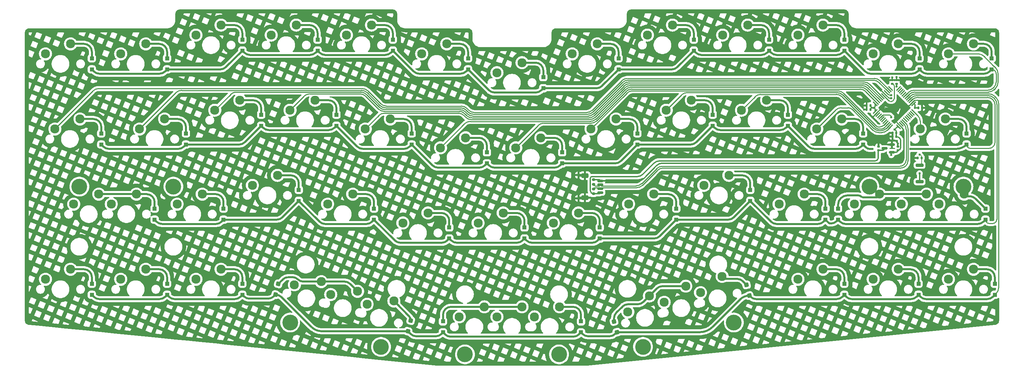
<source format=gbr>
%TF.GenerationSoftware,KiCad,Pcbnew,8.0.8*%
%TF.CreationDate,2025-03-15T15:29:21+01:00*%
%TF.ProjectId,wergob,77657267-6f62-42e6-9b69-6361645f7063,rev?*%
%TF.SameCoordinates,Original*%
%TF.FileFunction,Copper,L2,Bot*%
%TF.FilePolarity,Positive*%
%FSLAX46Y46*%
G04 Gerber Fmt 4.6, Leading zero omitted, Abs format (unit mm)*
G04 Created by KiCad (PCBNEW 8.0.8) date 2025-03-15 15:29:21*
%MOMM*%
%LPD*%
G01*
G04 APERTURE LIST*
G04 Aperture macros list*
%AMRoundRect*
0 Rectangle with rounded corners*
0 $1 Rounding radius*
0 $2 $3 $4 $5 $6 $7 $8 $9 X,Y pos of 4 corners*
0 Add a 4 corners polygon primitive as box body*
4,1,4,$2,$3,$4,$5,$6,$7,$8,$9,$2,$3,0*
0 Add four circle primitives for the rounded corners*
1,1,$1+$1,$2,$3*
1,1,$1+$1,$4,$5*
1,1,$1+$1,$6,$7*
1,1,$1+$1,$8,$9*
0 Add four rect primitives between the rounded corners*
20,1,$1+$1,$2,$3,$4,$5,0*
20,1,$1+$1,$4,$5,$6,$7,0*
20,1,$1+$1,$6,$7,$8,$9,0*
20,1,$1+$1,$8,$9,$2,$3,0*%
G04 Aperture macros list end*
%TA.AperFunction,ComponentPad*%
%ADD10C,2.300000*%
%TD*%
%TA.AperFunction,ComponentPad*%
%ADD11C,4.000000*%
%TD*%
%TA.AperFunction,SMDPad,CuDef*%
%ADD12RoundRect,0.150000X0.587500X0.150000X-0.587500X0.150000X-0.587500X-0.150000X0.587500X-0.150000X0*%
%TD*%
%TA.AperFunction,SMDPad,CuDef*%
%ADD13RoundRect,0.250000X0.300000X-0.300000X0.300000X0.300000X-0.300000X0.300000X-0.300000X-0.300000X0*%
%TD*%
%TA.AperFunction,SMDPad,CuDef*%
%ADD14RoundRect,0.140000X0.140000X0.170000X-0.140000X0.170000X-0.140000X-0.170000X0.140000X-0.170000X0*%
%TD*%
%TA.AperFunction,SMDPad,CuDef*%
%ADD15RoundRect,0.250000X0.212132X-0.367423X0.367423X0.212132X-0.212132X0.367423X-0.367423X-0.212132X0*%
%TD*%
%TA.AperFunction,SMDPad,CuDef*%
%ADD16RoundRect,0.075000X-0.521491X0.415425X0.415425X-0.521491X0.521491X-0.415425X-0.415425X0.521491X0*%
%TD*%
%TA.AperFunction,SMDPad,CuDef*%
%ADD17RoundRect,0.075000X-0.521491X-0.415425X-0.415425X-0.521491X0.521491X0.415425X0.415425X0.521491X0*%
%TD*%
%TA.AperFunction,SMDPad,CuDef*%
%ADD18RoundRect,0.150000X0.625000X-0.150000X0.625000X0.150000X-0.625000X0.150000X-0.625000X-0.150000X0*%
%TD*%
%TA.AperFunction,SMDPad,CuDef*%
%ADD19RoundRect,0.250000X0.650000X-0.350000X0.650000X0.350000X-0.650000X0.350000X-0.650000X-0.350000X0*%
%TD*%
%TA.AperFunction,SMDPad,CuDef*%
%ADD20RoundRect,0.135000X0.135000X0.185000X-0.135000X0.185000X-0.135000X-0.185000X0.135000X-0.185000X0*%
%TD*%
%TA.AperFunction,SMDPad,CuDef*%
%ADD21RoundRect,0.140000X0.170000X-0.140000X0.170000X0.140000X-0.170000X0.140000X-0.170000X-0.140000X0*%
%TD*%
%TA.AperFunction,SMDPad,CuDef*%
%ADD22RoundRect,0.140000X-0.140000X-0.170000X0.140000X-0.170000X0.140000X0.170000X-0.140000X0.170000X0*%
%TD*%
%TA.AperFunction,SMDPad,CuDef*%
%ADD23RoundRect,0.140000X-0.170000X0.140000X-0.170000X-0.140000X0.170000X-0.140000X0.170000X0.140000X0*%
%TD*%
%TA.AperFunction,SMDPad,CuDef*%
%ADD24RoundRect,0.150000X0.275000X-0.150000X0.275000X0.150000X-0.275000X0.150000X-0.275000X-0.150000X0*%
%TD*%
%TA.AperFunction,SMDPad,CuDef*%
%ADD25RoundRect,0.175000X0.225000X-0.175000X0.225000X0.175000X-0.225000X0.175000X-0.225000X-0.175000X0*%
%TD*%
%TA.AperFunction,SMDPad,CuDef*%
%ADD26RoundRect,0.250000X0.367423X-0.212132X0.212132X0.367423X-0.367423X0.212132X-0.212132X-0.367423X0*%
%TD*%
%TA.AperFunction,SMDPad,CuDef*%
%ADD27RoundRect,0.200000X0.800000X-0.200000X0.800000X0.200000X-0.800000X0.200000X-0.800000X-0.200000X0*%
%TD*%
%TA.AperFunction,ViaPad*%
%ADD28C,0.600000*%
%TD*%
%TA.AperFunction,Conductor*%
%ADD29C,0.500000*%
%TD*%
%TA.AperFunction,Conductor*%
%ADD30C,0.250000*%
%TD*%
%TA.AperFunction,Conductor*%
%ADD31C,0.350000*%
%TD*%
%TA.AperFunction,Conductor*%
%ADD32C,0.200000*%
%TD*%
G04 APERTURE END LIST*
D10*
%TO.P,MX51,1,1*%
%TO.N,COL0*%
X46196250Y-68897500D03*
%TO.P,MX51,2,2*%
%TO.N,Net-(D26-A)*%
X52546250Y-66357500D03*
%TD*%
%TO.P,MX11,1,1*%
%TO.N,COL10*%
X220027500Y-26035000D03*
%TO.P,MX11,2,2*%
%TO.N,Net-(D11-A)*%
X226377500Y-23495000D03*
%TD*%
%TO.P,MX28,1,1*%
%TO.N,COL2*%
X81915000Y-64135000D03*
%TO.P,MX28,2,2*%
%TO.N,Net-(D28-A)*%
X88265000Y-61595000D03*
%TD*%
%TO.P,MX27,1,1*%
%TO.N,COL1*%
X62865000Y-68897500D03*
%TO.P,MX27,2,2*%
%TO.N,Net-(D27-A)*%
X69215000Y-66357500D03*
%TD*%
%TO.P,MX9,1,1*%
%TO.N,COL8*%
X181927500Y-26035000D03*
%TO.P,MX9,2,2*%
%TO.N,Net-(D9-A)*%
X188277500Y-23495000D03*
%TD*%
%TO.P,MX49,1,1*%
%TO.N,COL11*%
X258127500Y-87947500D03*
%TO.P,MX49,2,2*%
%TO.N,Net-(D49-A)*%
X264477500Y-85407500D03*
%TD*%
%TO.P,MX40,1,1*%
%TO.N,COL2*%
X67627500Y-87947500D03*
%TO.P,MX40,2,2*%
%TO.N,Net-(D40-A)*%
X73977500Y-85407500D03*
%TD*%
%TO.P,MX53,1,1*%
%TO.N,COL5*%
X143827500Y-97472500D03*
%TO.P,MX53,2,2*%
%TO.N,Net-(D43-A)*%
X150177500Y-94932500D03*
%TD*%
%TO.P,MX36,1,1*%
%TO.N,COL10*%
X234315000Y-68897500D03*
%TO.P,MX36,2,2*%
%TO.N,Net-(D36-A)*%
X240665000Y-66357500D03*
%TD*%
%TO.P,MX8,1,1*%
%TO.N,COL7*%
X162877500Y-30797500D03*
%TO.P,MX8,2,2*%
%TO.N,Net-(D8-A)*%
X169227500Y-28257500D03*
%TD*%
%TO.P,MX33,1,1*%
%TO.N,COL7*%
X177165000Y-68897500D03*
%TO.P,MX33,2,2*%
%TO.N,Net-(D33-A)*%
X183515000Y-66357500D03*
%TD*%
%TO.P,MX39,1,1*%
%TO.N,COL1*%
X48577500Y-87947500D03*
%TO.P,MX39,2,2*%
%TO.N,Net-(D39-A)*%
X54927500Y-85407500D03*
%TD*%
%TO.P,MX38,1,1*%
%TO.N,COL0*%
X29527500Y-87947500D03*
%TO.P,MX38,2,2*%
%TO.N,Net-(D38-A)*%
X35877500Y-85407500D03*
%TD*%
%TO.P,MX31,1,1*%
%TO.N,COL5*%
X139065000Y-73660000D03*
%TO.P,MX31,2,2*%
%TO.N,Net-(D31-A)*%
X145415000Y-71120000D03*
%TD*%
%TO.P,MX32,1,1*%
%TO.N,COL6*%
X158115000Y-73660000D03*
%TO.P,MX32,2,2*%
%TO.N,Net-(D32-A)*%
X164465000Y-71120000D03*
%TD*%
D11*
%TO.P,S3,*%
%TO.N,*%
X203808405Y-98915428D03*
X180807297Y-105078556D03*
%TD*%
D10*
%TO.P,MX16,1,1*%
%TO.N,COL2*%
X72390000Y-45085000D03*
%TO.P,MX16,2,2*%
%TO.N,Net-(D16-A)*%
X78740000Y-42545000D03*
%TD*%
D11*
%TO.P,S1,*%
%TO.N,*%
X114467703Y-105078556D03*
X91466595Y-98915428D03*
%TD*%
D10*
%TO.P,MX47,1,1*%
%TO.N,COL9*%
X220027500Y-87947500D03*
%TO.P,MX47,2,2*%
%TO.N,Net-(D47-A)*%
X226377500Y-85407500D03*
%TD*%
%TO.P,MX54,1,1*%
%TO.N,COL7*%
X186162422Y-93782649D03*
%TO.P,MX54,2,2*%
%TO.N,Net-(D45-A)*%
X191638651Y-89685696D03*
%TD*%
%TO.P,MX23,1,1*%
%TO.N,COL9*%
X205740000Y-45085000D03*
%TO.P,MX23,2,2*%
%TO.N,Net-(D23-A)*%
X212090000Y-42545000D03*
%TD*%
D11*
%TO.P,S5,*%
%TO.N,*%
X38100000Y-64452500D03*
X61912500Y-64452500D03*
%TD*%
D10*
%TO.P,MX37,1,1*%
%TO.N,COL11*%
X255746250Y-68897500D03*
%TO.P,MX37,2,2*%
%TO.N,Net-(D37-A)*%
X262096250Y-66357500D03*
%TD*%
%TO.P,MX17,1,1*%
%TO.N,COL3*%
X91440000Y-45085000D03*
%TO.P,MX17,2,2*%
%TO.N,Net-(D17-A)*%
X97790000Y-42545000D03*
%TD*%
%TO.P,MX25,1,1*%
%TO.N,COL11*%
X250983750Y-49847500D03*
%TO.P,MX25,2,2*%
%TO.N,Net-(D25-A)*%
X257333750Y-47307500D03*
%TD*%
%TO.P,MX34,1,1*%
%TO.N,COL8*%
X196215000Y-64135000D03*
%TO.P,MX34,2,2*%
%TO.N,Net-(D34-A)*%
X202565000Y-61595000D03*
%TD*%
%TO.P,MX52,1,1*%
%TO.N,COL3*%
X101752223Y-91810448D03*
%TO.P,MX52,2,2*%
%TO.N,Net-(D41-A)*%
X108543252Y-91000497D03*
%TD*%
%TO.P,MX3,1,1*%
%TO.N,COL2*%
X67627500Y-26035000D03*
%TO.P,MX3,2,2*%
%TO.N,Net-(D3-A)*%
X73977500Y-23495000D03*
%TD*%
%TO.P,MX7,1,1*%
%TO.N,COL6*%
X143827500Y-35560000D03*
%TO.P,MX7,2,2*%
%TO.N,Net-(D7-A)*%
X150177500Y-33020000D03*
%TD*%
%TO.P,MX21,1,1*%
%TO.N,COL7*%
X167640000Y-49847500D03*
%TO.P,MX21,2,2*%
%TO.N,Net-(D21-A)*%
X173990000Y-47307500D03*
%TD*%
%TO.P,MX12,1,1*%
%TO.N,COL11*%
X239077500Y-30797500D03*
%TO.P,MX12,2,2*%
%TO.N,Net-(D12-A)*%
X245427500Y-28257500D03*
%TD*%
%TO.P,MX14,1,1*%
%TO.N,COL0*%
X31908750Y-49847500D03*
%TO.P,MX14,2,2*%
%TO.N,Net-(D14-A)*%
X38258750Y-47307500D03*
%TD*%
D11*
%TO.P,S4,*%
%TO.N,*%
X238125000Y-64452500D03*
X261937500Y-64452500D03*
%TD*%
D10*
%TO.P,MX13,1,1*%
%TO.N,COL12*%
X258127500Y-30797500D03*
%TO.P,MX13,2,2*%
%TO.N,Net-(D13-A)*%
X264477500Y-28257500D03*
%TD*%
%TO.P,MX45,1,1*%
%TO.N,COL7*%
X176961979Y-96247900D03*
%TO.P,MX45,2,2*%
%TO.N,Net-(D45-A)*%
X182438207Y-92150947D03*
%TD*%
%TO.P,MX20,1,1*%
%TO.N,COL6*%
X148590000Y-54610000D03*
%TO.P,MX20,2,2*%
%TO.N,Net-(D20-A)*%
X154940000Y-52070000D03*
%TD*%
%TO.P,MX26,1,1*%
%TO.N,COL0*%
X36671250Y-68897500D03*
%TO.P,MX26,2,2*%
%TO.N,Net-(D26-A)*%
X43021250Y-66357500D03*
%TD*%
%TO.P,MX5,1,1*%
%TO.N,COL4*%
X105727500Y-26035000D03*
%TO.P,MX5,2,2*%
%TO.N,Net-(D5-A)*%
X112077500Y-23495000D03*
%TD*%
%TO.P,MX15,1,1*%
%TO.N,COL1*%
X53340000Y-49847500D03*
%TO.P,MX15,2,2*%
%TO.N,Net-(D15-A)*%
X59690000Y-47307500D03*
%TD*%
%TO.P,MX43,1,1*%
%TO.N,COL5*%
X134302500Y-97472500D03*
%TO.P,MX43,2,2*%
%TO.N,Net-(D43-A)*%
X140652500Y-94932500D03*
%TD*%
%TO.P,MX2,1,1*%
%TO.N,COL1*%
X48577500Y-30797500D03*
%TO.P,MX2,2,2*%
%TO.N,Net-(D2-A)*%
X54927500Y-28257500D03*
%TD*%
%TO.P,MX19,1,1*%
%TO.N,COL5*%
X129540000Y-54610000D03*
%TO.P,MX19,2,2*%
%TO.N,Net-(D19-A)*%
X135890000Y-52070000D03*
%TD*%
%TO.P,MX41,1,1*%
%TO.N,COL3*%
X92551780Y-89345197D03*
%TO.P,MX41,2,2*%
%TO.N,Net-(D41-A)*%
X99342810Y-88535246D03*
%TD*%
%TO.P,MX6,1,1*%
%TO.N,COL5*%
X124777500Y-30797500D03*
%TO.P,MX6,2,2*%
%TO.N,Net-(D6-A)*%
X131127500Y-28257500D03*
%TD*%
%TO.P,MX29,1,1*%
%TO.N,COL3*%
X100965000Y-68897500D03*
%TO.P,MX29,2,2*%
%TO.N,Net-(D29-A)*%
X107315000Y-66357500D03*
%TD*%
%TO.P,MX50,1,1*%
%TO.N,COL10*%
X246221250Y-68897500D03*
%TO.P,MX50,2,2*%
%TO.N,Net-(D36-A)*%
X252571250Y-66357500D03*
%TD*%
%TO.P,MX18,1,1*%
%TO.N,COL4*%
X110490000Y-49847500D03*
%TO.P,MX18,2,2*%
%TO.N,Net-(D18-A)*%
X116840000Y-47307500D03*
%TD*%
%TO.P,MX42,1,1*%
%TO.N,COL4*%
X110952666Y-94275699D03*
%TO.P,MX42,2,2*%
%TO.N,Net-(D42-A)*%
X117743696Y-93465748D03*
%TD*%
%TO.P,MX44,1,1*%
%TO.N,COL6*%
X153352500Y-97472500D03*
%TO.P,MX44,2,2*%
%TO.N,Net-(D44-A)*%
X159702500Y-94932500D03*
%TD*%
%TO.P,MX4,1,1*%
%TO.N,COL3*%
X86677500Y-26035000D03*
%TO.P,MX4,2,2*%
%TO.N,Net-(D4-A)*%
X93027500Y-23495000D03*
%TD*%
%TO.P,MX24,1,1*%
%TO.N,COL10*%
X224790000Y-49847500D03*
%TO.P,MX24,2,2*%
%TO.N,Net-(D24-A)*%
X231140000Y-47307500D03*
%TD*%
%TO.P,MX1,1,1*%
%TO.N,COL0*%
X29527500Y-30797500D03*
%TO.P,MX1,2,2*%
%TO.N,Net-(D1-A)*%
X35877500Y-28257500D03*
%TD*%
%TO.P,MX46,1,1*%
%TO.N,COL8*%
X195362865Y-91317398D03*
%TO.P,MX46,2,2*%
%TO.N,Net-(D46-A)*%
X200839093Y-87220445D03*
%TD*%
%TO.P,MX30,1,1*%
%TO.N,COL4*%
X120015000Y-73660000D03*
%TO.P,MX30,2,2*%
%TO.N,Net-(D30-A)*%
X126365000Y-71120000D03*
%TD*%
%TO.P,MX35,1,1*%
%TO.N,COL9*%
X215265000Y-68897500D03*
%TO.P,MX35,2,2*%
%TO.N,Net-(D35-A)*%
X221615000Y-66357500D03*
%TD*%
%TO.P,MX48,1,1*%
%TO.N,COL10*%
X239077500Y-87947500D03*
%TO.P,MX48,2,2*%
%TO.N,Net-(D48-A)*%
X245427500Y-85407500D03*
%TD*%
%TO.P,MX10,1,1*%
%TO.N,COL9*%
X200977500Y-26035000D03*
%TO.P,MX10,2,2*%
%TO.N,Net-(D10-A)*%
X207327500Y-23495000D03*
%TD*%
D11*
%TO.P,S2,*%
%TO.N,*%
X159543750Y-106997500D03*
X135731250Y-106997500D03*
%TD*%
D10*
%TO.P,MX22,1,1*%
%TO.N,COL8*%
X186690000Y-45085000D03*
%TO.P,MX22,2,2*%
%TO.N,Net-(D22-A)*%
X193040000Y-42545000D03*
%TD*%
D12*
%TO.P,U2,1,GND*%
%TO.N,GND*%
X243825000Y-53818750D03*
%TO.P,U2,2,VO*%
%TO.N,+3V3*%
X243825000Y-55718750D03*
%TO.P,U2,3,VI*%
%TO.N,+5V*%
X241950000Y-54768750D03*
%TD*%
D13*
%TO.P,D24,1,K*%
%TO.N,ROW1*%
X236537500Y-53787500D03*
%TO.P,D24,2,A*%
%TO.N,Net-(D24-A)*%
X236537500Y-50987500D03*
%TD*%
%TO.P,D22,1,K*%
%TO.N,ROW1*%
X198437500Y-49025000D03*
%TO.P,D22,2,A*%
%TO.N,Net-(D22-A)*%
X198437500Y-46225000D03*
%TD*%
%TO.P,D35,1,K*%
%TO.N,ROW2*%
X227012500Y-72837500D03*
%TO.P,D35,2,A*%
%TO.N,Net-(D35-A)*%
X227012500Y-70037500D03*
%TD*%
D14*
%TO.P,C6,1*%
%TO.N,+3V3*%
X244955000Y-51793750D03*
%TO.P,C6,2*%
%TO.N,GND*%
X243995000Y-51793750D03*
%TD*%
D13*
%TO.P,D39,1,K*%
%TO.N,ROW3*%
X60325000Y-91887500D03*
%TO.P,D39,2,A*%
%TO.N,Net-(D39-A)*%
X60325000Y-89087500D03*
%TD*%
%TO.P,D38,1,K*%
%TO.N,ROW3*%
X41275000Y-91887500D03*
%TO.P,D38,2,A*%
%TO.N,Net-(D38-A)*%
X41275000Y-89087500D03*
%TD*%
%TO.P,D25,1,K*%
%TO.N,ROW1*%
X262731250Y-53787500D03*
%TO.P,D25,2,A*%
%TO.N,Net-(D25-A)*%
X262731250Y-50987500D03*
%TD*%
%TO.P,D17,1,K*%
%TO.N,ROW1*%
X103187500Y-49025000D03*
%TO.P,D17,2,A*%
%TO.N,Net-(D17-A)*%
X103187500Y-46225000D03*
%TD*%
%TO.P,D19,1,K*%
%TO.N,ROW1*%
X141287500Y-58550000D03*
%TO.P,D19,2,A*%
%TO.N,Net-(D19-A)*%
X141287500Y-55750000D03*
%TD*%
%TO.P,D21,1,K*%
%TO.N,ROW1*%
X179387500Y-53787500D03*
%TO.P,D21,2,A*%
%TO.N,Net-(D21-A)*%
X179387500Y-50987500D03*
%TD*%
D15*
%TO.P,D42,1,K*%
%TO.N,ROW3*%
X121280132Y-101121923D03*
%TO.P,D42,2,A*%
%TO.N,Net-(D42-A)*%
X122004826Y-98417331D03*
%TD*%
D13*
%TO.P,D47,1,K*%
%TO.N,ROW3*%
X231775000Y-91887500D03*
%TO.P,D47,2,A*%
%TO.N,Net-(D47-A)*%
X231775000Y-89087500D03*
%TD*%
%TO.P,D48,1,K*%
%TO.N,ROW3*%
X250554536Y-91887500D03*
%TO.P,D48,2,A*%
%TO.N,Net-(D48-A)*%
X250554536Y-89087500D03*
%TD*%
D16*
%TO.P,U1,1,VBAT*%
%TO.N,+3V3*%
X239587124Y-43451212D03*
%TO.P,U1,2,PC13*%
%TO.N,COL6*%
X239940678Y-43097658D03*
%TO.P,U1,3,PC14*%
%TO.N,COL5*%
X240294231Y-42744105D03*
%TO.P,U1,4,PC15*%
%TO.N,COL4*%
X240647785Y-42390551D03*
%TO.P,U1,5,PF0*%
%TO.N,COL3*%
X241001338Y-42036998D03*
%TO.P,U1,6,PF1*%
%TO.N,COL2*%
X241354891Y-41683445D03*
%TO.P,U1,7,NRST*%
%TO.N,NRST*%
X241708445Y-41329891D03*
%TO.P,U1,8,VSSA*%
%TO.N,GND*%
X242061998Y-40976338D03*
%TO.P,U1,9,VDDA*%
%TO.N,+3V3*%
X242415551Y-40622785D03*
%TO.P,U1,10,PA0*%
%TO.N,COL1*%
X242769105Y-40269231D03*
%TO.P,U1,11,PA1*%
%TO.N,COL0*%
X243122658Y-39915678D03*
%TO.P,U1,12,PA2*%
%TO.N,unconnected-(U1-PA2-Pad12)*%
X243476212Y-39562124D03*
D17*
%TO.P,U1,13,PA3*%
%TO.N,unconnected-(U1-PA3-Pad13)*%
X245473788Y-39562124D03*
%TO.P,U1,14,PA4*%
%TO.N,unconnected-(U1-PA4-Pad14)*%
X245827342Y-39915678D03*
%TO.P,U1,15,PA5*%
%TO.N,unconnected-(U1-PA5-Pad15)*%
X246180895Y-40269231D03*
%TO.P,U1,16,PA6*%
%TO.N,unconnected-(U1-PA6-Pad16)*%
X246534449Y-40622785D03*
%TO.P,U1,17,PA7*%
%TO.N,unconnected-(U1-PA7-Pad17)*%
X246888002Y-40976338D03*
%TO.P,U1,18,PB0*%
%TO.N,ROW0*%
X247241555Y-41329891D03*
%TO.P,U1,19,PB1*%
%TO.N,COL12*%
X247595109Y-41683445D03*
%TO.P,U1,20,PB2*%
%TO.N,ROW3*%
X247948662Y-42036998D03*
%TO.P,U1,21,PB10*%
%TO.N,ROW2*%
X248302215Y-42390551D03*
%TO.P,U1,22,PB11*%
%TO.N,ROW1*%
X248655769Y-42744105D03*
%TO.P,U1,23,VSS*%
%TO.N,GND*%
X249009322Y-43097658D03*
%TO.P,U1,24,VDD*%
%TO.N,+3V3*%
X249362876Y-43451212D03*
D16*
%TO.P,U1,25,PB12*%
%TO.N,COL11*%
X249362876Y-45448788D03*
%TO.P,U1,26,PB13*%
%TO.N,unconnected-(U1-PB13-Pad26)*%
X249009322Y-45802342D03*
%TO.P,U1,27,PB14*%
%TO.N,unconnected-(U1-PB14-Pad27)*%
X248655769Y-46155895D03*
%TO.P,U1,28,PB15*%
%TO.N,unconnected-(U1-PB15-Pad28)*%
X248302215Y-46509449D03*
%TO.P,U1,29,PA8*%
%TO.N,unconnected-(U1-PA8-Pad29)*%
X247948662Y-46863002D03*
%TO.P,U1,30,PA9*%
%TO.N,unconnected-(U1-PA9-Pad30)*%
X247595109Y-47216555D03*
%TO.P,U1,31,PA10*%
%TO.N,unconnected-(U1-PA10-Pad31)*%
X247241555Y-47570109D03*
%TO.P,U1,32,PA11*%
%TO.N,D_N*%
X246888002Y-47923662D03*
%TO.P,U1,33,PA12*%
%TO.N,D_P*%
X246534449Y-48277215D03*
%TO.P,U1,34,PA13*%
%TO.N,unconnected-(U1-PA13-Pad34)*%
X246180895Y-48630769D03*
%TO.P,U1,35,VSS*%
%TO.N,GND*%
X245827342Y-48984322D03*
%TO.P,U1,36,VDDIO2*%
%TO.N,+3V3*%
X245473788Y-49337876D03*
D17*
%TO.P,U1,37,PA14*%
%TO.N,COL10*%
X243476212Y-49337876D03*
%TO.P,U1,38,PA15*%
%TO.N,COL9*%
X243122658Y-48984322D03*
%TO.P,U1,39,PB3*%
%TO.N,COL8*%
X242769105Y-48630769D03*
%TO.P,U1,40,PB4*%
%TO.N,COL7*%
X242415551Y-48277215D03*
%TO.P,U1,41,PB5*%
%TO.N,unconnected-(U1-PB5-Pad41)*%
X242061998Y-47923662D03*
%TO.P,U1,42,PB6*%
%TO.N,unconnected-(U1-PB6-Pad42)*%
X241708445Y-47570109D03*
%TO.P,U1,43,PB7*%
%TO.N,unconnected-(U1-PB7-Pad43)*%
X241354891Y-47216555D03*
%TO.P,U1,44,BOOT0*%
%TO.N,BOOT0*%
X241001338Y-46863002D03*
%TO.P,U1,45,PB8*%
%TO.N,unconnected-(U1-PB8-Pad45)*%
X240647785Y-46509449D03*
%TO.P,U1,46,PB9*%
%TO.N,unconnected-(U1-PB9-Pad46)*%
X240294231Y-46155895D03*
%TO.P,U1,47,VSS*%
%TO.N,GND*%
X239940678Y-45802342D03*
%TO.P,U1,48,VDD*%
%TO.N,+3V3*%
X239587124Y-45448788D03*
%TD*%
D13*
%TO.P,D31,1,K*%
%TO.N,ROW2*%
X150812500Y-77600000D03*
%TO.P,D31,2,A*%
%TO.N,Net-(D31-A)*%
X150812500Y-74800000D03*
%TD*%
D18*
%TO.P,J1,1,Pin_1*%
%TO.N,+5V*%
X169987500Y-65987500D03*
%TO.P,J1,2,Pin_2*%
%TO.N,D_N*%
X169987500Y-64987500D03*
%TO.P,J1,3,Pin_3*%
%TO.N,D_P*%
X169987500Y-63987500D03*
%TO.P,J1,4,Pin_4*%
%TO.N,GND*%
X169987500Y-62987500D03*
D19*
%TO.P,J1,MP,MountPin*%
X166112500Y-67287500D03*
X166112500Y-61687500D03*
%TD*%
D14*
%TO.P,C2,1*%
%TO.N,+3V3*%
X238385574Y-44921988D03*
%TO.P,C2,2*%
%TO.N,GND*%
X237425574Y-44921988D03*
%TD*%
D13*
%TO.P,D7,1,K*%
%TO.N,ROW0*%
X155575000Y-39500000D03*
%TO.P,D7,2,A*%
%TO.N,Net-(D7-A)*%
X155575000Y-36700000D03*
%TD*%
%TO.P,D28,1,K*%
%TO.N,ROW2*%
X93662500Y-68075000D03*
%TO.P,D28,2,A*%
%TO.N,Net-(D28-A)*%
X93662500Y-65275000D03*
%TD*%
D20*
%TO.P,R1,1*%
%TO.N,BOOT0*%
X251335000Y-57150000D03*
%TO.P,R1,2*%
%TO.N,GND*%
X250315000Y-57150000D03*
%TD*%
D13*
%TO.P,D34,1,K*%
%TO.N,ROW2*%
X207962500Y-68075000D03*
%TO.P,D34,2,A*%
%TO.N,Net-(D34-A)*%
X207962500Y-65275000D03*
%TD*%
%TO.P,D8,1,K*%
%TO.N,ROW0*%
X174625000Y-34737500D03*
%TO.P,D8,2,A*%
%TO.N,Net-(D8-A)*%
X174625000Y-31937500D03*
%TD*%
%TO.P,D29,1,K*%
%TO.N,ROW2*%
X112712500Y-72837500D03*
%TO.P,D29,2,A*%
%TO.N,Net-(D29-A)*%
X112712500Y-70037500D03*
%TD*%
%TO.P,D23,1,K*%
%TO.N,ROW1*%
X217487500Y-49025000D03*
%TO.P,D23,2,A*%
%TO.N,Net-(D23-A)*%
X217487500Y-46225000D03*
%TD*%
%TO.P,D5,1,K*%
%TO.N,ROW0*%
X117475000Y-29975000D03*
%TO.P,D5,2,A*%
%TO.N,Net-(D5-A)*%
X117475000Y-27175000D03*
%TD*%
%TO.P,D6,1,K*%
%TO.N,ROW0*%
X136525000Y-34737500D03*
%TO.P,D6,2,A*%
%TO.N,Net-(D6-A)*%
X136525000Y-31937500D03*
%TD*%
%TO.P,D27,1,K*%
%TO.N,ROW2*%
X74612500Y-72837500D03*
%TO.P,D27,2,A*%
%TO.N,Net-(D27-A)*%
X74612500Y-70037500D03*
%TD*%
%TO.P,D3,1,K*%
%TO.N,ROW0*%
X79375000Y-29975000D03*
%TO.P,D3,2,A*%
%TO.N,Net-(D3-A)*%
X79375000Y-27175000D03*
%TD*%
%TO.P,D26,1,K*%
%TO.N,ROW2*%
X57150000Y-72837500D03*
%TO.P,D26,2,A*%
%TO.N,Net-(D26-A)*%
X57150000Y-70037500D03*
%TD*%
D14*
%TO.P,C5,1*%
%TO.N,+3V3*%
X238385574Y-43890548D03*
%TO.P,C5,2*%
%TO.N,GND*%
X237425574Y-43890548D03*
%TD*%
D13*
%TO.P,D43,1,K*%
%TO.N,ROW3*%
X130175000Y-101412500D03*
%TO.P,D43,2,A*%
%TO.N,Net-(D43-A)*%
X130175000Y-98612500D03*
%TD*%
D14*
%TO.P,C1,1*%
%TO.N,+3V3*%
X244955000Y-50800000D03*
%TO.P,C1,2*%
%TO.N,GND*%
X243995000Y-50800000D03*
%TD*%
D13*
%TO.P,D36,1,K*%
%TO.N,ROW2*%
X230187500Y-72837500D03*
%TO.P,D36,2,A*%
%TO.N,Net-(D36-A)*%
X230187500Y-70037500D03*
%TD*%
%TO.P,D49,1,K*%
%TO.N,ROW3*%
X269875000Y-91887500D03*
%TO.P,D49,2,A*%
%TO.N,Net-(D49-A)*%
X269875000Y-89087500D03*
%TD*%
%TO.P,D13,1,K*%
%TO.N,ROW0*%
X269081250Y-34737500D03*
%TO.P,D13,2,A*%
%TO.N,Net-(D13-A)*%
X269081250Y-31937500D03*
%TD*%
D21*
%TO.P,C7,1*%
%TO.N,NRST*%
X243946951Y-38414298D03*
%TO.P,C7,2*%
%TO.N,GND*%
X243946951Y-37454298D03*
%TD*%
D13*
%TO.P,D44,1,K*%
%TO.N,ROW3*%
X165100000Y-101412500D03*
%TO.P,D44,2,A*%
%TO.N,Net-(D44-A)*%
X165100000Y-98612500D03*
%TD*%
D22*
%TO.P,C3,1*%
%TO.N,+3V3*%
X250477005Y-44517720D03*
%TO.P,C3,2*%
%TO.N,GND*%
X251437005Y-44517720D03*
%TD*%
D13*
%TO.P,D40,1,K*%
%TO.N,ROW3*%
X79375000Y-91887500D03*
%TO.P,D40,2,A*%
%TO.N,Net-(D40-A)*%
X79375000Y-89087500D03*
%TD*%
D23*
%TO.P,C9,1*%
%TO.N,GND*%
X245368750Y-54288750D03*
%TO.P,C9,2*%
%TO.N,+3V3*%
X245368750Y-55248750D03*
%TD*%
D24*
%TO.P,J2,1,Pin_1*%
%TO.N,+5V*%
X168275000Y-66287500D03*
%TO.P,J2,2,Pin_2*%
%TO.N,D_N*%
X168275000Y-65087500D03*
%TO.P,J2,3,Pin_3*%
%TO.N,D_P*%
X168275000Y-63887500D03*
%TO.P,J2,4,Pin_4*%
%TO.N,GND*%
X168275000Y-62687500D03*
D25*
%TO.P,J2,MP,MountPin*%
X164500000Y-67437500D03*
X164500000Y-61537500D03*
%TD*%
D26*
%TO.P,D45,1,K*%
%TO.N,ROW3*%
X174193597Y-101364796D03*
%TO.P,D45,2,A*%
%TO.N,Net-(D45-A)*%
X173468903Y-98660204D03*
%TD*%
D21*
%TO.P,C4,1*%
%TO.N,+3V3*%
X245034451Y-38414298D03*
%TO.P,C4,2*%
%TO.N,GND*%
X245034451Y-37454298D03*
%TD*%
D13*
%TO.P,D16,1,K*%
%TO.N,ROW1*%
X84137500Y-49025000D03*
%TO.P,D16,2,A*%
%TO.N,Net-(D16-A)*%
X84137500Y-46225000D03*
%TD*%
%TO.P,D11,1,K*%
%TO.N,ROW0*%
X231775000Y-29975000D03*
%TO.P,D11,2,A*%
%TO.N,Net-(D11-A)*%
X231775000Y-27175000D03*
%TD*%
%TO.P,D4,1,K*%
%TO.N,ROW0*%
X98425000Y-29975000D03*
%TO.P,D4,2,A*%
%TO.N,Net-(D4-A)*%
X98425000Y-27175000D03*
%TD*%
%TO.P,D12,1,K*%
%TO.N,ROW0*%
X250825000Y-34737500D03*
%TO.P,D12,2,A*%
%TO.N,Net-(D12-A)*%
X250825000Y-31937500D03*
%TD*%
%TO.P,D20,1,K*%
%TO.N,ROW1*%
X160337500Y-58550000D03*
%TO.P,D20,2,A*%
%TO.N,Net-(D20-A)*%
X160337500Y-55750000D03*
%TD*%
%TO.P,D10,1,K*%
%TO.N,ROW0*%
X212725000Y-29975000D03*
%TO.P,D10,2,A*%
%TO.N,Net-(D10-A)*%
X212725000Y-27175000D03*
%TD*%
D27*
%TO.P,SW1,1,1*%
%TO.N,+3V3*%
X250825000Y-63218750D03*
%TO.P,SW1,2,2*%
%TO.N,BOOT0*%
X250825000Y-59018750D03*
%TD*%
D13*
%TO.P,D15,1,K*%
%TO.N,ROW1*%
X65087500Y-53787500D03*
%TO.P,D15,2,A*%
%TO.N,Net-(D15-A)*%
X65087500Y-50987500D03*
%TD*%
%TO.P,D30,1,K*%
%TO.N,ROW2*%
X131762500Y-77600000D03*
%TO.P,D30,2,A*%
%TO.N,Net-(D30-A)*%
X131762500Y-74800000D03*
%TD*%
D26*
%TO.P,D46,1,K*%
%TO.N,ROW3*%
X207729825Y-92082669D03*
%TO.P,D46,2,A*%
%TO.N,Net-(D46-A)*%
X207005133Y-89378077D03*
%TD*%
D13*
%TO.P,D37,1,K*%
%TO.N,ROW2*%
X267493750Y-72837500D03*
%TO.P,D37,2,A*%
%TO.N,Net-(D37-A)*%
X267493750Y-70037500D03*
%TD*%
D23*
%TO.P,C8,1*%
%TO.N,GND*%
X240406250Y-54288750D03*
%TO.P,C8,2*%
%TO.N,+5V*%
X240406250Y-55248750D03*
%TD*%
D15*
%TO.P,D41,1,K*%
%TO.N,ROW3*%
X87743903Y-91839796D03*
%TO.P,D41,2,A*%
%TO.N,Net-(D41-A)*%
X88468597Y-89135204D03*
%TD*%
D13*
%TO.P,D18,1,K*%
%TO.N,ROW1*%
X122237500Y-53787500D03*
%TO.P,D18,2,A*%
%TO.N,Net-(D18-A)*%
X122237500Y-50987500D03*
%TD*%
%TO.P,D32,1,K*%
%TO.N,ROW2*%
X169862500Y-77600000D03*
%TO.P,D32,2,A*%
%TO.N,Net-(D32-A)*%
X169862500Y-74800000D03*
%TD*%
%TO.P,D33,1,K*%
%TO.N,ROW2*%
X189230000Y-72837500D03*
%TO.P,D33,2,A*%
%TO.N,Net-(D33-A)*%
X189230000Y-70037500D03*
%TD*%
%TO.P,D2,1,K*%
%TO.N,ROW0*%
X60325000Y-34737500D03*
%TO.P,D2,2,A*%
%TO.N,Net-(D2-A)*%
X60325000Y-31937500D03*
%TD*%
%TO.P,D1,1,K*%
%TO.N,ROW0*%
X41275000Y-34737500D03*
%TO.P,D1,2,A*%
%TO.N,Net-(D1-A)*%
X41275000Y-31937500D03*
%TD*%
%TO.P,D9,1,K*%
%TO.N,ROW0*%
X193675000Y-29975000D03*
%TO.P,D9,2,A*%
%TO.N,Net-(D9-A)*%
X193675000Y-27175000D03*
%TD*%
%TO.P,D14,1,K*%
%TO.N,ROW1*%
X43656250Y-53787500D03*
%TO.P,D14,2,A*%
%TO.N,Net-(D14-A)*%
X43656250Y-50987500D03*
%TD*%
D28*
%TO.N,ROW1*%
X248500000Y-54884780D03*
X238918750Y-54884780D03*
%TO.N,+3V3*%
X239209329Y-44459428D03*
X245024173Y-39092501D03*
X243636183Y-41229933D03*
X249664945Y-44525431D03*
X250825000Y-61118750D03*
X243681250Y-56428530D03*
X244475000Y-50006250D03*
%TO.N,GND*%
X243945260Y-36772320D03*
X244475000Y-44450000D03*
X243629957Y-42029908D03*
X238918750Y-46831250D03*
X252110773Y-44512859D03*
X241050156Y-39969326D03*
X172318231Y-62990069D03*
X240406250Y-53528147D03*
X245373516Y-53550026D03*
X245034423Y-36698228D03*
X166112500Y-64293750D03*
X236752975Y-44921988D03*
X243259541Y-51799469D03*
X243277230Y-50804190D03*
X236752975Y-43897375D03*
X249237500Y-57150000D03*
%TO.N,BOOT0*%
X250825000Y-56356250D03*
X243681250Y-46831250D03*
%TD*%
D29*
%TO.N,Net-(D1-A)*%
X41275000Y-30257500D02*
X41275000Y-31937500D01*
X35877500Y-28257500D02*
X39275000Y-28257500D01*
X39275000Y-28257500D02*
G75*
G02*
X41275000Y-30257500I0J-2000000D01*
G01*
%TO.N,Net-(D2-A)*%
X60325000Y-30257500D02*
X60325000Y-31937500D01*
X54927500Y-28257500D02*
X58325000Y-28257500D01*
X60325000Y-30257500D02*
G75*
G03*
X58325000Y-28257500I-2000000J0D01*
G01*
%TO.N,Net-(D3-A)*%
X73977500Y-23495000D02*
X77375000Y-23495000D01*
X79375000Y-25495000D02*
X79375000Y-27175000D01*
X77375000Y-23495000D02*
G75*
G02*
X79375000Y-25495000I0J-2000000D01*
G01*
%TO.N,Net-(D4-A)*%
X98425000Y-25495000D02*
X98425000Y-27175000D01*
X93027500Y-23495000D02*
X96425000Y-23495000D01*
X96425000Y-23495000D02*
G75*
G02*
X98425000Y-25495000I0J-2000000D01*
G01*
%TO.N,Net-(D5-A)*%
X112077500Y-23495000D02*
X115475000Y-23495000D01*
X117475000Y-25495000D02*
X117475000Y-27175000D01*
X115475000Y-23495000D02*
G75*
G02*
X117475000Y-25495000I0J-2000000D01*
G01*
%TO.N,Net-(D6-A)*%
X136525000Y-30257500D02*
X136525000Y-31937500D01*
X131127500Y-28257500D02*
X134525000Y-28257500D01*
X134525000Y-28257500D02*
G75*
G02*
X136525000Y-30257500I0J-2000000D01*
G01*
%TO.N,Net-(D7-A)*%
X155575000Y-35020000D02*
X155575000Y-36700000D01*
X150177500Y-33020000D02*
X153575000Y-33020000D01*
X155575000Y-35020000D02*
G75*
G03*
X153575000Y-33020000I-2000000J0D01*
G01*
%TO.N,Net-(D8-A)*%
X169227500Y-28257500D02*
X172625000Y-28257500D01*
X174625000Y-30257500D02*
X174625000Y-31937500D01*
X172625000Y-28257500D02*
G75*
G02*
X174625000Y-30257500I0J-2000000D01*
G01*
%TO.N,Net-(D9-A)*%
X193675000Y-25495000D02*
X193675000Y-27175000D01*
X188277500Y-23495000D02*
X191675000Y-23495000D01*
X191675000Y-23495000D02*
G75*
G02*
X193675000Y-25495000I0J-2000000D01*
G01*
%TO.N,Net-(D10-A)*%
X212725000Y-25495000D02*
X212725000Y-27175000D01*
X207327500Y-23495000D02*
X210725000Y-23495000D01*
X210725000Y-23495000D02*
G75*
G02*
X212725000Y-25495000I0J-2000000D01*
G01*
%TO.N,Net-(D11-A)*%
X226377500Y-23495000D02*
X229775000Y-23495000D01*
X231775000Y-25495000D02*
X231775000Y-27175000D01*
X231775000Y-25495000D02*
G75*
G03*
X229775000Y-23495000I-2000000J0D01*
G01*
%TO.N,Net-(D12-A)*%
X250825000Y-30257500D02*
X250825000Y-31937500D01*
X245427500Y-28257500D02*
X248825000Y-28257500D01*
X250825000Y-30257500D02*
G75*
G03*
X248825000Y-28257500I-2000000J0D01*
G01*
%TO.N,Net-(D13-A)*%
X264477500Y-28257500D02*
X267081250Y-28257500D01*
X269081250Y-30257500D02*
X269081250Y-31937500D01*
X269081250Y-30257500D02*
G75*
G03*
X267081250Y-28257550I-1999950J0D01*
G01*
%TO.N,Net-(D14-A)*%
X43656250Y-50987500D02*
X43656250Y-49307500D01*
X41656250Y-47307500D02*
X38258750Y-47307500D01*
X43656250Y-49307500D02*
G75*
G03*
X41656250Y-47307550I-1999950J0D01*
G01*
%TO.N,Net-(D15-A)*%
X65087500Y-50987500D02*
X65087500Y-49307500D01*
X63087500Y-47307500D02*
X59690000Y-47307500D01*
X65087500Y-49307500D02*
G75*
G03*
X63087500Y-47307500I-2000000J0D01*
G01*
%TO.N,Net-(D16-A)*%
X84137500Y-44545000D02*
X84137500Y-46225000D01*
X78740000Y-42545000D02*
X82137500Y-42545000D01*
X82137500Y-42545000D02*
G75*
G02*
X84137500Y-44545000I0J-2000000D01*
G01*
%TO.N,Net-(D17-A)*%
X97790000Y-42545000D02*
X101187500Y-42545000D01*
X103187500Y-44545000D02*
X103187500Y-46225000D01*
X103187500Y-44545000D02*
G75*
G03*
X101187500Y-42545000I-2000000J0D01*
G01*
%TO.N,Net-(D18-A)*%
X116840000Y-47307500D02*
X120237500Y-47307500D01*
X122237500Y-49307500D02*
X122237500Y-50987500D01*
X122237500Y-49307500D02*
G75*
G03*
X120237500Y-47307500I-2000000J0D01*
G01*
%TO.N,Net-(D19-A)*%
X135890000Y-52070000D02*
X139287500Y-52070000D01*
X141287500Y-54070000D02*
X141287500Y-55750000D01*
X141287500Y-54070000D02*
G75*
G03*
X139287500Y-52070000I-2000000J0D01*
G01*
%TO.N,Net-(D20-A)*%
X160337500Y-54070000D02*
X160337500Y-55750000D01*
X154940000Y-52070000D02*
X158337500Y-52070000D01*
X158337500Y-52070000D02*
G75*
G02*
X160337500Y-54070000I0J-2000000D01*
G01*
%TO.N,Net-(D21-A)*%
X173990000Y-47307500D02*
X177387500Y-47307500D01*
X179387500Y-49307500D02*
X179387500Y-50987500D01*
X179387500Y-49307500D02*
G75*
G03*
X177387500Y-47307500I-2000000J0D01*
G01*
%TO.N,Net-(D22-A)*%
X193040000Y-42545000D02*
X196437500Y-42545000D01*
X198437500Y-44545000D02*
X198437500Y-46225000D01*
X196437500Y-42545000D02*
G75*
G02*
X198437500Y-44545000I0J-2000000D01*
G01*
%TO.N,Net-(D23-A)*%
X217487500Y-44545000D02*
X217487500Y-46225000D01*
X212090000Y-42545000D02*
X215487500Y-42545000D01*
X217487500Y-44545000D02*
G75*
G03*
X215487500Y-42545000I-2000000J0D01*
G01*
%TO.N,Net-(D24-A)*%
X236537500Y-49307500D02*
X236537500Y-50987500D01*
X231140000Y-47307500D02*
X234537500Y-47307500D01*
X234537500Y-47307500D02*
G75*
G02*
X236537500Y-49307500I0J-2000000D01*
G01*
%TO.N,Net-(D25-A)*%
X262731250Y-49307500D02*
X262731250Y-50987500D01*
X257333750Y-47307500D02*
X260731250Y-47307500D01*
X260731250Y-47307500D02*
G75*
G02*
X262731300Y-49307500I50J-2000000D01*
G01*
%TO.N,Net-(D26-A)*%
X51752500Y-66357500D02*
X55150000Y-66357500D01*
X57150000Y-68357500D02*
X57150000Y-70037500D01*
X43021250Y-66357500D02*
X51752500Y-66357500D01*
X55150000Y-66357500D02*
G75*
G02*
X57150000Y-68357500I0J-2000000D01*
G01*
%TO.N,Net-(D27-A)*%
X74612500Y-68357500D02*
X74612500Y-70037500D01*
X69215000Y-66357500D02*
X72612500Y-66357500D01*
X72612500Y-66357500D02*
G75*
G02*
X74612500Y-68357500I0J-2000000D01*
G01*
%TO.N,Net-(D28-A)*%
X93662500Y-63595000D02*
X93662500Y-65275000D01*
X88265000Y-61595000D02*
X91662500Y-61595000D01*
X93662500Y-63595000D02*
G75*
G03*
X91662500Y-61595000I-2000000J0D01*
G01*
%TO.N,Net-(D29-A)*%
X112712500Y-68357500D02*
X112712500Y-70037500D01*
X107315000Y-66357500D02*
X110712500Y-66357500D01*
X112712500Y-68357500D02*
G75*
G03*
X110712500Y-66357500I-2000000J0D01*
G01*
%TO.N,Net-(D30-A)*%
X131762500Y-73120000D02*
X131762500Y-74800000D01*
X126365000Y-71120000D02*
X129762500Y-71120000D01*
X129762500Y-71120000D02*
G75*
G02*
X131762500Y-73120000I0J-2000000D01*
G01*
%TO.N,Net-(D31-A)*%
X145415000Y-71120000D02*
X148812500Y-71120000D01*
X150812500Y-73120000D02*
X150812500Y-74800000D01*
X150812500Y-73120000D02*
G75*
G03*
X148812500Y-71120000I-2000000J0D01*
G01*
%TO.N,Net-(D32-A)*%
X164465000Y-71120000D02*
X167862500Y-71120000D01*
X169862500Y-73120000D02*
X169862500Y-74800000D01*
X169862500Y-73120000D02*
G75*
G03*
X167862500Y-71120000I-2000000J0D01*
G01*
%TO.N,Net-(D33-A)*%
X189230000Y-68357500D02*
X189230000Y-70037500D01*
X183515000Y-66357500D02*
X187230000Y-66357500D01*
X187230000Y-66357500D02*
G75*
G02*
X189230000Y-68357500I0J-2000000D01*
G01*
%TO.N,Net-(D34-A)*%
X207962500Y-63595000D02*
X207962500Y-65275000D01*
X202565000Y-61595000D02*
X205962500Y-61595000D01*
X207962500Y-63595000D02*
G75*
G03*
X205962500Y-61595000I-2000000J0D01*
G01*
%TO.N,Net-(D35-A)*%
X221615000Y-66357500D02*
X225012500Y-66357500D01*
X227012500Y-68357500D02*
X227012500Y-70037500D01*
X225012500Y-66357500D02*
G75*
G02*
X227012500Y-68357500I0J-2000000D01*
G01*
%TO.N,Net-(D36-A)*%
X230187500Y-69056250D02*
X230187500Y-70037500D01*
X239816742Y-67205758D02*
X236537500Y-67205758D01*
X233334525Y-66675000D02*
X232568750Y-66675000D01*
X233423686Y-66676712D02*
X233390464Y-66675782D01*
X233479634Y-66677495D02*
X235262159Y-66677495D01*
X252571250Y-66357500D02*
X240665000Y-66357500D01*
X236537500Y-67205758D02*
G75*
G02*
X236088536Y-67019803I0J634958D01*
G01*
X233334525Y-66675000D02*
G75*
G02*
X233390464Y-66675781I-25J-2006200D01*
G01*
X235262159Y-66677495D02*
G75*
G02*
X236088569Y-67019770I41J-1168705D01*
G01*
X240665000Y-66357500D02*
G75*
G02*
X239816742Y-67205800I-848300J0D01*
G01*
X233479634Y-66677495D02*
G75*
G02*
X233423686Y-66676711I66J2001695D01*
G01*
X232568750Y-66675000D02*
G75*
G03*
X230187500Y-69056250I50J-2381300D01*
G01*
%TO.N,Net-(D37-A)*%
X263447067Y-66903076D02*
X263428423Y-66902770D01*
X264020866Y-66987561D02*
X263984999Y-66977951D01*
X264829683Y-67398064D02*
X264787204Y-67365469D01*
X265016450Y-67560578D02*
X265003056Y-67547616D01*
X267493750Y-70037500D02*
X265039776Y-67583526D01*
X263728425Y-66926915D02*
X263675259Y-66919916D01*
X263395564Y-66902500D02*
X262096250Y-66902500D01*
X264302898Y-67085861D02*
X264268592Y-67071651D01*
X264569681Y-67220128D02*
X264537525Y-67201563D01*
X263395564Y-66902500D02*
G75*
G02*
X263428423Y-66902770I136J-1984900D01*
G01*
X264268592Y-67071651D02*
G75*
G03*
X264020867Y-66987556I-765392J-1847749D01*
G01*
X263728425Y-66926915D02*
G75*
G02*
X263984999Y-66977952I-261025J-1982685D01*
G01*
X264829683Y-67398064D02*
G75*
G02*
X265003055Y-67547617I-1217383J-1586536D01*
G01*
X263447067Y-66903076D02*
G75*
G02*
X263675259Y-66919917I-32867J-1999724D01*
G01*
X264787204Y-67365469D02*
G75*
G03*
X264569682Y-67220126I-1217604J-1586831D01*
G01*
X265039776Y-67583526D02*
G75*
G03*
X265016451Y-67560577I-1408876J-1408674D01*
G01*
X264302898Y-67085861D02*
G75*
G02*
X264537527Y-67201559I-765398J-1847939D01*
G01*
%TO.N,Net-(D38-A)*%
X41275000Y-87407500D02*
X41275000Y-89087500D01*
X35877500Y-85407500D02*
X39275000Y-85407500D01*
X41275000Y-87407500D02*
G75*
G03*
X39275000Y-85407500I-2000000J0D01*
G01*
%TO.N,Net-(D39-A)*%
X54927500Y-85407500D02*
X58325000Y-85407500D01*
X60325000Y-87407500D02*
X60325000Y-89087500D01*
X58325000Y-85407500D02*
G75*
G02*
X60325000Y-87407500I0J-2000000D01*
G01*
%TO.N,Net-(D40-A)*%
X73977500Y-85407500D02*
X77375000Y-85407500D01*
X79375000Y-87407500D02*
X79375000Y-89087500D01*
X77375000Y-85407500D02*
G75*
G02*
X79375000Y-87407500I0J-2000000D01*
G01*
%TO.N,Net-(D41-A)*%
X99342810Y-88535246D02*
X94782437Y-88535246D01*
X108543252Y-91000497D02*
X106663787Y-89121032D01*
X105249574Y-88535246D02*
X99342810Y-88535246D01*
X89618589Y-87985212D02*
X88468597Y-89135204D01*
X92040323Y-87399425D02*
X91032803Y-87399425D01*
X92040323Y-87399425D02*
G75*
G02*
X93454519Y-87985228I-23J-1999975D01*
G01*
X106663787Y-89121032D02*
G75*
G03*
X105249574Y-88535251I-1414187J-1414168D01*
G01*
X94782437Y-88535246D02*
G75*
G02*
X93454515Y-87985232I-37J1877946D01*
G01*
X91032803Y-87399425D02*
G75*
G03*
X89618593Y-87985216I-3J-1999975D01*
G01*
%TO.N,Net-(D42-A)*%
X118312520Y-94034572D02*
X121516602Y-97238654D01*
X118312520Y-94034572D02*
X117743696Y-94034572D01*
X122004826Y-98417331D02*
G75*
G03*
X121516623Y-97238633I-1666926J31D01*
G01*
%TO.N,Net-(D43-A)*%
X130175000Y-96932500D02*
X130175000Y-98612500D01*
X140652500Y-94932500D02*
X150177500Y-94932500D01*
X140652500Y-94932500D02*
X132175000Y-94932500D01*
X130175000Y-96932500D02*
G75*
G02*
X132175000Y-94932500I2000000J0D01*
G01*
%TO.N,Net-(D44-A)*%
X159702500Y-94932500D02*
X163100000Y-94932500D01*
X165100000Y-96932500D02*
X165100000Y-98612500D01*
X163100000Y-94932500D02*
G75*
G02*
X165100000Y-96932500I0J-2000000D01*
G01*
%TO.N,Net-(D45-A)*%
X173468903Y-97840368D02*
X173468903Y-98660204D01*
X180906597Y-93682557D02*
X182438207Y-92150947D01*
X175626713Y-94854131D02*
X174054689Y-96426155D01*
X191638651Y-89685696D02*
X185731885Y-89685696D01*
X177040927Y-94268344D02*
X179492383Y-94268344D01*
X184317671Y-90271483D02*
X182438207Y-92150947D01*
X177040927Y-94268344D02*
G75*
G03*
X175626709Y-94854127I-27J-1999956D01*
G01*
X180906597Y-93682557D02*
G75*
G02*
X179492383Y-94268319I-1414197J1414257D01*
G01*
X185731885Y-89685696D02*
G75*
G03*
X184317678Y-90271490I15J-2000004D01*
G01*
X173468903Y-97840368D02*
G75*
G02*
X174054706Y-96426172I1999997J-32D01*
G01*
%TO.N,Net-(D46-A)*%
X207005133Y-89378077D02*
X206001254Y-88374198D01*
X204787500Y-87871444D02*
X200839093Y-87871444D01*
X206001254Y-88374198D02*
G75*
G03*
X204787500Y-87871459I-1213754J-1213802D01*
G01*
%TO.N,Net-(D47-A)*%
X226377500Y-85407500D02*
X229775000Y-85407500D01*
X231775000Y-87407500D02*
X231775000Y-89087500D01*
X229775000Y-85407500D02*
G75*
G02*
X231775000Y-87407500I0J-2000000D01*
G01*
%TO.N,Net-(D48-A)*%
X250554536Y-87407500D02*
X250554536Y-89087500D01*
X245427500Y-85407500D02*
X248554536Y-85407500D01*
X248554536Y-85407500D02*
G75*
G02*
X250554500Y-87407500I-36J-2000000D01*
G01*
%TO.N,Net-(D49-A)*%
X269875000Y-87407500D02*
X269875000Y-89087500D01*
X264477500Y-85407500D02*
X267875000Y-85407500D01*
X267875000Y-85407500D02*
G75*
G02*
X269875000Y-87407500I0J-2000000D01*
G01*
%TO.N,ROW0*%
X117475000Y-29975000D02*
X122745614Y-35245614D01*
X136525000Y-34737500D02*
X141795614Y-40008114D01*
X268573137Y-35245613D02*
X269081250Y-34737500D01*
X212216887Y-30483113D02*
X212725000Y-29975000D01*
X250316887Y-35245613D02*
X250825000Y-34737500D01*
X195597327Y-31068900D02*
X210802673Y-31068900D01*
X43197327Y-35831400D02*
X58402673Y-35831400D01*
X116966887Y-30483113D02*
X117475000Y-29975000D01*
D30*
X269632963Y-39293141D02*
X269480640Y-39445464D01*
D29*
X267158923Y-35831400D02*
X252747327Y-35831400D01*
D30*
X268066427Y-40031250D02*
X249368623Y-40031250D01*
D29*
X143209827Y-40593900D02*
X153652673Y-40593900D01*
X97916887Y-30483113D02*
X98425000Y-29975000D01*
X170448287Y-38914213D02*
X174625000Y-34737500D01*
X174625000Y-34737500D02*
X188084073Y-34737500D01*
X136016887Y-35245613D02*
X136525000Y-34737500D01*
X124159827Y-35831400D02*
X134602673Y-35831400D01*
X155066887Y-40008113D02*
X155575000Y-39500000D01*
X250825000Y-34737500D02*
X251333114Y-35245614D01*
X75198287Y-34151713D02*
X79375000Y-29975000D01*
D30*
X247954409Y-40617037D02*
X247241555Y-41329891D01*
D29*
X60325000Y-34737500D02*
X73784073Y-34737500D01*
X79375000Y-29975000D02*
X79883114Y-30483114D01*
X212725000Y-29975000D02*
X213233114Y-30483114D01*
X100347327Y-31068900D02*
X115552673Y-31068900D01*
X81297327Y-31068900D02*
X96502673Y-31068900D01*
X231266887Y-30483113D02*
X231775000Y-29975000D01*
X189498287Y-34151713D02*
X193675000Y-29975000D01*
X231775000Y-29975000D02*
X237045614Y-35245614D01*
X98425000Y-29975000D02*
X98933114Y-30483114D01*
X214647327Y-31068900D02*
X229852673Y-31068900D01*
D30*
X270218750Y-35875000D02*
X270218750Y-37878927D01*
D29*
X41275000Y-34737500D02*
X41783114Y-35245614D01*
X238459827Y-35831400D02*
X248902673Y-35831400D01*
X59816887Y-35245613D02*
X60325000Y-34737500D01*
X193675000Y-29975000D02*
X194183114Y-30483114D01*
X155575000Y-39500000D02*
X169034073Y-39500000D01*
X252747327Y-35831400D02*
G75*
G02*
X251333100Y-35245628I-27J2000000D01*
G01*
X189498287Y-34151713D02*
G75*
G02*
X188084073Y-34737481I-1414187J1414213D01*
G01*
X169034073Y-39500000D02*
G75*
G03*
X170448301Y-38914227I27J2000000D01*
G01*
X58402673Y-35831400D02*
G75*
G03*
X59816901Y-35245627I27J2000000D01*
G01*
X100347327Y-31068900D02*
G75*
G02*
X98933100Y-30483128I-27J2000000D01*
G01*
X194183114Y-30483114D02*
G75*
G03*
X195597327Y-31068881I1414186J1414214D01*
G01*
X134602673Y-35831400D02*
G75*
G03*
X136016901Y-35245627I27J2000000D01*
G01*
X238459827Y-35831400D02*
G75*
G02*
X237045600Y-35245628I-27J2000000D01*
G01*
X122745614Y-35245614D02*
G75*
G03*
X124159827Y-35831381I1414186J1414214D01*
G01*
X75198287Y-34151713D02*
G75*
G02*
X73784073Y-34737481I-1414187J1414213D01*
G01*
X115552673Y-31068900D02*
G75*
G03*
X116966901Y-30483127I27J2000000D01*
G01*
X97916887Y-30483113D02*
G75*
G02*
X96502673Y-31068881I-1414187J1414213D01*
G01*
X250316887Y-35245613D02*
G75*
G02*
X248902673Y-35831381I-1414187J1414213D01*
G01*
D30*
X270218750Y-37878927D02*
G75*
G02*
X269632939Y-39293117I-1999950J27D01*
G01*
D29*
X41783114Y-35245614D02*
G75*
G03*
X43197327Y-35831381I1414186J1414214D01*
G01*
X267158923Y-35831400D02*
G75*
G03*
X268573126Y-35245602I-23J2000000D01*
G01*
X210802673Y-31068900D02*
G75*
G03*
X212216901Y-30483127I27J2000000D01*
G01*
X141795614Y-40008114D02*
G75*
G03*
X143209827Y-40593881I1414186J1414214D01*
G01*
D30*
X269480640Y-39445464D02*
G75*
G02*
X268066427Y-40031284I-1414240J1414164D01*
G01*
X269081250Y-34737500D02*
G75*
G02*
X270218800Y-35875000I50J-1137500D01*
G01*
D29*
X213233114Y-30483114D02*
G75*
G03*
X214647327Y-31068881I1414186J1414214D01*
G01*
D30*
X249368623Y-40031250D02*
G75*
G03*
X247954408Y-40617036I-23J-1999950D01*
G01*
D29*
X231266887Y-30483113D02*
G75*
G02*
X229852673Y-31068881I-1414187J1414213D01*
G01*
X81297327Y-31068900D02*
G75*
G02*
X79883100Y-30483128I-27J2000000D01*
G01*
X153652673Y-40593900D02*
G75*
G03*
X155066901Y-40008127I27J2000000D01*
G01*
%TO.N,ROW1*%
X122237500Y-53787500D02*
X127508114Y-59058114D01*
X236537500Y-53787500D02*
X237288142Y-54538142D01*
X236029387Y-54295613D02*
X236537500Y-53787500D01*
X238125000Y-54884780D02*
X238918750Y-54884780D01*
X175210787Y-57964213D02*
X179387500Y-53787500D01*
X224172327Y-54881400D02*
X234615173Y-54881400D01*
X159829387Y-59058113D02*
X160337500Y-58550000D01*
X143209827Y-59643900D02*
X158415173Y-59643900D01*
X43656250Y-53787500D02*
X44164364Y-54295614D01*
X141287500Y-58550000D02*
X141795614Y-59058114D01*
X65087500Y-53787500D02*
X78546573Y-53787500D01*
X216979387Y-49533113D02*
X217487500Y-49025000D01*
X79960787Y-53201713D02*
X84137500Y-49025000D01*
X140779387Y-59058113D02*
X141287500Y-58550000D01*
X248503380Y-54881400D02*
X248500000Y-54884780D01*
D30*
X248655769Y-42744105D02*
X248982837Y-42417037D01*
D29*
X109872327Y-54881400D02*
X120315173Y-54881400D01*
D30*
X268350000Y-54768750D02*
X263712500Y-54768750D01*
D29*
X248503380Y-54881400D02*
X260090342Y-54881400D01*
X128922327Y-59643900D02*
X139365173Y-59643900D01*
X217487500Y-49025000D02*
X222758114Y-54295614D01*
D30*
X269937500Y-43776560D02*
X269937500Y-53181250D01*
D29*
X84137500Y-49025000D02*
X84645614Y-49533114D01*
X160337500Y-58550000D02*
X173796573Y-58550000D01*
X86059827Y-50118900D02*
X101265173Y-50118900D01*
X103187500Y-49025000D02*
X108458114Y-54295614D01*
D30*
X250397051Y-41831250D02*
X267992190Y-41831250D01*
D29*
X102679387Y-49533113D02*
X103187500Y-49025000D01*
X45578577Y-54881400D02*
X63165173Y-54881400D01*
X194260787Y-53201713D02*
X198437500Y-49025000D01*
X64579387Y-54295613D02*
X65087500Y-53787500D01*
X200359827Y-50118900D02*
X215565173Y-50118900D01*
X121729387Y-54295613D02*
X122237500Y-53787500D01*
X198437500Y-49025000D02*
X198945614Y-49533114D01*
X179387500Y-53787500D02*
X192846573Y-53787500D01*
X63165173Y-54881400D02*
G75*
G03*
X64579401Y-54295627I27J2000000D01*
G01*
X79960787Y-53201713D02*
G75*
G02*
X78546573Y-53787481I-1414187J1414213D01*
G01*
X140779387Y-59058113D02*
G75*
G02*
X139365173Y-59643881I-1414187J1414213D01*
G01*
D30*
X267992190Y-41831250D02*
G75*
G02*
X269937550Y-43776560I10J-1945350D01*
G01*
X263712500Y-54768750D02*
G75*
G02*
X262731250Y-53787500I0J981250D01*
G01*
D29*
X102679387Y-49533113D02*
G75*
G02*
X101265173Y-50118881I-1414187J1414213D01*
G01*
X260090342Y-54881400D02*
G75*
G03*
X262731227Y-53787477I-42J3734800D01*
G01*
X84645614Y-49533114D02*
G75*
G03*
X86059827Y-50118881I1414186J1414214D01*
G01*
X215565173Y-50118900D02*
G75*
G03*
X216979401Y-49533127I27J2000000D01*
G01*
X200359827Y-50118900D02*
G75*
G02*
X198945600Y-49533128I-27J2000000D01*
G01*
X127508114Y-59058114D02*
G75*
G03*
X128922327Y-59643881I1414186J1414214D01*
G01*
X237288142Y-54538142D02*
G75*
G03*
X238125000Y-54884785I836858J836842D01*
G01*
X121729387Y-54295613D02*
G75*
G02*
X120315173Y-54881381I-1414187J1414213D01*
G01*
X141795614Y-59058114D02*
G75*
G03*
X143209827Y-59643881I1414186J1414214D01*
G01*
X234615173Y-54881400D02*
G75*
G03*
X236029401Y-54295627I27J2000000D01*
G01*
X108458114Y-54295614D02*
G75*
G03*
X109872327Y-54881381I1414186J1414214D01*
G01*
X224172327Y-54881400D02*
G75*
G02*
X222758100Y-54295628I-27J2000000D01*
G01*
D30*
X269937500Y-53181250D02*
G75*
G02*
X268350000Y-54768700I-1587500J50D01*
G01*
D29*
X194260787Y-53201713D02*
G75*
G02*
X192846573Y-53787481I-1414187J1414213D01*
G01*
X175210787Y-57964213D02*
G75*
G02*
X173796573Y-58549981I-1414187J1414213D01*
G01*
D30*
X248982837Y-42417037D02*
G75*
G02*
X250397051Y-41831201I1414263J-1414163D01*
G01*
D29*
X44164364Y-54295614D02*
G75*
G03*
X45578577Y-54881416I1414236J1414214D01*
G01*
X159829387Y-59058113D02*
G75*
G02*
X158415173Y-59643881I-1414187J1414213D01*
G01*
%TO.N,ROW2*%
X131762500Y-77600000D02*
X132270614Y-78108114D01*
X150304387Y-78108113D02*
X150812500Y-77600000D01*
X230695613Y-73345613D02*
X230187500Y-72837500D01*
X185053287Y-77014213D02*
X189230000Y-72837500D01*
X89485787Y-72251713D02*
X93662500Y-68075000D01*
X152734827Y-78693900D02*
X167940173Y-78693900D01*
X214647327Y-73931400D02*
X225090173Y-73931400D01*
X131254387Y-78108113D02*
X131762500Y-77600000D01*
X150812500Y-77600000D02*
X151320614Y-78108114D01*
X59072327Y-73931400D02*
X72690173Y-73931400D01*
D30*
X270387500Y-43567031D02*
X270387500Y-72734677D01*
D29*
X133684827Y-78693900D02*
X148890173Y-78693900D01*
X227012500Y-72837500D02*
X227993750Y-73818750D01*
X226504387Y-73345613D02*
X227012500Y-72837500D01*
X267493750Y-72837500D02*
X266985636Y-73345614D01*
X169354387Y-78108113D02*
X169862500Y-77600000D01*
X207962500Y-68075000D02*
X213233114Y-73345614D01*
X100347327Y-73931400D02*
X110790173Y-73931400D01*
D30*
X250139943Y-41381250D02*
X268201719Y-41381250D01*
D29*
X93662500Y-68075000D02*
X98933114Y-73345614D01*
D30*
X269615932Y-41967036D02*
X269801713Y-42152817D01*
D29*
X169862500Y-77600000D02*
X183639073Y-77600000D01*
X74612500Y-72837500D02*
X88071573Y-72837500D01*
X74104387Y-73345613D02*
X74612500Y-72837500D01*
X119397327Y-78693900D02*
X129840173Y-78693900D01*
X112712500Y-72837500D02*
X117983114Y-78108114D01*
X189230000Y-72837500D02*
X202371573Y-72837500D01*
X227993750Y-73818750D02*
X228377823Y-73818750D01*
D30*
X248302215Y-42390551D02*
X248725729Y-41967037D01*
D29*
X230187500Y-72837500D02*
X229792036Y-73232964D01*
D30*
X268462623Y-73806373D02*
X269315804Y-73806373D01*
D29*
X112204387Y-73345613D02*
X112712500Y-72837500D01*
X203785787Y-72251713D02*
X207962500Y-68075000D01*
X57150000Y-72837500D02*
X57658114Y-73345614D01*
X265571423Y-73931400D02*
X232109827Y-73931400D01*
X229792036Y-73232964D02*
G75*
G02*
X228377823Y-73818781I-1414236J1414164D01*
G01*
D30*
X267493750Y-72837500D02*
G75*
G03*
X268462623Y-73806350I968850J0D01*
G01*
D29*
X100347327Y-73931400D02*
G75*
G02*
X98933100Y-73345628I-27J2000000D01*
G01*
X131254387Y-78108113D02*
G75*
G02*
X129840173Y-78693881I-1414187J1414213D01*
G01*
X265571423Y-73931400D02*
G75*
G03*
X266985625Y-73345603I-23J2000000D01*
G01*
D30*
X268201719Y-41381250D02*
G75*
G02*
X269615912Y-41967056I-19J-1999950D01*
G01*
D29*
X202371573Y-72837500D02*
G75*
G03*
X203785801Y-72251727I27J2000000D01*
G01*
D30*
X248725729Y-41967037D02*
G75*
G02*
X250139943Y-41381266I1414171J-1414163D01*
G01*
D29*
X230695613Y-73345613D02*
G75*
G03*
X232109827Y-73931381I1414187J1414213D01*
G01*
X89485787Y-72251713D02*
G75*
G02*
X88071573Y-72837481I-1414187J1414213D01*
G01*
X117983114Y-78108114D02*
G75*
G03*
X119397327Y-78693881I1414186J1414214D01*
G01*
X110790173Y-73931400D02*
G75*
G03*
X112204401Y-73345627I27J2000000D01*
G01*
X57658114Y-73345614D02*
G75*
G03*
X59072327Y-73931381I1414186J1414214D01*
G01*
D30*
X269315804Y-73806373D02*
G75*
G03*
X270387473Y-72734677I-4J1071673D01*
G01*
X269801713Y-42152817D02*
G75*
G02*
X270387478Y-43567031I-1414213J-1414183D01*
G01*
D29*
X225090173Y-73931400D02*
G75*
G03*
X226504401Y-73345627I27J2000000D01*
G01*
X133684827Y-78693900D02*
G75*
G02*
X132270600Y-78108128I-27J2000000D01*
G01*
X72690173Y-73931400D02*
G75*
G03*
X74104401Y-73345627I27J2000000D01*
G01*
X151320614Y-78108114D02*
G75*
G03*
X152734827Y-78693881I1414186J1414214D01*
G01*
X213233114Y-73345614D02*
G75*
G03*
X214647327Y-73931381I1414186J1414214D01*
G01*
X185053287Y-77014213D02*
G75*
G02*
X183639073Y-77599981I-1414187J1414213D01*
G01*
X150304387Y-78108113D02*
G75*
G02*
X148890173Y-78693881I-1414187J1414213D01*
G01*
X167940173Y-78693900D02*
G75*
G03*
X169354401Y-78108127I27J2000000D01*
G01*
%TO.N,ROW3*%
X130175000Y-101412500D02*
X130683114Y-101920614D01*
X121966172Y-101807963D02*
X121280132Y-101121923D01*
X198437500Y-100012500D02*
X205403902Y-93046098D01*
X130175000Y-101412500D02*
X129779536Y-101807964D01*
X250554536Y-91887500D02*
X250046422Y-92395614D01*
X62247327Y-92981400D02*
X77452673Y-92981400D01*
X59816887Y-92395613D02*
X60325000Y-91887500D01*
X121280132Y-101121923D02*
X99515884Y-101121923D01*
X232283113Y-92395613D02*
X231775000Y-91887500D01*
X251062649Y-92395613D02*
X250554536Y-91887500D01*
X96756501Y-99935375D02*
X89309353Y-92488227D01*
X87300736Y-92282963D02*
X87743903Y-91839796D01*
X166909677Y-102393750D02*
X172336216Y-102393750D01*
X165100000Y-101412500D02*
X165495464Y-101807964D01*
X132097327Y-102506400D02*
X163177673Y-102506400D01*
X78866887Y-92395613D02*
X79375000Y-91887500D01*
D30*
X268388115Y-40931250D02*
X249882837Y-40931250D01*
D29*
X173750430Y-101807963D02*
X174193597Y-101364796D01*
X229852673Y-92981400D02*
X209456983Y-92981400D01*
D30*
X270837500Y-90096573D02*
X270837500Y-43380635D01*
D29*
X81184677Y-92868750D02*
X85886522Y-92868750D01*
X79375000Y-91887500D02*
X79770464Y-92282964D01*
X231775000Y-91887500D02*
X231266886Y-92395614D01*
D30*
X270251713Y-41966421D02*
X269802328Y-41517036D01*
D29*
X60325000Y-91887500D02*
X60833114Y-92395614D01*
X43197327Y-92981400D02*
X58402673Y-92981400D01*
X208042769Y-92395613D02*
X207729825Y-92082669D01*
X269875000Y-91887500D02*
X269366886Y-92395614D01*
X174193597Y-101364796D02*
X195172769Y-101364796D01*
X96837500Y-100012500D02*
X96756501Y-99935375D01*
X128365323Y-102393750D02*
X123380386Y-102393750D01*
X164591887Y-101920613D02*
X165100000Y-101412500D01*
D30*
X269875000Y-91887500D02*
X270251714Y-91510786D01*
D29*
X41275000Y-91887500D02*
X41783114Y-92395614D01*
X267952673Y-92981400D02*
X252476863Y-92981400D01*
X248632209Y-92981400D02*
X233697327Y-92981400D01*
D30*
X248468623Y-41517037D02*
X247948662Y-42036998D01*
D29*
X250046422Y-92395614D02*
G75*
G02*
X248632209Y-92981406I-1414222J1414214D01*
G01*
D30*
X270251714Y-91510786D02*
G75*
G03*
X270837481Y-90096573I-1414214J1414186D01*
G01*
D29*
X123380386Y-102393750D02*
G75*
G02*
X121966189Y-101807946I14J1999950D01*
G01*
X269366886Y-92395614D02*
G75*
G02*
X267952673Y-92981381I-1414186J1414214D01*
G01*
D30*
X268388115Y-40931250D02*
G75*
G02*
X269802310Y-41517054I-15J-1999950D01*
G01*
D29*
X172336216Y-102393750D02*
G75*
G03*
X173750412Y-101807945I-16J1999950D01*
G01*
X129779536Y-101807964D02*
G75*
G02*
X128365323Y-102393781I-1414236J1414164D01*
G01*
X205403902Y-93046098D02*
G75*
G02*
X207729825Y-92082681I2325898J-2325902D01*
G01*
X231266886Y-92395614D02*
G75*
G02*
X229852673Y-92981381I-1414186J1414214D01*
G01*
D30*
X270837500Y-43380635D02*
G75*
G03*
X270251731Y-41966403I-2000000J35D01*
G01*
D29*
X165495464Y-101807964D02*
G75*
G03*
X166909677Y-102393781I1414236J1414164D01*
G01*
D30*
X249882837Y-40931250D02*
G75*
G03*
X248468615Y-41517029I-37J-1999950D01*
G01*
D29*
X195172769Y-101364796D02*
G75*
G03*
X198437509Y-100012509I31J4616996D01*
G01*
X78866887Y-92395613D02*
G75*
G02*
X77452673Y-92981381I-1414187J1414213D01*
G01*
X79770464Y-92282964D02*
G75*
G03*
X81184677Y-92868781I1414236J1414164D01*
G01*
X209456983Y-92981400D02*
G75*
G02*
X208042777Y-92395605I17J2000000D01*
G01*
X99515884Y-101121923D02*
G75*
G02*
X96837505Y-100012495I16J3787823D01*
G01*
X130683114Y-101920614D02*
G75*
G03*
X132097327Y-102506381I1414186J1414214D01*
G01*
X58402673Y-92981400D02*
G75*
G03*
X59816901Y-92395627I27J2000000D01*
G01*
X62247327Y-92981400D02*
G75*
G02*
X60833100Y-92395628I-27J2000000D01*
G01*
X85886522Y-92868750D02*
G75*
G03*
X87300715Y-92282942I-22J1999950D01*
G01*
X163177673Y-102506400D02*
G75*
G03*
X164591901Y-101920627I27J2000000D01*
G01*
X232283113Y-92395613D02*
G75*
G03*
X233697327Y-92981381I1414187J1414213D01*
G01*
X43197327Y-92981400D02*
G75*
G02*
X41783100Y-92395628I-27J2000000D01*
G01*
X89309353Y-92488227D02*
G75*
G03*
X87743903Y-91839801I-1565453J-1565473D01*
G01*
X252476863Y-92981400D02*
G75*
G02*
X251062667Y-92395595I37J2000000D01*
G01*
D30*
%TO.N,COL0*%
X167946503Y-45086225D02*
X175426942Y-37605786D01*
X111146225Y-40180787D02*
X114412152Y-43446714D01*
X31908750Y-49847500D02*
X41575464Y-40180786D01*
X115826365Y-44032500D02*
X134807011Y-44032500D01*
X136221225Y-44618287D02*
X136689164Y-45086226D01*
X176841155Y-37020000D02*
X239398553Y-37020000D01*
X138103377Y-45672012D02*
X166532289Y-45672012D01*
X240812767Y-37605787D02*
X243122658Y-39915678D01*
X42989677Y-39595000D02*
X109732011Y-39595000D01*
X41575464Y-40180786D02*
G75*
G02*
X42989677Y-39594984I1414236J-1414214D01*
G01*
X175426942Y-37605786D02*
G75*
G02*
X176841155Y-37019968I1414258J-1414214D01*
G01*
X134807011Y-44032500D02*
G75*
G02*
X136221220Y-44618292I-11J-2000000D01*
G01*
X239398553Y-37020000D02*
G75*
G02*
X240812791Y-37605763I47J-2000000D01*
G01*
X166532289Y-45672012D02*
G75*
G03*
X167946511Y-45086233I11J2000012D01*
G01*
X109732011Y-39595000D02*
G75*
G02*
X111146220Y-40180792I-11J-2000000D01*
G01*
X114412152Y-43446714D02*
G75*
G03*
X115826365Y-44032525I1414248J1414214D01*
G01*
X136689164Y-45086226D02*
G75*
G03*
X138103377Y-45672025I1414236J1414226D01*
G01*
%TO.N,COL1*%
X168132899Y-45536225D02*
X175613338Y-38055786D01*
X115639969Y-44482500D02*
X134620615Y-44482500D01*
X137916981Y-46122012D02*
X166718685Y-46122012D01*
X63970927Y-40045000D02*
X109545615Y-40045000D01*
X240555661Y-38055787D02*
X242769105Y-40269231D01*
X110959829Y-40630787D02*
X114225756Y-43896714D01*
X53340000Y-49847500D02*
X62556714Y-40630786D01*
X136034829Y-45068287D02*
X136502768Y-45536226D01*
X177027551Y-37470000D02*
X239141447Y-37470000D01*
X166718685Y-46122012D02*
G75*
G03*
X168132909Y-45536235I15J2000012D01*
G01*
X136502768Y-45536226D02*
G75*
G03*
X137916981Y-46122022I1414232J1414226D01*
G01*
X175613338Y-38055786D02*
G75*
G02*
X177027551Y-37469965I1414262J-1414214D01*
G01*
X134620615Y-44482500D02*
G75*
G02*
X136034822Y-45068294I-15J-2000000D01*
G01*
X239141447Y-37470000D02*
G75*
G02*
X240555638Y-38055810I-47J-2000000D01*
G01*
X114225756Y-43896714D02*
G75*
G03*
X115639969Y-44482522I1414244J1414214D01*
G01*
X62556714Y-40630786D02*
G75*
G02*
X63970927Y-40045019I1414186J-1414214D01*
G01*
X109545615Y-40045000D02*
G75*
G02*
X110959822Y-40630794I-15J-2000000D01*
G01*
%TO.N,COL2*%
X135848433Y-45518287D02*
X136316372Y-45986226D01*
X238177233Y-38505787D02*
X241354891Y-41683445D01*
X168319295Y-45986225D02*
X175799734Y-38505786D01*
X72390000Y-45085000D02*
X76394214Y-41080786D01*
X177213947Y-37920000D02*
X236763019Y-37920000D01*
X115453573Y-44932500D02*
X134434219Y-44932500D01*
X137730585Y-46572012D02*
X166905081Y-46572012D01*
X77808427Y-40495000D02*
X109359219Y-40495000D01*
X110773433Y-41080787D02*
X114039360Y-44346714D01*
X114039360Y-44346714D02*
G75*
G03*
X115453573Y-44932519I1414240J1414214D01*
G01*
X76394214Y-41080786D02*
G75*
G02*
X77808427Y-40495019I1414186J-1414214D01*
G01*
X134434219Y-44932500D02*
G75*
G02*
X135848424Y-45518296I-19J-2000000D01*
G01*
X175799734Y-38505786D02*
G75*
G02*
X177213947Y-37920033I1414166J-1414214D01*
G01*
X238177233Y-38505787D02*
G75*
G03*
X236763019Y-37919987I-1414233J-1414213D01*
G01*
X136316372Y-45986226D02*
G75*
G03*
X137730585Y-46572019I1414228J1414226D01*
G01*
X109359219Y-40495000D02*
G75*
G02*
X110773424Y-41080796I-19J-2000000D01*
G01*
X166905081Y-46572012D02*
G75*
G03*
X168319307Y-45986237I19J2000012D01*
G01*
%TO.N,COL3*%
X168505691Y-46436225D02*
X175986130Y-38955786D01*
X135654009Y-45969535D02*
X135669845Y-45976095D01*
X135669845Y-45976095D02*
X136129976Y-46436226D01*
X137544189Y-47022012D02*
X167091477Y-47022012D01*
X237920127Y-38955787D02*
X241001338Y-42036998D01*
X177400343Y-38370000D02*
X236505913Y-38370000D01*
X135549248Y-45864774D02*
X135654009Y-45969535D01*
X134646601Y-45404156D02*
X134735886Y-45415912D01*
X135052376Y-45518433D02*
X135118119Y-45545666D01*
X110587037Y-41530787D02*
X113852964Y-44796714D01*
X115267177Y-45382500D02*
X134236803Y-45382500D01*
X135293290Y-45646803D02*
X135352562Y-45692284D01*
X134238798Y-45384557D02*
X134416183Y-45387277D01*
X134236803Y-45382500D02*
X134238798Y-45384557D01*
X91440000Y-45085000D02*
X94994214Y-41530786D01*
X135118119Y-45545666D02*
X135293290Y-45646803D01*
X96408427Y-40945000D02*
X109172823Y-40945000D01*
X134735886Y-45415912D02*
X134804625Y-45434331D01*
X113852964Y-44796714D02*
G75*
G03*
X115267177Y-45382516I1414236J1414214D01*
G01*
X134804625Y-45434331D02*
G75*
G02*
X135052375Y-45518435I-517625J-1931769D01*
G01*
X135352562Y-45692284D02*
G75*
G02*
X135549246Y-45864776I-1217662J-1586816D01*
G01*
X109172823Y-40945000D02*
G75*
G02*
X110587026Y-41530798I-23J-2000000D01*
G01*
X167091477Y-47022012D02*
G75*
G03*
X168505705Y-46436239I23J2000012D01*
G01*
X175986130Y-38955786D02*
G75*
G02*
X177400343Y-38370030I1414170J-1414214D01*
G01*
X94994214Y-41530786D02*
G75*
G02*
X96408427Y-40945019I1414186J-1414214D01*
G01*
X236505913Y-38370000D02*
G75*
G02*
X237920121Y-38955793I-13J-2000000D01*
G01*
X136129976Y-46436226D02*
G75*
G03*
X137544189Y-47022016I1414224J1414226D01*
G01*
X134416183Y-45387277D02*
G75*
G02*
X134646601Y-45404156I-30683J-2000023D01*
G01*
%TO.N,COL4*%
X137353427Y-47472012D02*
X167277873Y-47472012D01*
X168692087Y-46886225D02*
X176172526Y-39405786D01*
X110490000Y-49847500D02*
X113919214Y-46418286D01*
X177586739Y-38820000D02*
X236248807Y-38820000D01*
X115333427Y-45832500D02*
X134057061Y-45832500D01*
X237663021Y-39405787D02*
X240647785Y-42390551D01*
X135471275Y-46418287D02*
X135939214Y-46886226D01*
X113919214Y-46418286D02*
G75*
G02*
X115333427Y-45832519I1414186J-1414214D01*
G01*
X176172526Y-39405786D02*
G75*
G02*
X177586739Y-38820028I1414174J-1414214D01*
G01*
X167277873Y-47472012D02*
G75*
G03*
X168692103Y-46886241I27J2000012D01*
G01*
X135939214Y-46886226D02*
G75*
G03*
X137353427Y-47471989I1414186J1414226D01*
G01*
X237663021Y-39405787D02*
G75*
G03*
X236248807Y-38819995I-1414221J-1414213D01*
G01*
X134057061Y-45832500D02*
G75*
G02*
X135471295Y-46418267I39J-2000000D01*
G01*
%TO.N,COL5*%
X137056415Y-47922012D02*
X167464269Y-47922012D01*
X177773135Y-39270000D02*
X235991699Y-39270000D01*
X168878482Y-47336226D02*
X176358921Y-39855787D01*
X129540000Y-54610000D02*
X135642201Y-48507799D01*
X237405913Y-39855787D02*
X240294231Y-42744105D01*
X176358921Y-39855787D02*
G75*
G02*
X177773135Y-39270025I1414179J-1414213D01*
G01*
X235991699Y-39270000D02*
G75*
G02*
X237405914Y-39855786I1J-2000000D01*
G01*
X167464269Y-47922012D02*
G75*
G03*
X168878500Y-47336244I31J2000012D01*
G01*
X135642201Y-48507799D02*
G75*
G02*
X137056415Y-47922019I1414199J-1414201D01*
G01*
%TO.N,COL6*%
X177959531Y-39720000D02*
X235734593Y-39720000D01*
X169064391Y-47786713D02*
X176545318Y-40305786D01*
X148590000Y-54610000D02*
X154241714Y-48958286D01*
X237148807Y-40305787D02*
X239940678Y-43097658D01*
X155655927Y-48372500D02*
X167650177Y-48372500D01*
X176545318Y-40305786D02*
G75*
G02*
X177959531Y-39720022I1414182J-1414214D01*
G01*
X154241714Y-48958286D02*
G75*
G02*
X155655927Y-48372519I1414186J-1414214D01*
G01*
X235734593Y-39720000D02*
G75*
G02*
X237148811Y-40305783I7J-2000000D01*
G01*
X167650177Y-48372500D02*
G75*
G03*
X169064403Y-47786725I23J2000000D01*
G01*
%TO.N,COL7*%
X240313750Y-49297913D02*
X240402871Y-49321792D01*
X241832999Y-48859767D02*
X242415551Y-48277215D01*
X241822094Y-48864284D02*
X241832999Y-48859767D01*
X240126869Y-49220506D02*
X240313750Y-49297913D01*
X239951687Y-49119366D02*
X240126869Y-49220506D01*
X178145927Y-40170000D02*
X230126783Y-40170000D01*
X240521183Y-49345323D02*
X240641832Y-49348082D01*
X239583009Y-48797799D02*
X239598642Y-48804275D01*
X231540997Y-40755787D02*
X239583009Y-48797799D01*
X239788574Y-48994207D02*
X239951687Y-49119366D01*
X167640000Y-49847500D02*
X176731714Y-40755786D01*
X240402871Y-49321792D02*
X240521183Y-49345323D01*
X239598642Y-48804275D02*
X239788574Y-48994207D01*
X240769871Y-49337605D02*
G75*
G03*
X241822088Y-48864277I-255371J1973905D01*
G01*
X240640292Y-49348209D02*
G75*
G02*
X240769871Y-49337605I5630108J-68001691D01*
G01*
X231540997Y-40755787D02*
G75*
G03*
X230126783Y-40170012I-1414197J-1414213D01*
G01*
X176731714Y-40755786D02*
G75*
G02*
X178145927Y-40170019I1414186J-1414214D01*
G01*
%TO.N,COL8*%
X186690000Y-45085000D02*
X190569214Y-41205786D01*
X239396613Y-49247799D02*
X239412246Y-49254275D01*
X239765289Y-49569364D02*
X239940471Y-49670503D01*
X241798279Y-49601596D02*
X242769105Y-48630769D01*
X239412246Y-49254275D02*
X239602178Y-49444207D01*
X240402444Y-49808205D02*
X240506250Y-49810245D01*
X239602178Y-49444207D02*
X239765289Y-49569364D01*
X241678928Y-49670502D02*
X241798279Y-49601596D01*
X241296658Y-49800260D02*
X241492050Y-49747907D01*
X239940471Y-49670503D02*
X240127350Y-49747909D01*
X241492050Y-49747907D02*
X241525126Y-49734207D01*
X231354601Y-41205787D02*
X239396613Y-49247799D01*
X240506250Y-49810245D02*
X241220804Y-49810245D01*
X191983427Y-40620000D02*
X229940387Y-40620000D01*
X241220804Y-49810245D02*
X241296658Y-49800260D01*
X241525126Y-49734207D02*
X241678928Y-49670502D01*
X240127350Y-49747909D02*
X240279981Y-49788804D01*
X240279981Y-49788804D02*
X240402444Y-49808205D01*
X190569214Y-41205786D02*
G75*
G02*
X191983427Y-40620019I1414186J-1414214D01*
G01*
X231354601Y-41205787D02*
G75*
G03*
X229940387Y-40620009I-1414201J-1414213D01*
G01*
%TO.N,COL9*%
X210583427Y-41070000D02*
X229753991Y-41070000D01*
X240624430Y-50283585D02*
X240994968Y-50283585D01*
X205740000Y-45085000D02*
X209169214Y-41655786D01*
X242409182Y-49697798D02*
X243122658Y-48984322D01*
X231168205Y-41655787D02*
X239210217Y-49697799D01*
X240994968Y-50283585D02*
G75*
G03*
X242409195Y-49697811I32J1999985D01*
G01*
X231168205Y-41655787D02*
G75*
G03*
X229753991Y-41070006I-1414205J-1414213D01*
G01*
X239210217Y-49697799D02*
G75*
G03*
X240624430Y-50283568I1414183J1414199D01*
G01*
X209169214Y-41655786D02*
G75*
G02*
X210583427Y-41070019I1414186J-1414214D01*
G01*
%TO.N,COL10*%
X240438034Y-50733585D02*
X241252076Y-50733585D01*
X242666290Y-50147798D02*
X243476212Y-49337876D01*
X232568750Y-44450000D02*
X232738963Y-44450000D01*
X224790000Y-49847500D02*
X229626234Y-45011266D01*
X230981250Y-44450000D02*
X232568750Y-44450000D01*
X233741136Y-44865114D02*
X239023821Y-50147799D01*
X229626234Y-45011266D02*
G75*
G02*
X230981250Y-44449970I1355066J-1355034D01*
G01*
X241252076Y-50733585D02*
G75*
G03*
X242666299Y-50147807I24J1999985D01*
G01*
X232738963Y-44450000D02*
G75*
G02*
X233741157Y-44865093I37J-1417300D01*
G01*
X239023821Y-50147799D02*
G75*
G03*
X240438034Y-50733565I1414179J1414199D01*
G01*
%TO.N,COL11*%
X250397963Y-46483875D02*
X249362876Y-45448788D01*
X250983750Y-49847500D02*
X250983750Y-47898089D01*
X250983750Y-47898089D02*
G75*
G03*
X250397947Y-46483891I-1999950J-11D01*
G01*
%TO.N,+3V3*%
X243247695Y-41229933D02*
X243636183Y-41229933D01*
D31*
X246053750Y-54563750D02*
X246053750Y-52892500D01*
X243681250Y-55862500D02*
X243681250Y-56428530D01*
D30*
X242863603Y-41070837D02*
X242415551Y-40622785D01*
D31*
X243831250Y-55712500D02*
X244905000Y-55712500D01*
X245034451Y-39082223D02*
X245024173Y-39092501D01*
X244955000Y-50800000D02*
X244955000Y-50486250D01*
X238848134Y-44459428D02*
X239209329Y-44459428D01*
X249672656Y-44517720D02*
X249664945Y-44525431D01*
X250477005Y-44517720D02*
X249672656Y-44517720D01*
X245438432Y-49337876D02*
X245456110Y-49355554D01*
X239587124Y-43486568D02*
X239587124Y-44081633D01*
X244955000Y-51793750D02*
X244955000Y-50800000D01*
X245034451Y-38414298D02*
X245034451Y-39082223D01*
X239569446Y-45431110D02*
X239587124Y-45413432D01*
X239587124Y-45413432D02*
X239587124Y-44837223D01*
X239569446Y-43468890D02*
X239587124Y-43486568D01*
X244475000Y-50006250D02*
X245143374Y-49337876D01*
X245143374Y-49337876D02*
X245438432Y-49337876D01*
X249664945Y-43753281D02*
X249664945Y-44525431D01*
X243825000Y-55718750D02*
X243831250Y-55712500D01*
X250825000Y-63218750D02*
X250825000Y-61118750D01*
X238954454Y-44459428D02*
X239209329Y-44459428D01*
X249664945Y-43753281D02*
G75*
G03*
X249380554Y-43468955I-284345J-19D01*
G01*
X238385574Y-44921988D02*
G75*
G02*
X238848134Y-44459474I462526J-12D01*
G01*
X243825000Y-55718750D02*
G75*
G03*
X243681250Y-55862500I0J-143750D01*
G01*
X238385574Y-43890548D02*
G75*
G03*
X238954454Y-44459426I568926J48D01*
G01*
X239587124Y-44837223D02*
G75*
G03*
X239209329Y-44459376I-377824J23D01*
G01*
X245368750Y-55248750D02*
G75*
G03*
X246053750Y-54563750I-50J685050D01*
G01*
X239587124Y-44081633D02*
G75*
G02*
X239209329Y-44459424I-377824J33D01*
G01*
D30*
X243247695Y-41229933D02*
G75*
G02*
X242863596Y-41070844I5J543233D01*
G01*
D31*
X244955000Y-50486250D02*
G75*
G03*
X244475000Y-50006300I-480000J-50D01*
G01*
X246053750Y-52892500D02*
G75*
G03*
X244955000Y-51793750I-1098750J0D01*
G01*
X244905000Y-55712500D02*
G75*
G03*
X245368700Y-55248750I0J463700D01*
G01*
%TO.N,GND*%
X243995000Y-51793750D02*
X243265260Y-51793750D01*
D30*
X242061998Y-40976338D02*
X242057168Y-40976338D01*
D31*
X243995000Y-50800000D02*
X243281420Y-50800000D01*
X251437005Y-44517720D02*
X252105912Y-44517720D01*
X236752975Y-44921988D02*
X237425574Y-44921988D01*
X180983556Y-62404282D02*
X184301962Y-59085877D01*
D30*
X245827342Y-48984322D02*
X246446750Y-49603730D01*
X243629957Y-42029908D02*
X243249370Y-42029908D01*
D31*
X172318231Y-62990069D02*
X179569342Y-62990069D01*
D30*
X249577284Y-42522716D02*
X250303560Y-42522716D01*
X242121447Y-44450000D02*
X244475000Y-44450000D01*
D31*
X246856250Y-57207803D02*
X246856250Y-50592350D01*
X164500000Y-61537500D02*
X165962500Y-61537500D01*
X185716175Y-58500091D02*
X245563962Y-58500091D01*
X240406250Y-54288750D02*
X240406250Y-53528147D01*
D30*
X251437005Y-44517720D02*
X251437005Y-43656161D01*
D31*
X243281420Y-50800000D02*
X243277230Y-50804190D01*
X250315000Y-57150000D02*
X249237500Y-57150000D01*
X237425574Y-43890548D02*
X236759802Y-43890548D01*
X169987500Y-62987500D02*
X172315662Y-62987500D01*
X168275000Y-62687500D02*
X169687500Y-62687500D01*
D30*
X242061998Y-40976338D02*
X243020955Y-41935295D01*
X245022961Y-37454298D02*
X245034451Y-37454298D01*
D31*
X245034451Y-37454298D02*
X245034451Y-36698256D01*
X252105912Y-44517720D02*
X252110773Y-44512859D01*
X164500000Y-67437500D02*
X165962500Y-67437500D01*
X236759802Y-43890548D02*
X236752975Y-43897375D01*
X243946951Y-37454298D02*
X243946951Y-36774011D01*
X172315662Y-62987500D02*
X172318231Y-62990069D01*
X243265260Y-51793750D02*
X243259541Y-51799469D01*
X245368750Y-53554792D02*
X245373516Y-53550026D01*
D30*
X239940678Y-45802342D02*
X239940678Y-45809322D01*
D31*
X243995000Y-50800000D02*
X243995000Y-51793750D01*
X243946951Y-36774011D02*
X243945260Y-36772320D01*
D30*
X249009322Y-43097658D02*
X249009322Y-43090678D01*
X244475000Y-46803553D02*
X244475000Y-44450000D01*
D31*
X245034451Y-36698256D02*
X245034423Y-36698228D01*
D30*
X246828553Y-44450000D02*
X244475000Y-44450000D01*
X239940678Y-45802342D02*
X240707234Y-45035786D01*
X242057168Y-40976338D02*
X241050156Y-39969326D01*
X249009322Y-43097658D02*
X248242766Y-43864214D01*
X249009322Y-43090678D02*
X249577284Y-42522716D01*
D31*
X166112500Y-67287500D02*
X166112500Y-61687500D01*
D30*
X245827342Y-48984322D02*
X245060786Y-48217766D01*
D31*
X237425574Y-44921988D02*
X237425574Y-43890548D01*
X245368750Y-54288750D02*
X245368750Y-53554792D01*
D30*
X239940678Y-45809322D02*
X238918750Y-46831250D01*
X243249370Y-42029908D02*
G75*
G02*
X243020974Y-41935276I30J323008D01*
G01*
X242121447Y-44450000D02*
G75*
G03*
X240707210Y-45035762I-47J-2000000D01*
G01*
X251437005Y-43656161D02*
G75*
G03*
X250303560Y-42522795I-1133405J-39D01*
G01*
D31*
X246856250Y-50592350D02*
G75*
G03*
X246446731Y-49603749I-1398150J-50D01*
G01*
X165962500Y-67437500D02*
G75*
G03*
X166112500Y-67287500I0J150000D01*
G01*
X169687500Y-62687500D02*
G75*
G02*
X169987500Y-62987500I0J-300000D01*
G01*
D30*
X245060786Y-48217766D02*
G75*
G02*
X244475033Y-46803553I1414214J1414166D01*
G01*
X246828553Y-44450000D02*
G75*
G03*
X248242790Y-43864238I47J2000000D01*
G01*
D31*
X165962500Y-61537500D02*
G75*
G02*
X166112500Y-61687500I0J-150000D01*
G01*
X245563962Y-58500091D02*
G75*
G03*
X246856291Y-57207803I38J1292291D01*
G01*
X184301962Y-59085877D02*
G75*
G02*
X185716175Y-58500076I1414238J-1414223D01*
G01*
X179569342Y-62990069D02*
G75*
G03*
X180983529Y-62404255I-42J1999969D01*
G01*
D30*
%TO.N,NRST*%
X244399173Y-42144577D02*
X244399173Y-38866520D01*
X241708445Y-41329891D02*
X243064277Y-42685723D01*
X243491054Y-42862500D02*
X243681250Y-42862500D01*
X243064277Y-42685723D02*
G75*
G03*
X243491054Y-42862519I426823J426823D01*
G01*
X243681250Y-42862500D02*
G75*
G03*
X244399100Y-42144577I-50J717900D01*
G01*
X244399173Y-38866520D02*
G75*
G03*
X243946951Y-38414327I-452173J20D01*
G01*
D31*
%TO.N,+5V*%
X167481250Y-63500000D02*
X167475000Y-63493750D01*
X180767036Y-61326714D02*
X183564213Y-58529537D01*
X240406250Y-55248750D02*
X241470000Y-55248750D01*
X240380233Y-57150000D02*
X240380233Y-55311560D01*
X167475000Y-63506250D02*
X167481250Y-63500000D01*
X167475000Y-63493750D02*
X167475000Y-62315882D01*
X184978427Y-57943750D02*
X239586483Y-57943750D01*
X167475000Y-65487500D02*
X167475000Y-63506250D01*
X169687500Y-66287500D02*
X168275000Y-66287500D01*
X167878382Y-61912500D02*
X179352823Y-61912500D01*
X241470000Y-55248750D02*
G75*
G03*
X241950050Y-54768750I0J480050D01*
G01*
X183564213Y-58529537D02*
G75*
G02*
X184978427Y-57943755I1414187J-1414163D01*
G01*
X169987500Y-65987500D02*
G75*
G02*
X169687500Y-66287500I-300000J0D01*
G01*
X240380233Y-55311560D02*
G75*
G02*
X240406262Y-55248762I88867J-40D01*
G01*
X179352823Y-61912500D02*
G75*
G03*
X180767025Y-61326703I-23J2000000D01*
G01*
X239586483Y-57943750D02*
G75*
G03*
X240380250Y-57150000I17J793750D01*
G01*
X167475000Y-62315882D02*
G75*
G02*
X167878382Y-61912500I403400J-18D01*
G01*
X168275000Y-66287500D02*
G75*
G02*
X167475000Y-65487500I0J800000D01*
G01*
D30*
%TO.N,D_P*%
X168650000Y-64262500D02*
X169712500Y-64262500D01*
X245807213Y-59306250D02*
X185678977Y-59306250D01*
X184264764Y-59892036D02*
X180480087Y-63676713D01*
X246534449Y-48277215D02*
X246839213Y-48581979D01*
X247425000Y-49996193D02*
X247425000Y-57688463D01*
X179065873Y-64262500D02*
X170262500Y-64262500D01*
X170262500Y-64262500D02*
G75*
G02*
X169987500Y-63987500I0J275000D01*
G01*
X185678977Y-59306250D02*
G75*
G03*
X184264786Y-59892058I23J-1999950D01*
G01*
X169712500Y-64262500D02*
G75*
G03*
X169987500Y-63987500I0J275000D01*
G01*
X246839213Y-48581979D02*
G75*
G02*
X247425005Y-49996193I-1414213J-1414221D01*
G01*
X180480087Y-63676713D02*
G75*
G02*
X179065873Y-64262481I-1414187J1414213D01*
G01*
X168275000Y-63887500D02*
G75*
G03*
X168650000Y-64262500I375000J0D01*
G01*
X247425000Y-57688463D02*
G75*
G02*
X245807213Y-59306300I-1617800J-37D01*
G01*
%TO.N,D_N*%
X247289213Y-48324873D02*
X246888002Y-47923662D01*
X247875000Y-57943747D02*
X247875000Y-49739087D01*
X170262500Y-64712500D02*
X179252273Y-64712500D01*
X185865377Y-59756250D02*
X246062500Y-59756250D01*
X180666487Y-64126713D02*
X184451164Y-60342036D01*
X169712500Y-64712500D02*
X168650000Y-64712500D01*
X246062500Y-59756250D02*
G75*
G03*
X247875050Y-57943747I0J1812550D01*
G01*
X169987500Y-64987500D02*
G75*
G03*
X169712500Y-64712500I-275000J0D01*
G01*
X169987500Y-64987500D02*
G75*
G02*
X170262500Y-64712500I275000J0D01*
G01*
X179252273Y-64712500D02*
G75*
G03*
X180666501Y-64126727I27J2000000D01*
G01*
X184451164Y-60342036D02*
G75*
G02*
X185865377Y-59756219I1414236J-1414164D01*
G01*
X247875000Y-49739087D02*
G75*
G03*
X247289207Y-48324879I-2000000J-13D01*
G01*
X168650000Y-64712500D02*
G75*
G03*
X168275000Y-65087500I0J-375000D01*
G01*
D32*
%TO.N,BOOT0*%
X251335000Y-57150000D02*
X251335000Y-58508750D01*
D30*
X243143594Y-46293594D02*
X241606100Y-46293594D01*
X241606100Y-46293594D02*
X241036692Y-46863002D01*
X241036692Y-46863002D02*
X241001338Y-46863002D01*
D32*
X251335000Y-57150000D02*
X251335000Y-56866250D01*
X251335000Y-56866250D02*
G75*
G03*
X250825000Y-56356300I-510000J-50D01*
G01*
X251335000Y-58508750D02*
G75*
G02*
X250825000Y-59018700I-510000J50D01*
G01*
D30*
X243681250Y-46831250D02*
G75*
G03*
X243143594Y-46293650I-537650J-50D01*
G01*
%TO.N,COL12*%
X270082963Y-39479537D02*
X269667036Y-39895464D01*
X269586150Y-33862500D02*
X269626350Y-33862500D01*
X258127500Y-30797500D02*
X265692723Y-30797500D01*
X268252823Y-40481250D02*
X249625731Y-40481250D01*
X248211517Y-41067037D02*
X247595109Y-41683445D01*
X269626350Y-33862500D02*
X270082964Y-34319114D01*
X267106937Y-31383287D02*
X269586150Y-33862500D01*
X270668750Y-35733327D02*
X270668750Y-38065323D01*
X268252823Y-40481250D02*
G75*
G03*
X269667014Y-39895442I-23J1999950D01*
G01*
X249625731Y-40481250D02*
G75*
G03*
X248211512Y-41067032I-31J-1999950D01*
G01*
X267106937Y-31383287D02*
G75*
G03*
X265692723Y-30797484I-1414237J-1414213D01*
G01*
X270668750Y-35733327D02*
G75*
G03*
X270082967Y-34319111I-1999950J27D01*
G01*
X270082963Y-39479537D02*
G75*
G03*
X270668781Y-38065323I-1414163J1414237D01*
G01*
%TD*%
%TA.AperFunction,Conductor*%
%TO.N,GND*%
G36*
X117480394Y-19550971D02*
G01*
X117652946Y-19566068D01*
X117674231Y-19569821D01*
X117731454Y-19585153D01*
X117836302Y-19613247D01*
X117856603Y-19620636D01*
X117984620Y-19680331D01*
X118008665Y-19691544D01*
X118027384Y-19702351D01*
X118164827Y-19798590D01*
X118181384Y-19812484D01*
X118300015Y-19931115D01*
X118313909Y-19947672D01*
X118410148Y-20085115D01*
X118420955Y-20103834D01*
X118491860Y-20255889D01*
X118499253Y-20276201D01*
X118542678Y-20438268D01*
X118546431Y-20459553D01*
X118561528Y-20632104D01*
X118562000Y-20642912D01*
X118562000Y-22361848D01*
X118562001Y-22361865D01*
X118597365Y-22630487D01*
X118597726Y-22633223D01*
X118627241Y-22743372D01*
X118668568Y-22897606D01*
X118773309Y-23150473D01*
X118773313Y-23150483D01*
X118910165Y-23387519D01*
X119076788Y-23604666D01*
X119076794Y-23604673D01*
X119270326Y-23798205D01*
X119270333Y-23798211D01*
X119487480Y-23964834D01*
X119724516Y-24101686D01*
X119724517Y-24101686D01*
X119724520Y-24101688D01*
X119977394Y-24206432D01*
X120241777Y-24277274D01*
X120513145Y-24313000D01*
X120584108Y-24313000D01*
X136459108Y-24313000D01*
X136519588Y-24313000D01*
X136530394Y-24313471D01*
X136702946Y-24328568D01*
X136724231Y-24332321D01*
X136781454Y-24347653D01*
X136886302Y-24375747D01*
X136906603Y-24383136D01*
X136969857Y-24412632D01*
X137058665Y-24454044D01*
X137077384Y-24464851D01*
X137214827Y-24561090D01*
X137231384Y-24574984D01*
X137350015Y-24693615D01*
X137363909Y-24710172D01*
X137460148Y-24847615D01*
X137470955Y-24866334D01*
X137541860Y-25018389D01*
X137549253Y-25038701D01*
X137592678Y-25200768D01*
X137596431Y-25222053D01*
X137611528Y-25394604D01*
X137612000Y-25405412D01*
X137612000Y-27124348D01*
X137612001Y-27124365D01*
X137647034Y-27390472D01*
X137647726Y-27395723D01*
X137682370Y-27525016D01*
X137718568Y-27660106D01*
X137823309Y-27912973D01*
X137823313Y-27912983D01*
X137960165Y-28150019D01*
X138126788Y-28367166D01*
X138126794Y-28367173D01*
X138320326Y-28560705D01*
X138320333Y-28560711D01*
X138537480Y-28727334D01*
X138774516Y-28864186D01*
X138774517Y-28864186D01*
X138774520Y-28864188D01*
X139027394Y-28968932D01*
X139291777Y-29039774D01*
X139563145Y-29075500D01*
X139563152Y-29075500D01*
X155711848Y-29075500D01*
X155711855Y-29075500D01*
X155983223Y-29039774D01*
X156247606Y-28968932D01*
X156500480Y-28864188D01*
X156737520Y-28727334D01*
X156954668Y-28560710D01*
X157113564Y-28401814D01*
X159011343Y-28401814D01*
X160393940Y-28988692D01*
X160790606Y-28054207D01*
X164590695Y-28054207D01*
X165973292Y-28641086D01*
X166136115Y-28257500D01*
X167571896Y-28257500D01*
X167592278Y-28516490D01*
X167652927Y-28769110D01*
X167752343Y-29009123D01*
X167752345Y-29009127D01*
X167752346Y-29009128D01*
X167888088Y-29230640D01*
X168056811Y-29428189D01*
X168254360Y-29596912D01*
X168475872Y-29732654D01*
X168475874Y-29732654D01*
X168475876Y-29732656D01*
X168537193Y-29758054D01*
X168715890Y-29832073D01*
X168968506Y-29892721D01*
X169227500Y-29913104D01*
X169486494Y-29892721D01*
X169739110Y-29832073D01*
X169979128Y-29732654D01*
X170200640Y-29596912D01*
X170398189Y-29428189D01*
X170566912Y-29230640D01*
X170667062Y-29067208D01*
X170718873Y-29020335D01*
X170772789Y-29008000D01*
X172546119Y-29008000D01*
X172620125Y-29008000D01*
X172629853Y-29008382D01*
X172682188Y-29012500D01*
X172810736Y-29022617D01*
X172829952Y-29025660D01*
X172888738Y-29039774D01*
X173001629Y-29066877D01*
X173020134Y-29072890D01*
X173183246Y-29140453D01*
X173200583Y-29149287D01*
X173351115Y-29241533D01*
X173366857Y-29252970D01*
X173501109Y-29367632D01*
X173514867Y-29381390D01*
X173629529Y-29515642D01*
X173640966Y-29531384D01*
X173733212Y-29681916D01*
X173742046Y-29699253D01*
X173809609Y-29862365D01*
X173815622Y-29880870D01*
X173856838Y-30052545D01*
X173859882Y-30071764D01*
X173874118Y-30252646D01*
X173874500Y-30262375D01*
X173874500Y-30975269D01*
X173854815Y-31042308D01*
X173838182Y-31062950D01*
X173732287Y-31168845D01*
X173640187Y-31318163D01*
X173640185Y-31318168D01*
X173632909Y-31340126D01*
X173585001Y-31484703D01*
X173585001Y-31484704D01*
X173585000Y-31484704D01*
X173574500Y-31587483D01*
X173574500Y-32287501D01*
X173574501Y-32287519D01*
X173585000Y-32390296D01*
X173585001Y-32390299D01*
X173617922Y-32489647D01*
X173640186Y-32556834D01*
X173732288Y-32706156D01*
X173856344Y-32830212D01*
X174005666Y-32922314D01*
X174172203Y-32977499D01*
X174274991Y-32988000D01*
X174975008Y-32987999D01*
X174975016Y-32987998D01*
X174975019Y-32987998D01*
X175035575Y-32981812D01*
X175077797Y-32977499D01*
X175244334Y-32922314D01*
X175393656Y-32830212D01*
X175517712Y-32706156D01*
X175609814Y-32556834D01*
X175664999Y-32390297D01*
X175675500Y-32287509D01*
X175675499Y-31587492D01*
X175674198Y-31574760D01*
X175664999Y-31484703D01*
X175664998Y-31484700D01*
X175660939Y-31472451D01*
X175609814Y-31318166D01*
X175517712Y-31168844D01*
X175411818Y-31062950D01*
X175378334Y-31001627D01*
X175375500Y-30975269D01*
X175375500Y-30637084D01*
X177073833Y-30637084D01*
X178456431Y-31223963D01*
X179010082Y-29919642D01*
X179006081Y-29914567D01*
X179003141Y-29910683D01*
X178912408Y-29785801D01*
X177660712Y-29254487D01*
X177073833Y-30637084D01*
X175375500Y-30637084D01*
X175375500Y-30103032D01*
X175375499Y-30103028D01*
X175374645Y-30095452D01*
X175360151Y-29966807D01*
X175340913Y-29796062D01*
X175340911Y-29796054D01*
X175340911Y-29796048D01*
X175272168Y-29494864D01*
X175259299Y-29458088D01*
X175171210Y-29206344D01*
X175170135Y-29203271D01*
X175036095Y-28924935D01*
X174871735Y-28663357D01*
X174679120Y-28421826D01*
X174593116Y-28335822D01*
X178050661Y-28335822D01*
X178534000Y-28540987D01*
X178534000Y-28486421D01*
X179532000Y-28486421D01*
X179532000Y-28663579D01*
X179541269Y-28722099D01*
X179559714Y-28838556D01*
X179614456Y-29007039D01*
X179614457Y-29007042D01*
X179682429Y-29140442D01*
X179694886Y-29164890D01*
X179799017Y-29308214D01*
X179924286Y-29433483D01*
X180067610Y-29537614D01*
X180130784Y-29569803D01*
X180225457Y-29618042D01*
X180225460Y-29618043D01*
X180303472Y-29643390D01*
X180393945Y-29672786D01*
X180568921Y-29700500D01*
X180568922Y-29700500D01*
X180746078Y-29700500D01*
X180746079Y-29700500D01*
X180921055Y-29672786D01*
X181089542Y-29618042D01*
X181247390Y-29537614D01*
X181390714Y-29433483D01*
X181515983Y-29308214D01*
X181620114Y-29164890D01*
X181700542Y-29007042D01*
X181755286Y-28838555D01*
X181783000Y-28663579D01*
X181783000Y-28486421D01*
X181773731Y-28427900D01*
X183493100Y-28427900D01*
X183493100Y-28722099D01*
X183493101Y-28722116D01*
X183530886Y-29009128D01*
X183531502Y-29013800D01*
X183592520Y-29241523D01*
X183607652Y-29297994D01*
X183720234Y-29569794D01*
X183720242Y-29569810D01*
X183867340Y-29824589D01*
X183867351Y-29824605D01*
X184046448Y-30058009D01*
X184046454Y-30058016D01*
X184254483Y-30266045D01*
X184254490Y-30266051D01*
X184322301Y-30318084D01*
X184487903Y-30445155D01*
X184487910Y-30445159D01*
X184742689Y-30592257D01*
X184742705Y-30592265D01*
X185014505Y-30704847D01*
X185014507Y-30704847D01*
X185014513Y-30704850D01*
X185298700Y-30780998D01*
X185590394Y-30819400D01*
X185590401Y-30819400D01*
X185884599Y-30819400D01*
X185884606Y-30819400D01*
X186176300Y-30780998D01*
X186460487Y-30704850D01*
X186585943Y-30652885D01*
X186732294Y-30592265D01*
X186732297Y-30592263D01*
X186732303Y-30592261D01*
X186987097Y-30445155D01*
X187220511Y-30266050D01*
X187428550Y-30058011D01*
X187607655Y-29824597D01*
X187754761Y-29569803D01*
X187768095Y-29537613D01*
X187867347Y-29297994D01*
X187867346Y-29297994D01*
X187867350Y-29297987D01*
X187943498Y-29013800D01*
X187981900Y-28722106D01*
X187981900Y-28486421D01*
X189692000Y-28486421D01*
X189692000Y-28663579D01*
X189701269Y-28722099D01*
X189719714Y-28838556D01*
X189774456Y-29007039D01*
X189774457Y-29007042D01*
X189842429Y-29140442D01*
X189854886Y-29164890D01*
X189959017Y-29308214D01*
X190084286Y-29433483D01*
X190227610Y-29537614D01*
X190290784Y-29569803D01*
X190385457Y-29618042D01*
X190385460Y-29618043D01*
X190463472Y-29643390D01*
X190553945Y-29672786D01*
X190728921Y-29700500D01*
X190728922Y-29700500D01*
X190906078Y-29700500D01*
X190906079Y-29700500D01*
X191081055Y-29672786D01*
X191249542Y-29618042D01*
X191407390Y-29537614D01*
X191550714Y-29433483D01*
X191675983Y-29308214D01*
X191780114Y-29164890D01*
X191860542Y-29007042D01*
X191915286Y-28838555D01*
X191943000Y-28663579D01*
X191943000Y-28486421D01*
X198582000Y-28486421D01*
X198582000Y-28663579D01*
X198591269Y-28722099D01*
X198609714Y-28838556D01*
X198664456Y-29007039D01*
X198664457Y-29007042D01*
X198732429Y-29140442D01*
X198744886Y-29164890D01*
X198849017Y-29308214D01*
X198974286Y-29433483D01*
X199117610Y-29537614D01*
X199180784Y-29569803D01*
X199275457Y-29618042D01*
X199275460Y-29618043D01*
X199353472Y-29643390D01*
X199443945Y-29672786D01*
X199618921Y-29700500D01*
X199618922Y-29700500D01*
X199796078Y-29700500D01*
X199796079Y-29700500D01*
X199971055Y-29672786D01*
X200139542Y-29618042D01*
X200297390Y-29537614D01*
X200440714Y-29433483D01*
X200565983Y-29308214D01*
X200670114Y-29164890D01*
X200750542Y-29007042D01*
X200805286Y-28838555D01*
X200833000Y-28663579D01*
X200833000Y-28486421D01*
X200805286Y-28311445D01*
X200760468Y-28173506D01*
X200750543Y-28142960D01*
X200750542Y-28142957D01*
X200691132Y-28026360D01*
X200670114Y-27985110D01*
X200580335Y-27861540D01*
X200556856Y-27795735D01*
X200572681Y-27727681D01*
X200622787Y-27678986D01*
X200691265Y-27665111D01*
X200709598Y-27668082D01*
X200718506Y-27670221D01*
X200977500Y-27690604D01*
X201236494Y-27670221D01*
X201489110Y-27609573D01*
X201729128Y-27510154D01*
X201950640Y-27374412D01*
X202148189Y-27205689D01*
X202316912Y-27008140D01*
X202452654Y-26786628D01*
X202552073Y-26546610D01*
X202612721Y-26293994D01*
X202633104Y-26035000D01*
X202612721Y-25776006D01*
X202552073Y-25523390D01*
X202550899Y-25520556D01*
X203688780Y-25520556D01*
X203697694Y-25516864D01*
X203701472Y-25515371D01*
X203724460Y-25506720D01*
X203728280Y-25505353D01*
X203759210Y-25494855D01*
X203763071Y-25493615D01*
X203786544Y-25486495D01*
X203790444Y-25485381D01*
X204106173Y-25400782D01*
X204110105Y-25399797D01*
X204134007Y-25394223D01*
X204137975Y-25393366D01*
X204170012Y-25386993D01*
X204174005Y-25386266D01*
X204198226Y-25382267D01*
X204202241Y-25381672D01*
X204526322Y-25339006D01*
X204530353Y-25338542D01*
X204554782Y-25336136D01*
X204558828Y-25335804D01*
X204591424Y-25333668D01*
X204595475Y-25333469D01*
X204620006Y-25332666D01*
X204624063Y-25332600D01*
X204950937Y-25332600D01*
X204954994Y-25332666D01*
X204979525Y-25333469D01*
X204983576Y-25333668D01*
X205016172Y-25335804D01*
X205020218Y-25336136D01*
X205044647Y-25338542D01*
X205048678Y-25339006D01*
X205372759Y-25381672D01*
X205376774Y-25382267D01*
X205379033Y-25382640D01*
X205404814Y-25321903D01*
X205380948Y-25293959D01*
X209274051Y-25293959D01*
X210608109Y-25860234D01*
X210853106Y-25283055D01*
X210837780Y-25273663D01*
X210801761Y-25258743D01*
X210763857Y-25249643D01*
X210685789Y-25243500D01*
X209317149Y-25243500D01*
X209274051Y-25293959D01*
X205380948Y-25293959D01*
X205216481Y-25101394D01*
X205213393Y-25097632D01*
X205195169Y-25074516D01*
X205192232Y-25070636D01*
X205169189Y-25038923D01*
X205166404Y-25034926D01*
X205150026Y-25010416D01*
X205147399Y-25006313D01*
X204991172Y-24751373D01*
X204988709Y-24747172D01*
X204974322Y-24721482D01*
X204972030Y-24717192D01*
X204954232Y-24682265D01*
X204952105Y-24677881D01*
X204939768Y-24651121D01*
X204937816Y-24646658D01*
X204882968Y-24514243D01*
X204233038Y-24238364D01*
X203688780Y-25520556D01*
X202550899Y-25520556D01*
X202481568Y-25353176D01*
X202452656Y-25283376D01*
X202452459Y-25283055D01*
X202316912Y-25061860D01*
X202148189Y-24864311D01*
X201950640Y-24695588D01*
X201729128Y-24559846D01*
X201729127Y-24559845D01*
X201729123Y-24559843D01*
X201546341Y-24484133D01*
X201489110Y-24460427D01*
X201489111Y-24460427D01*
X201290030Y-24412632D01*
X201236494Y-24399779D01*
X201236492Y-24399778D01*
X201236491Y-24399778D01*
X200977500Y-24379396D01*
X200718509Y-24399778D01*
X200465889Y-24460427D01*
X200225876Y-24559843D01*
X200004359Y-24695588D01*
X199806811Y-24864311D01*
X199638088Y-25061859D01*
X199502343Y-25283376D01*
X199402927Y-25523389D01*
X199342278Y-25776009D01*
X199321896Y-26035000D01*
X199342278Y-26293990D01*
X199402927Y-26546610D01*
X199502343Y-26786623D01*
X199502345Y-26786627D01*
X199502346Y-26786628D01*
X199567674Y-26893234D01*
X199638088Y-27008140D01*
X199688837Y-27067560D01*
X199806811Y-27205689D01*
X199836693Y-27231210D01*
X199874886Y-27289716D01*
X199875385Y-27359584D01*
X199838031Y-27418631D01*
X199774684Y-27448109D01*
X199756161Y-27449500D01*
X199618921Y-27449500D01*
X199560595Y-27458738D01*
X199443943Y-27477214D01*
X199275460Y-27531956D01*
X199275457Y-27531957D01*
X199117609Y-27612386D01*
X199059730Y-27654438D01*
X198974286Y-27716517D01*
X198974284Y-27716519D01*
X198974283Y-27716519D01*
X198849019Y-27841783D01*
X198849019Y-27841784D01*
X198849017Y-27841786D01*
X198804296Y-27903338D01*
X198744886Y-27985109D01*
X198664457Y-28142957D01*
X198664456Y-28142960D01*
X198609714Y-28311443D01*
X198591313Y-28427622D01*
X198582000Y-28486421D01*
X191943000Y-28486421D01*
X191915286Y-28311445D01*
X191901765Y-28269830D01*
X197089979Y-28269830D01*
X197584000Y-28479529D01*
X197584000Y-28466811D01*
X197584096Y-28461939D01*
X197585254Y-28432487D01*
X197585541Y-28427622D01*
X197588619Y-28388543D01*
X197589095Y-28383706D01*
X197592555Y-28354472D01*
X197593223Y-28349648D01*
X197627066Y-28135973D01*
X197627921Y-28131183D01*
X197633663Y-28102312D01*
X197634706Y-28097558D01*
X197643855Y-28059442D01*
X197645085Y-28054727D01*
X197653085Y-28026360D01*
X197654499Y-28021700D01*
X197721358Y-27815925D01*
X197722953Y-27811323D01*
X197733147Y-27783691D01*
X197734921Y-27779160D01*
X197749922Y-27742942D01*
X197751874Y-27738479D01*
X197764209Y-27711722D01*
X197766334Y-27707340D01*
X197864559Y-27514564D01*
X197866855Y-27510270D01*
X197881245Y-27484575D01*
X197883706Y-27480375D01*
X197904188Y-27446951D01*
X197906813Y-27442850D01*
X197923181Y-27418353D01*
X197925966Y-27414358D01*
X198053141Y-27239317D01*
X198056081Y-27235433D01*
X198074319Y-27212299D01*
X198077407Y-27208536D01*
X198102865Y-27178729D01*
X198106100Y-27175089D01*
X198126093Y-27153461D01*
X198129467Y-27149952D01*
X198179027Y-27100391D01*
X197676858Y-26887233D01*
X197089979Y-28269830D01*
X191901765Y-28269830D01*
X191870468Y-28173506D01*
X191860543Y-28142960D01*
X191860542Y-28142957D01*
X191801132Y-28026360D01*
X191780114Y-27985110D01*
X191675983Y-27841786D01*
X191550714Y-27716517D01*
X191407390Y-27612386D01*
X191403329Y-27610317D01*
X191249542Y-27531957D01*
X191249539Y-27531956D01*
X191081056Y-27477214D01*
X190993567Y-27463357D01*
X190906079Y-27449500D01*
X190728921Y-27449500D01*
X190670595Y-27458738D01*
X190553943Y-27477214D01*
X190385460Y-27531956D01*
X190385457Y-27531957D01*
X190227609Y-27612386D01*
X190169730Y-27654438D01*
X190084286Y-27716517D01*
X190084284Y-27716519D01*
X190084283Y-27716519D01*
X189959019Y-27841783D01*
X189959019Y-27841784D01*
X189959017Y-27841786D01*
X189914296Y-27903338D01*
X189854886Y-27985109D01*
X189774457Y-28142957D01*
X189774456Y-28142960D01*
X189719714Y-28311443D01*
X189701313Y-28427622D01*
X189692000Y-28486421D01*
X187981900Y-28486421D01*
X187981900Y-28427894D01*
X187943498Y-28136200D01*
X187867350Y-27852013D01*
X187865027Y-27846405D01*
X187754765Y-27580205D01*
X187754757Y-27580189D01*
X187612792Y-27334300D01*
X187607655Y-27325403D01*
X187495108Y-27178729D01*
X187428551Y-27091990D01*
X187428545Y-27091983D01*
X187220516Y-26883954D01*
X187220509Y-26883948D01*
X186987105Y-26704851D01*
X186987103Y-26704849D01*
X186987097Y-26704845D01*
X186987092Y-26704842D01*
X186987089Y-26704840D01*
X186732310Y-26557742D01*
X186732294Y-26557734D01*
X186460494Y-26445152D01*
X186342905Y-26413644D01*
X186176300Y-26369002D01*
X186176299Y-26369001D01*
X186176296Y-26369001D01*
X185884616Y-26330601D01*
X185884611Y-26330600D01*
X185884606Y-26330600D01*
X185590394Y-26330600D01*
X185590388Y-26330600D01*
X185590383Y-26330601D01*
X185298703Y-26369001D01*
X185014505Y-26445152D01*
X184742705Y-26557734D01*
X184742689Y-26557742D01*
X184487910Y-26704840D01*
X184487894Y-26704851D01*
X184254490Y-26883948D01*
X184254483Y-26883954D01*
X184046454Y-27091983D01*
X184046448Y-27091990D01*
X183867351Y-27325394D01*
X183867340Y-27325410D01*
X183720242Y-27580189D01*
X183720234Y-27580205D01*
X183607652Y-27852005D01*
X183531501Y-28136203D01*
X183493101Y-28427883D01*
X183493100Y-28427900D01*
X181773731Y-28427900D01*
X181755286Y-28311445D01*
X181710468Y-28173506D01*
X181700543Y-28142960D01*
X181700542Y-28142957D01*
X181641132Y-28026360D01*
X181620114Y-27985110D01*
X181530335Y-27861540D01*
X181506856Y-27795735D01*
X181522681Y-27727681D01*
X181572787Y-27678986D01*
X181641265Y-27665111D01*
X181659598Y-27668082D01*
X181668506Y-27670221D01*
X181927500Y-27690604D01*
X182186494Y-27670221D01*
X182439110Y-27609573D01*
X182679128Y-27510154D01*
X182900640Y-27374412D01*
X183098189Y-27205689D01*
X183266912Y-27008140D01*
X183402654Y-26786628D01*
X183502073Y-26546610D01*
X183562721Y-26293994D01*
X183583104Y-26035000D01*
X183562721Y-25776006D01*
X183502073Y-25523390D01*
X183493674Y-25503113D01*
X184684876Y-25503113D01*
X184709210Y-25494855D01*
X184713071Y-25493615D01*
X184736544Y-25486495D01*
X184740444Y-25485381D01*
X185056173Y-25400782D01*
X185060105Y-25399797D01*
X185084007Y-25394223D01*
X185087975Y-25393366D01*
X185120012Y-25386993D01*
X185124005Y-25386266D01*
X185148226Y-25382267D01*
X185152241Y-25381672D01*
X185476322Y-25339006D01*
X185480353Y-25338542D01*
X185504782Y-25336136D01*
X185508828Y-25335804D01*
X185541424Y-25333668D01*
X185545475Y-25333469D01*
X185570006Y-25332666D01*
X185574063Y-25332600D01*
X185900937Y-25332600D01*
X185904994Y-25332666D01*
X185929525Y-25333469D01*
X185933576Y-25333668D01*
X185966172Y-25335804D01*
X185970218Y-25336136D01*
X185994647Y-25338542D01*
X185998678Y-25339006D01*
X186322759Y-25381672D01*
X186326774Y-25382267D01*
X186350995Y-25386266D01*
X186354988Y-25386993D01*
X186365031Y-25388990D01*
X186381139Y-25351041D01*
X186370329Y-25339347D01*
X190186192Y-25339347D01*
X191568790Y-25926226D01*
X191832850Y-25304139D01*
X191821009Y-25294025D01*
X191787780Y-25273663D01*
X191751761Y-25258743D01*
X191713857Y-25249643D01*
X191635789Y-25243500D01*
X190267149Y-25243500D01*
X190194344Y-25328743D01*
X190191106Y-25332387D01*
X190187484Y-25336304D01*
X190186192Y-25339347D01*
X186370329Y-25339347D01*
X186363891Y-25332383D01*
X186360656Y-25328743D01*
X186166481Y-25101394D01*
X186163393Y-25097632D01*
X186145169Y-25074516D01*
X186142232Y-25070636D01*
X186119189Y-25038923D01*
X186116404Y-25034926D01*
X186100026Y-25010416D01*
X186097399Y-25006313D01*
X185941172Y-24751373D01*
X185938709Y-24747172D01*
X185924322Y-24721482D01*
X185922030Y-24717192D01*
X185904232Y-24682265D01*
X185902105Y-24677881D01*
X185889768Y-24651121D01*
X185887816Y-24646658D01*
X185863855Y-24588812D01*
X185193719Y-24304356D01*
X184684876Y-25503113D01*
X183493674Y-25503113D01*
X183431568Y-25353176D01*
X183402656Y-25283376D01*
X183402459Y-25283055D01*
X183266912Y-25061860D01*
X183098189Y-24864311D01*
X182900640Y-24695588D01*
X182679128Y-24559846D01*
X182679127Y-24559845D01*
X182679123Y-24559843D01*
X182496341Y-24484133D01*
X182439110Y-24460427D01*
X182439111Y-24460427D01*
X182240030Y-24412632D01*
X182186494Y-24399779D01*
X182186492Y-24399778D01*
X182186491Y-24399778D01*
X181927500Y-24379396D01*
X181668509Y-24399778D01*
X181415889Y-24460427D01*
X181175876Y-24559843D01*
X180954359Y-24695588D01*
X180756811Y-24864311D01*
X180588088Y-25061859D01*
X180452343Y-25283376D01*
X180352927Y-25523389D01*
X180292278Y-25776009D01*
X180271896Y-26035000D01*
X180292278Y-26293990D01*
X180352927Y-26546610D01*
X180452343Y-26786623D01*
X180452345Y-26786627D01*
X180452346Y-26786628D01*
X180517674Y-26893234D01*
X180588088Y-27008140D01*
X180638837Y-27067560D01*
X180756811Y-27205689D01*
X180786693Y-27231210D01*
X180824886Y-27289716D01*
X180825385Y-27359584D01*
X180788031Y-27418631D01*
X180724684Y-27448109D01*
X180706161Y-27449500D01*
X180568921Y-27449500D01*
X180510595Y-27458738D01*
X180393943Y-27477214D01*
X180225460Y-27531956D01*
X180225457Y-27531957D01*
X180067609Y-27612386D01*
X180009730Y-27654438D01*
X179924286Y-27716517D01*
X179924284Y-27716519D01*
X179924283Y-27716519D01*
X179799019Y-27841783D01*
X179799019Y-27841784D01*
X179799017Y-27841786D01*
X179754296Y-27903338D01*
X179694886Y-27985109D01*
X179614457Y-28142957D01*
X179614456Y-28142960D01*
X179559714Y-28311443D01*
X179541313Y-28427622D01*
X179532000Y-28486421D01*
X178534000Y-28486421D01*
X178534000Y-28466811D01*
X178534096Y-28461939D01*
X178535254Y-28432487D01*
X178535541Y-28427622D01*
X178538619Y-28388543D01*
X178539095Y-28383706D01*
X178542555Y-28354472D01*
X178543223Y-28349648D01*
X178577066Y-28135973D01*
X178577921Y-28131183D01*
X178583663Y-28102312D01*
X178584706Y-28097558D01*
X178593855Y-28059442D01*
X178595085Y-28054727D01*
X178603085Y-28026360D01*
X178604499Y-28021700D01*
X178671358Y-27815925D01*
X178672953Y-27811323D01*
X178683147Y-27783691D01*
X178684921Y-27779160D01*
X178699922Y-27742942D01*
X178701874Y-27738479D01*
X178714209Y-27711722D01*
X178716334Y-27707340D01*
X178814559Y-27514564D01*
X178816855Y-27510270D01*
X178831245Y-27484575D01*
X178833706Y-27480375D01*
X178854188Y-27446951D01*
X178856813Y-27442850D01*
X178873181Y-27418353D01*
X178875966Y-27414358D01*
X179003141Y-27239317D01*
X179006081Y-27235433D01*
X179024319Y-27212299D01*
X179027407Y-27208536D01*
X179052865Y-27178729D01*
X179056100Y-27175089D01*
X179076093Y-27153461D01*
X179079466Y-27149952D01*
X179085881Y-27143536D01*
X178637539Y-26953225D01*
X178050661Y-28335822D01*
X174593116Y-28335822D01*
X174460674Y-28203380D01*
X174460641Y-28203354D01*
X174370142Y-28131183D01*
X174219143Y-28010765D01*
X173984547Y-27863359D01*
X173957562Y-27846403D01*
X173679236Y-27712368D01*
X173679222Y-27712362D01*
X173387647Y-27610335D01*
X173387635Y-27610331D01*
X173086455Y-27541589D01*
X173086437Y-27541586D01*
X172779471Y-27507000D01*
X172779465Y-27507000D01*
X172698918Y-27507000D01*
X170772789Y-27507000D01*
X170705750Y-27487315D01*
X170667061Y-27447790D01*
X170649192Y-27418631D01*
X170612647Y-27358994D01*
X175749399Y-27358994D01*
X177131996Y-27945873D01*
X177718875Y-26563275D01*
X176336277Y-25976397D01*
X175749399Y-27358994D01*
X170612647Y-27358994D01*
X170566912Y-27284360D01*
X170398189Y-27086811D01*
X170200640Y-26918088D01*
X169979128Y-26782346D01*
X169979127Y-26782345D01*
X169979123Y-26782343D01*
X169792039Y-26704851D01*
X169739110Y-26682927D01*
X169739111Y-26682927D01*
X169587523Y-26646534D01*
X169486494Y-26622279D01*
X169486492Y-26622278D01*
X169486491Y-26622278D01*
X169227500Y-26601896D01*
X168968509Y-26622278D01*
X168715889Y-26682927D01*
X168475876Y-26782343D01*
X168254359Y-26918088D01*
X168056811Y-27086811D01*
X167888088Y-27284359D01*
X167752343Y-27505876D01*
X167652927Y-27745889D01*
X167592278Y-27998509D01*
X167571896Y-28257500D01*
X166136115Y-28257500D01*
X166560171Y-27258488D01*
X165177573Y-26671610D01*
X164590695Y-28054207D01*
X160790606Y-28054207D01*
X160980819Y-27606095D01*
X159735244Y-27077379D01*
X162289433Y-27077379D01*
X163672030Y-27664258D01*
X164216245Y-26382167D01*
X173448137Y-26382167D01*
X174830734Y-26969045D01*
X175417613Y-25586447D01*
X174768700Y-25311000D01*
X173902821Y-25311000D01*
X173448137Y-26382167D01*
X164216245Y-26382167D01*
X164258908Y-26281660D01*
X163013334Y-25752945D01*
X165567522Y-25752945D01*
X166950120Y-26339824D01*
X167346785Y-25405339D01*
X171146875Y-25405339D01*
X172529472Y-25992217D01*
X172818633Y-25311000D01*
X171186920Y-25311000D01*
X171146875Y-25405339D01*
X167346785Y-25405339D01*
X167386830Y-25311000D01*
X165755118Y-25311000D01*
X165567522Y-25752945D01*
X163013334Y-25752945D01*
X162876311Y-25694782D01*
X162289433Y-27077379D01*
X159735244Y-27077379D01*
X159598221Y-27019216D01*
X159011343Y-28401814D01*
X157113564Y-28401814D01*
X157148210Y-28367168D01*
X157314834Y-28150020D01*
X157451688Y-27912980D01*
X157556432Y-27660106D01*
X157627274Y-27395723D01*
X157663000Y-27124355D01*
X157663000Y-26987500D01*
X157663000Y-26921608D01*
X157663000Y-26100552D01*
X159988170Y-26100552D01*
X161370768Y-26687430D01*
X161955028Y-25311000D01*
X160323316Y-25311000D01*
X159988170Y-26100552D01*
X157663000Y-26100552D01*
X157663000Y-25405412D01*
X157663472Y-25394605D01*
X157667791Y-25345238D01*
X157678568Y-25222051D01*
X157682321Y-25200768D01*
X157695762Y-25150604D01*
X157720647Y-25057732D01*
X176726227Y-25057732D01*
X178108824Y-25644611D01*
X178695703Y-24262013D01*
X177450128Y-23733298D01*
X180004317Y-23733298D01*
X180368290Y-23887796D01*
X180383577Y-23876689D01*
X180387574Y-23873904D01*
X180412084Y-23857526D01*
X180416187Y-23854899D01*
X180671127Y-23698672D01*
X180675328Y-23696209D01*
X180701018Y-23681822D01*
X180705308Y-23679530D01*
X180740235Y-23661732D01*
X180744619Y-23659605D01*
X180771379Y-23647268D01*
X180775842Y-23645316D01*
X181049349Y-23532027D01*
X182805652Y-23532027D01*
X183079158Y-23645316D01*
X183083621Y-23647268D01*
X183110381Y-23659605D01*
X183114765Y-23661732D01*
X183149692Y-23679530D01*
X183153982Y-23681822D01*
X183179672Y-23696209D01*
X183183873Y-23698672D01*
X183438813Y-23854899D01*
X183442916Y-23857526D01*
X183467426Y-23873904D01*
X183471423Y-23876689D01*
X183503136Y-23899732D01*
X183507016Y-23902669D01*
X183530132Y-23920893D01*
X183533894Y-23923981D01*
X183761243Y-24118156D01*
X183764883Y-24121391D01*
X183786513Y-24141386D01*
X183790022Y-24144760D01*
X183817740Y-24172478D01*
X183821114Y-24175987D01*
X183841109Y-24197617D01*
X183844344Y-24201257D01*
X184038519Y-24428606D01*
X184041607Y-24432368D01*
X184050437Y-24443569D01*
X184275054Y-23914407D01*
X183286995Y-23495000D01*
X186621896Y-23495000D01*
X186642278Y-23753990D01*
X186702927Y-24006610D01*
X186802343Y-24246623D01*
X186802345Y-24246627D01*
X186802346Y-24246628D01*
X186938088Y-24468140D01*
X187106811Y-24665689D01*
X187304360Y-24834412D01*
X187525872Y-24970154D01*
X187525874Y-24970154D01*
X187525876Y-24970156D01*
X187577012Y-24991337D01*
X187765890Y-25069573D01*
X188018506Y-25130221D01*
X188277500Y-25150604D01*
X188536494Y-25130221D01*
X188789110Y-25069573D01*
X189029128Y-24970154D01*
X189250640Y-24834412D01*
X189448189Y-24665689D01*
X189616912Y-24468140D01*
X189717062Y-24304708D01*
X189768873Y-24257835D01*
X189822789Y-24245500D01*
X191596119Y-24245500D01*
X191670125Y-24245500D01*
X191679853Y-24245882D01*
X191732188Y-24250000D01*
X191860736Y-24260117D01*
X191879952Y-24263160D01*
X192051629Y-24304377D01*
X192070134Y-24310390D01*
X192233246Y-24377953D01*
X192250583Y-24386787D01*
X192401115Y-24479033D01*
X192416857Y-24490470D01*
X192551109Y-24605132D01*
X192564867Y-24618890D01*
X192679529Y-24753142D01*
X192690966Y-24768884D01*
X192783212Y-24919416D01*
X192792046Y-24936753D01*
X192859609Y-25099865D01*
X192865622Y-25118370D01*
X192906838Y-25290045D01*
X192909882Y-25309264D01*
X192924118Y-25490146D01*
X192924500Y-25499875D01*
X192924500Y-26212769D01*
X192904815Y-26279808D01*
X192888182Y-26300450D01*
X192782287Y-26406345D01*
X192690187Y-26555663D01*
X192690185Y-26555668D01*
X192679805Y-26586994D01*
X192635001Y-26722203D01*
X192635001Y-26722204D01*
X192635000Y-26722204D01*
X192624500Y-26824983D01*
X192624500Y-27525001D01*
X192624501Y-27525019D01*
X192635000Y-27627796D01*
X192635001Y-27627799D01*
X192690185Y-27794331D01*
X192690187Y-27794336D01*
X192703503Y-27815925D01*
X192782288Y-27943656D01*
X192906344Y-28067712D01*
X193055666Y-28159814D01*
X193222203Y-28214999D01*
X193324991Y-28225500D01*
X194025008Y-28225499D01*
X194025016Y-28225498D01*
X194025019Y-28225498D01*
X194081302Y-28219748D01*
X194127797Y-28214999D01*
X194294334Y-28159814D01*
X194443656Y-28067712D01*
X194567712Y-27943656D01*
X194659814Y-27794334D01*
X194714999Y-27627797D01*
X194725500Y-27525009D01*
X194725499Y-26824992D01*
X194724198Y-26812260D01*
X194714999Y-26722203D01*
X194714998Y-26722200D01*
X194693130Y-26656208D01*
X194659814Y-26555666D01*
X194567712Y-26406344D01*
X194461818Y-26300450D01*
X194428334Y-26239127D01*
X194425500Y-26212769D01*
X194425500Y-25944213D01*
X195455242Y-25944213D01*
X195524481Y-26056468D01*
X195528088Y-26062715D01*
X195548806Y-26101140D01*
X195552044Y-26107587D01*
X195576591Y-26160232D01*
X195579447Y-26166854D01*
X195595556Y-26207404D01*
X195598022Y-26214180D01*
X195670909Y-26434137D01*
X195672861Y-26440614D01*
X195683599Y-26480116D01*
X195685195Y-26486691D01*
X195696593Y-26539945D01*
X195697827Y-26546589D01*
X195704196Y-26586994D01*
X195705066Y-26593700D01*
X195719624Y-26736210D01*
X195719905Y-26739358D01*
X195721361Y-26758400D01*
X195721561Y-26761547D01*
X195722853Y-26786915D01*
X195722974Y-26790070D01*
X195723459Y-26809142D01*
X195723499Y-26812294D01*
X195723500Y-27537703D01*
X195723460Y-27540855D01*
X195722975Y-27559926D01*
X195722855Y-27563080D01*
X195721563Y-27588451D01*
X195721362Y-27591602D01*
X195719905Y-27610651D01*
X195719624Y-27613796D01*
X195712343Y-27685059D01*
X196171315Y-27879881D01*
X196758193Y-26497284D01*
X195455242Y-25944213D01*
X194425500Y-25944213D01*
X194425500Y-25340532D01*
X194425499Y-25340528D01*
X194423887Y-25326225D01*
X194412150Y-25222053D01*
X194390913Y-25033562D01*
X194390910Y-25033544D01*
X194381369Y-24991741D01*
X195765545Y-24991741D01*
X197148143Y-25578619D01*
X197735021Y-24196022D01*
X196489447Y-23667306D01*
X199043635Y-23667306D01*
X199474121Y-23850036D01*
X199721127Y-23698672D01*
X199725328Y-23696209D01*
X199751018Y-23681822D01*
X199755308Y-23679530D01*
X199790235Y-23661732D01*
X199794619Y-23659605D01*
X199821379Y-23647268D01*
X199825842Y-23645316D01*
X200102082Y-23530895D01*
X200106613Y-23529121D01*
X200132720Y-23519489D01*
X201822281Y-23519489D01*
X201848387Y-23529121D01*
X201852918Y-23530895D01*
X202129158Y-23645316D01*
X202133621Y-23647268D01*
X202160381Y-23659605D01*
X202164765Y-23661732D01*
X202199692Y-23679530D01*
X202203982Y-23681822D01*
X202229672Y-23696209D01*
X202233873Y-23698672D01*
X202488813Y-23854899D01*
X202492916Y-23857526D01*
X202517426Y-23873904D01*
X202521423Y-23876689D01*
X202553136Y-23899732D01*
X202557016Y-23902669D01*
X202580132Y-23920893D01*
X202583894Y-23923981D01*
X202811243Y-24118156D01*
X202814883Y-24121391D01*
X202836513Y-24141386D01*
X202840022Y-24144760D01*
X202867740Y-24172478D01*
X202871114Y-24175987D01*
X202891109Y-24197617D01*
X202894344Y-24201257D01*
X203074876Y-24412632D01*
X203314373Y-23848415D01*
X202481779Y-23495000D01*
X205671896Y-23495000D01*
X205692278Y-23753990D01*
X205752927Y-24006610D01*
X205852343Y-24246623D01*
X205852345Y-24246627D01*
X205852346Y-24246628D01*
X205988088Y-24468140D01*
X206156811Y-24665689D01*
X206354360Y-24834412D01*
X206575872Y-24970154D01*
X206575874Y-24970154D01*
X206575876Y-24970156D01*
X206627012Y-24991337D01*
X206815890Y-25069573D01*
X207068506Y-25130221D01*
X207327500Y-25150604D01*
X207586494Y-25130221D01*
X207839110Y-25069573D01*
X208079128Y-24970154D01*
X208300640Y-24834412D01*
X208498189Y-24665689D01*
X208666912Y-24468140D01*
X208767062Y-24304708D01*
X208818873Y-24257835D01*
X208872789Y-24245500D01*
X210646119Y-24245500D01*
X210720125Y-24245500D01*
X210729853Y-24245882D01*
X210782188Y-24250000D01*
X210910736Y-24260117D01*
X210929952Y-24263160D01*
X211101629Y-24304377D01*
X211120134Y-24310390D01*
X211283246Y-24377953D01*
X211300583Y-24386787D01*
X211451115Y-24479033D01*
X211466857Y-24490470D01*
X211601109Y-24605132D01*
X211614867Y-24618890D01*
X211729529Y-24753142D01*
X211740966Y-24768884D01*
X211833212Y-24919416D01*
X211842046Y-24936753D01*
X211909609Y-25099865D01*
X211915622Y-25118370D01*
X211956838Y-25290045D01*
X211959882Y-25309264D01*
X211974118Y-25490146D01*
X211974500Y-25499875D01*
X211974500Y-26212769D01*
X211954815Y-26279808D01*
X211938182Y-26300450D01*
X211832287Y-26406345D01*
X211740187Y-26555663D01*
X211740185Y-26555668D01*
X211729805Y-26586994D01*
X211685001Y-26722203D01*
X211685001Y-26722204D01*
X211685000Y-26722204D01*
X211674500Y-26824983D01*
X211674500Y-27525001D01*
X211674501Y-27525019D01*
X211685000Y-27627796D01*
X211685001Y-27627799D01*
X211740185Y-27794331D01*
X211740187Y-27794336D01*
X211753503Y-27815925D01*
X211832288Y-27943656D01*
X211956344Y-28067712D01*
X212105666Y-28159814D01*
X212272203Y-28214999D01*
X212374991Y-28225500D01*
X213075008Y-28225499D01*
X213075016Y-28225498D01*
X213075019Y-28225498D01*
X213131302Y-28219748D01*
X213177797Y-28214999D01*
X213211476Y-28203839D01*
X216129298Y-28203839D01*
X216636218Y-28419013D01*
X216638619Y-28388543D01*
X216639095Y-28383706D01*
X216642555Y-28354472D01*
X216643223Y-28349648D01*
X216677066Y-28135973D01*
X216677921Y-28131183D01*
X216683663Y-28102312D01*
X216684706Y-28097558D01*
X216693855Y-28059442D01*
X216695085Y-28054727D01*
X216703085Y-28026360D01*
X216704499Y-28021700D01*
X216771358Y-27815925D01*
X216772953Y-27811323D01*
X216783147Y-27783691D01*
X216784921Y-27779160D01*
X216799922Y-27742942D01*
X216801874Y-27738479D01*
X216814209Y-27711722D01*
X216816334Y-27707340D01*
X216914559Y-27514564D01*
X216916855Y-27510270D01*
X216931245Y-27484575D01*
X216933706Y-27480375D01*
X216954188Y-27446951D01*
X216956813Y-27442850D01*
X216973181Y-27418353D01*
X216975966Y-27414358D01*
X217103141Y-27239317D01*
X217106081Y-27235433D01*
X217124319Y-27212299D01*
X217127407Y-27208536D01*
X217152865Y-27178729D01*
X217156100Y-27175089D01*
X217176093Y-27153461D01*
X217179467Y-27149952D01*
X217272171Y-27057247D01*
X216716176Y-26821241D01*
X216129298Y-28203839D01*
X213211476Y-28203839D01*
X213344334Y-28159814D01*
X213493656Y-28067712D01*
X213617712Y-27943656D01*
X213709814Y-27794334D01*
X213764999Y-27627797D01*
X213775500Y-27525009D01*
X213775499Y-26824992D01*
X213774198Y-26812260D01*
X213764999Y-26722203D01*
X213764998Y-26722200D01*
X213743130Y-26656208D01*
X213709814Y-26555666D01*
X213617712Y-26406344D01*
X213511818Y-26300450D01*
X213478334Y-26239127D01*
X213475500Y-26212769D01*
X213475500Y-25892750D01*
X214473500Y-25892750D01*
X214574481Y-26056468D01*
X214578088Y-26062715D01*
X214598806Y-26101140D01*
X214602044Y-26107587D01*
X214626591Y-26160232D01*
X214629447Y-26166854D01*
X214645556Y-26207404D01*
X214648022Y-26214180D01*
X214720909Y-26434137D01*
X214722861Y-26440614D01*
X214733599Y-26480116D01*
X214735195Y-26486691D01*
X214746593Y-26539945D01*
X214747827Y-26546589D01*
X214754196Y-26586994D01*
X214755066Y-26593700D01*
X214769624Y-26736210D01*
X214769905Y-26739358D01*
X214771361Y-26758400D01*
X214771561Y-26761547D01*
X214772853Y-26786915D01*
X214772974Y-26790070D01*
X214773459Y-26809142D01*
X214773499Y-26812294D01*
X214773500Y-27537703D01*
X214773460Y-27540855D01*
X214772975Y-27559926D01*
X214772855Y-27563080D01*
X214771563Y-27588451D01*
X214771362Y-27591602D01*
X214769905Y-27610651D01*
X214769624Y-27613797D01*
X214768361Y-27626155D01*
X215210633Y-27813889D01*
X215797512Y-26431292D01*
X214473500Y-25869283D01*
X214473500Y-25892750D01*
X213475500Y-25892750D01*
X213475500Y-25340532D01*
X213475499Y-25340528D01*
X213473887Y-25326225D01*
X213462150Y-25222053D01*
X213440913Y-25033562D01*
X213440910Y-25033544D01*
X213416307Y-24925749D01*
X214804863Y-24925749D01*
X216187461Y-25512627D01*
X216774339Y-24130030D01*
X215528767Y-23601315D01*
X218082953Y-23601315D01*
X218583369Y-23813728D01*
X218771128Y-23698671D01*
X218775328Y-23696209D01*
X218801018Y-23681822D01*
X218805308Y-23679530D01*
X218840235Y-23661732D01*
X218844619Y-23659605D01*
X218871379Y-23647268D01*
X218875842Y-23645316D01*
X219152082Y-23530895D01*
X219156613Y-23529121D01*
X219184249Y-23518925D01*
X219188853Y-23517329D01*
X219216661Y-23508294D01*
X220838339Y-23508294D01*
X220866147Y-23517329D01*
X220870751Y-23518925D01*
X220898387Y-23529121D01*
X220902918Y-23530895D01*
X221179158Y-23645316D01*
X221183621Y-23647268D01*
X221210381Y-23659605D01*
X221214765Y-23661732D01*
X221249692Y-23679530D01*
X221253982Y-23681822D01*
X221279672Y-23696209D01*
X221283873Y-23698672D01*
X221538813Y-23854899D01*
X221542916Y-23857526D01*
X221567426Y-23873904D01*
X221571423Y-23876689D01*
X221603136Y-23899732D01*
X221607016Y-23902669D01*
X221630132Y-23920893D01*
X221633894Y-23923981D01*
X221861243Y-24118156D01*
X221864883Y-24121391D01*
X221886513Y-24141386D01*
X221890022Y-24144760D01*
X221917740Y-24172478D01*
X221921114Y-24175987D01*
X221941109Y-24197617D01*
X221944344Y-24201257D01*
X222099029Y-24382369D01*
X222353691Y-23782423D01*
X221676565Y-23495000D01*
X224721896Y-23495000D01*
X224742278Y-23753990D01*
X224802927Y-24006610D01*
X224902343Y-24246623D01*
X224902345Y-24246627D01*
X224902346Y-24246628D01*
X225038088Y-24468140D01*
X225206811Y-24665689D01*
X225404360Y-24834412D01*
X225625872Y-24970154D01*
X225625874Y-24970154D01*
X225625876Y-24970156D01*
X225677012Y-24991337D01*
X225865890Y-25069573D01*
X226118506Y-25130221D01*
X226377500Y-25150604D01*
X226636494Y-25130221D01*
X226889110Y-25069573D01*
X227129128Y-24970154D01*
X227350640Y-24834412D01*
X227548189Y-24665689D01*
X227716912Y-24468140D01*
X227817062Y-24304708D01*
X227868873Y-24257835D01*
X227922789Y-24245500D01*
X229696119Y-24245500D01*
X229770125Y-24245500D01*
X229779853Y-24245882D01*
X229832188Y-24250000D01*
X229960736Y-24260117D01*
X229979952Y-24263160D01*
X230151629Y-24304377D01*
X230170134Y-24310390D01*
X230333246Y-24377953D01*
X230350583Y-24386787D01*
X230501115Y-24479033D01*
X230516857Y-24490470D01*
X230651109Y-24605132D01*
X230664867Y-24618890D01*
X230779529Y-24753142D01*
X230790966Y-24768884D01*
X230883212Y-24919416D01*
X230892046Y-24936753D01*
X230959609Y-25099865D01*
X230965622Y-25118370D01*
X231006838Y-25290045D01*
X231009882Y-25309264D01*
X231024118Y-25490146D01*
X231024500Y-25499875D01*
X231024500Y-26212769D01*
X231004815Y-26279808D01*
X230988182Y-26300450D01*
X230882287Y-26406345D01*
X230790187Y-26555663D01*
X230790185Y-26555668D01*
X230779805Y-26586994D01*
X230735001Y-26722203D01*
X230735001Y-26722204D01*
X230735000Y-26722204D01*
X230724500Y-26824983D01*
X230724500Y-27525001D01*
X230724501Y-27525019D01*
X230735000Y-27627796D01*
X230735001Y-27627799D01*
X230790185Y-27794331D01*
X230790187Y-27794336D01*
X230803503Y-27815925D01*
X230882288Y-27943656D01*
X231006344Y-28067712D01*
X231155666Y-28159814D01*
X231322203Y-28214999D01*
X231424991Y-28225500D01*
X232125008Y-28225499D01*
X232125016Y-28225498D01*
X232125019Y-28225498D01*
X232181302Y-28219748D01*
X232227797Y-28214999D01*
X232394334Y-28159814D01*
X232429948Y-28137847D01*
X235168616Y-28137847D01*
X236551214Y-28724726D01*
X236637122Y-28522339D01*
X237721310Y-28522339D01*
X237821127Y-28461172D01*
X237825328Y-28458709D01*
X237851018Y-28444322D01*
X237855308Y-28442030D01*
X237890235Y-28424232D01*
X237894619Y-28422105D01*
X237921379Y-28409768D01*
X237925842Y-28407816D01*
X238202082Y-28293395D01*
X238206613Y-28291621D01*
X238234249Y-28281425D01*
X238238853Y-28279829D01*
X238276134Y-28267716D01*
X238280792Y-28266303D01*
X238309140Y-28258308D01*
X238313852Y-28257078D01*
X238604572Y-28187282D01*
X238609321Y-28186240D01*
X238638185Y-28180497D01*
X238642977Y-28179641D01*
X238681695Y-28173506D01*
X238686520Y-28172838D01*
X238715800Y-28169371D01*
X238720652Y-28168893D01*
X239018739Y-28145434D01*
X239023601Y-28145148D01*
X239029354Y-28144922D01*
X238193780Y-27790241D01*
X240747968Y-27790241D01*
X242130566Y-28377119D01*
X242181341Y-28257500D01*
X243771896Y-28257500D01*
X243792278Y-28516490D01*
X243852927Y-28769110D01*
X243952343Y-29009123D01*
X243952345Y-29009127D01*
X243952346Y-29009128D01*
X244088088Y-29230640D01*
X244256811Y-29428189D01*
X244454360Y-29596912D01*
X244675872Y-29732654D01*
X244675874Y-29732654D01*
X244675876Y-29732656D01*
X244737193Y-29758054D01*
X244915890Y-29832073D01*
X245168506Y-29892721D01*
X245427500Y-29913104D01*
X245686494Y-29892721D01*
X245939110Y-29832073D01*
X246179128Y-29732654D01*
X246400640Y-29596912D01*
X246598189Y-29428189D01*
X246766912Y-29230640D01*
X246867062Y-29067208D01*
X246918873Y-29020335D01*
X246972789Y-29008000D01*
X248746119Y-29008000D01*
X248820125Y-29008000D01*
X248829853Y-29008382D01*
X248882188Y-29012500D01*
X249010736Y-29022617D01*
X249029952Y-29025660D01*
X249088738Y-29039774D01*
X249201629Y-29066877D01*
X249220134Y-29072890D01*
X249383246Y-29140453D01*
X249400583Y-29149287D01*
X249551115Y-29241533D01*
X249566857Y-29252970D01*
X249701109Y-29367632D01*
X249714867Y-29381390D01*
X249829529Y-29515642D01*
X249840966Y-29531384D01*
X249933212Y-29681916D01*
X249942046Y-29699253D01*
X250009609Y-29862365D01*
X250015622Y-29880870D01*
X250056838Y-30052545D01*
X250059882Y-30071764D01*
X250074118Y-30252646D01*
X250074500Y-30262375D01*
X250074500Y-30975269D01*
X250054815Y-31042308D01*
X250038182Y-31062950D01*
X249932287Y-31168845D01*
X249840187Y-31318163D01*
X249840185Y-31318168D01*
X249832909Y-31340126D01*
X249785001Y-31484703D01*
X249785001Y-31484704D01*
X249785000Y-31484704D01*
X249774500Y-31587483D01*
X249774500Y-32287501D01*
X249774501Y-32287519D01*
X249785000Y-32390296D01*
X249785001Y-32390299D01*
X249817922Y-32489647D01*
X249840186Y-32556834D01*
X249932288Y-32706156D01*
X250056344Y-32830212D01*
X250205666Y-32922314D01*
X250372203Y-32977499D01*
X250474991Y-32988000D01*
X251175008Y-32987999D01*
X251175016Y-32987998D01*
X251175019Y-32987998D01*
X251235575Y-32981812D01*
X251277797Y-32977499D01*
X251444334Y-32922314D01*
X251503643Y-32885732D01*
X252752193Y-32885732D01*
X253636876Y-33261258D01*
X254223755Y-31878661D01*
X252844626Y-31293255D01*
X252846593Y-31302445D01*
X252847827Y-31309089D01*
X252854196Y-31349494D01*
X252855066Y-31356200D01*
X252869624Y-31498710D01*
X252869905Y-31501858D01*
X252871361Y-31520900D01*
X252871561Y-31524047D01*
X252872853Y-31549415D01*
X252872974Y-31552570D01*
X252873459Y-31571642D01*
X252873499Y-31574794D01*
X252873500Y-32300203D01*
X252873460Y-32303355D01*
X252872975Y-32322426D01*
X252872855Y-32325580D01*
X252871563Y-32350951D01*
X252871362Y-32354102D01*
X252869905Y-32373151D01*
X252869624Y-32376296D01*
X252855064Y-32518819D01*
X252854193Y-32525528D01*
X252847819Y-32565957D01*
X252846584Y-32572608D01*
X252835182Y-32625859D01*
X252833587Y-32632426D01*
X252822856Y-32671900D01*
X252820905Y-32678375D01*
X252752193Y-32885732D01*
X251503643Y-32885732D01*
X251593656Y-32830212D01*
X251717712Y-32706156D01*
X251809814Y-32556834D01*
X251864999Y-32390297D01*
X251875500Y-32287509D01*
X251875499Y-31587492D01*
X251874198Y-31574760D01*
X251864999Y-31484703D01*
X251864998Y-31484700D01*
X251860939Y-31472451D01*
X251809814Y-31318166D01*
X251717712Y-31168844D01*
X251611818Y-31062950D01*
X251578334Y-31001627D01*
X251575500Y-30975269D01*
X251575500Y-30373118D01*
X253231107Y-30373118D01*
X254613704Y-30959996D01*
X255200583Y-29577399D01*
X253817985Y-28990520D01*
X253231107Y-30373118D01*
X251575500Y-30373118D01*
X251575500Y-30103032D01*
X251575499Y-30103028D01*
X251574645Y-30095452D01*
X251560151Y-29966807D01*
X251540913Y-29796062D01*
X251540911Y-29796054D01*
X251540911Y-29796048D01*
X251472168Y-29494864D01*
X251459299Y-29458088D01*
X251371210Y-29206344D01*
X251370135Y-29203271D01*
X251236095Y-28924935D01*
X251071735Y-28663357D01*
X250879120Y-28421826D01*
X250660674Y-28203380D01*
X250660641Y-28203354D01*
X250659057Y-28202091D01*
X251960563Y-28202091D01*
X252088572Y-28405817D01*
X252090380Y-28408786D01*
X252101065Y-28426899D01*
X252102789Y-28429919D01*
X252116332Y-28454422D01*
X252117974Y-28457492D01*
X252127634Y-28476191D01*
X252129186Y-28479302D01*
X252275382Y-28782879D01*
X252276849Y-28786038D01*
X252285453Y-28805268D01*
X252286832Y-28808470D01*
X252297543Y-28834336D01*
X252298825Y-28837558D01*
X252306317Y-28857186D01*
X252307510Y-28860450D01*
X252418791Y-29178468D01*
X252419896Y-29181774D01*
X252426292Y-29201845D01*
X252427302Y-29205175D01*
X252435051Y-29232080D01*
X252435966Y-29235431D01*
X252441214Y-29255779D01*
X252442034Y-29259155D01*
X252504183Y-29531453D01*
X252899321Y-28600571D01*
X251960563Y-28202091D01*
X250659057Y-28202091D01*
X250570142Y-28131183D01*
X250495748Y-28071856D01*
X254207935Y-28071856D01*
X255590532Y-28658734D01*
X255634825Y-28554386D01*
X256719013Y-28554386D01*
X256871127Y-28461172D01*
X256875328Y-28458709D01*
X256901018Y-28444322D01*
X256905308Y-28442030D01*
X256940235Y-28424232D01*
X256944619Y-28422105D01*
X256971379Y-28409768D01*
X256975842Y-28407816D01*
X257252082Y-28293395D01*
X257256613Y-28291621D01*
X257284249Y-28281425D01*
X257288853Y-28279829D01*
X257326134Y-28267716D01*
X257330792Y-28266303D01*
X257359140Y-28258308D01*
X257363852Y-28257078D01*
X257654572Y-28187282D01*
X257659321Y-28186240D01*
X257688185Y-28180497D01*
X257692977Y-28179641D01*
X257731695Y-28173506D01*
X257736520Y-28172838D01*
X257765800Y-28169371D01*
X257770652Y-28168893D01*
X258068739Y-28145434D01*
X258073601Y-28145148D01*
X258103033Y-28143992D01*
X258107900Y-28143896D01*
X258147100Y-28143896D01*
X258151967Y-28143992D01*
X258181399Y-28145148D01*
X258186261Y-28145434D01*
X258234243Y-28149210D01*
X257233098Y-27724249D01*
X259787287Y-27724249D01*
X261169884Y-28311128D01*
X261756763Y-26928530D01*
X260374165Y-26341652D01*
X259787287Y-27724249D01*
X257233098Y-27724249D01*
X257096075Y-27666086D01*
X256719013Y-28554386D01*
X255634825Y-28554386D01*
X256177411Y-27276137D01*
X254931836Y-26747421D01*
X257486025Y-26747421D01*
X258868622Y-27334300D01*
X259412838Y-26052208D01*
X268644729Y-26052208D01*
X269964000Y-26612205D01*
X269964000Y-25443576D01*
X269958892Y-25385204D01*
X269955050Y-25370867D01*
X269948772Y-25357403D01*
X269940254Y-25345238D01*
X269929759Y-25334743D01*
X269917594Y-25326225D01*
X269904130Y-25319947D01*
X269889793Y-25316105D01*
X269831432Y-25311000D01*
X268959354Y-25311000D01*
X268644729Y-26052208D01*
X259412838Y-26052208D01*
X259455500Y-25951702D01*
X258209926Y-25422987D01*
X260764115Y-25422987D01*
X262146712Y-26009865D01*
X262198383Y-25888136D01*
X263282572Y-25888136D01*
X263290235Y-25884232D01*
X263294619Y-25882105D01*
X263321379Y-25869768D01*
X263325842Y-25867816D01*
X263602082Y-25753395D01*
X263606613Y-25751621D01*
X263634249Y-25741425D01*
X263638853Y-25739829D01*
X263676134Y-25727716D01*
X263680792Y-25726303D01*
X263709140Y-25718308D01*
X263713852Y-25717078D01*
X264004572Y-25647282D01*
X264009321Y-25646240D01*
X264038185Y-25640497D01*
X264042977Y-25639641D01*
X264081695Y-25633506D01*
X264086520Y-25632838D01*
X264115800Y-25629371D01*
X264120652Y-25628893D01*
X264418739Y-25605434D01*
X264423601Y-25605148D01*
X264453033Y-25603992D01*
X264457900Y-25603896D01*
X264497100Y-25603896D01*
X264501967Y-25603992D01*
X264531399Y-25605148D01*
X264536261Y-25605434D01*
X264834348Y-25628893D01*
X264839200Y-25629371D01*
X264868480Y-25632838D01*
X264873305Y-25633506D01*
X264912023Y-25639641D01*
X264916815Y-25640497D01*
X264945679Y-25646240D01*
X264950428Y-25647282D01*
X265010409Y-25661682D01*
X265034853Y-25604096D01*
X264344362Y-25311000D01*
X263527552Y-25311000D01*
X263282572Y-25888136D01*
X262198383Y-25888136D01*
X262443363Y-25311000D01*
X260811651Y-25311000D01*
X260764115Y-25422987D01*
X258209926Y-25422987D01*
X258072903Y-25364824D01*
X257486025Y-26747421D01*
X254931836Y-26747421D01*
X254794813Y-26689258D01*
X254207935Y-28071856D01*
X250495748Y-28071856D01*
X250419143Y-28010765D01*
X250184547Y-27863359D01*
X250157562Y-27846403D01*
X249879236Y-27712368D01*
X249879222Y-27712362D01*
X249587647Y-27610335D01*
X249587635Y-27610331D01*
X249286455Y-27541589D01*
X249286437Y-27541586D01*
X248979471Y-27507000D01*
X248979465Y-27507000D01*
X248898918Y-27507000D01*
X246972789Y-27507000D01*
X246905750Y-27487315D01*
X246867061Y-27447790D01*
X246849192Y-27418631D01*
X246766912Y-27284360D01*
X246605207Y-27095028D01*
X251906672Y-27095028D01*
X253289270Y-27681906D01*
X253876148Y-26299309D01*
X252630574Y-25770593D01*
X255184762Y-25770593D01*
X256567360Y-26357472D01*
X257011561Y-25311000D01*
X255379849Y-25311000D01*
X255184762Y-25770593D01*
X252630574Y-25770593D01*
X252493551Y-25712430D01*
X251906672Y-27095028D01*
X246605207Y-27095028D01*
X246598189Y-27086811D01*
X246400640Y-26918088D01*
X246179128Y-26782346D01*
X246179127Y-26782345D01*
X246179123Y-26782343D01*
X245992039Y-26704851D01*
X245939110Y-26682927D01*
X245939111Y-26682927D01*
X245787523Y-26646534D01*
X245686494Y-26622279D01*
X245686492Y-26622278D01*
X245686491Y-26622278D01*
X245427500Y-26601896D01*
X245168509Y-26622278D01*
X244915889Y-26682927D01*
X244675876Y-26782343D01*
X244454359Y-26918088D01*
X244256811Y-27086811D01*
X244088088Y-27284359D01*
X243952343Y-27505876D01*
X243852927Y-27745889D01*
X243792278Y-27998509D01*
X243771896Y-28257500D01*
X242181341Y-28257500D01*
X242717444Y-26994522D01*
X241334847Y-26407643D01*
X240747968Y-27790241D01*
X238193780Y-27790241D01*
X238056757Y-27732078D01*
X237721310Y-28522339D01*
X236637122Y-28522339D01*
X237138092Y-27342128D01*
X235892518Y-26813413D01*
X238446706Y-26813413D01*
X239829304Y-27400291D01*
X240373520Y-26118200D01*
X249605410Y-26118200D01*
X250988008Y-26705078D01*
X251574886Y-25322481D01*
X251547839Y-25311000D01*
X249948047Y-25311000D01*
X249605410Y-26118200D01*
X240373520Y-26118200D01*
X240416182Y-26017694D01*
X239170610Y-25488979D01*
X241724797Y-25488979D01*
X243107394Y-26075857D01*
X243196566Y-25865781D01*
X244280754Y-25865781D01*
X244552082Y-25753395D01*
X244556613Y-25751621D01*
X244584249Y-25741425D01*
X244588853Y-25739829D01*
X244626134Y-25727716D01*
X244630792Y-25726303D01*
X244659140Y-25718308D01*
X244663852Y-25717078D01*
X244954572Y-25647282D01*
X244959321Y-25646240D01*
X244988185Y-25640497D01*
X244992977Y-25639641D01*
X245031695Y-25633506D01*
X245036520Y-25632838D01*
X245065800Y-25629371D01*
X245070652Y-25628893D01*
X245368739Y-25605434D01*
X245373601Y-25605148D01*
X245403033Y-25603992D01*
X245407900Y-25603896D01*
X245447100Y-25603896D01*
X245451967Y-25603992D01*
X245481399Y-25605148D01*
X245486261Y-25605434D01*
X245784348Y-25628893D01*
X245789200Y-25629371D01*
X245818480Y-25632838D01*
X245823305Y-25633506D01*
X245862023Y-25639641D01*
X245866815Y-25640497D01*
X245895679Y-25646240D01*
X245900428Y-25647282D01*
X245995523Y-25670112D01*
X245995534Y-25670087D01*
X245149578Y-25311000D01*
X244516246Y-25311000D01*
X244280754Y-25865781D01*
X243196566Y-25865781D01*
X243432057Y-25311000D01*
X241800345Y-25311000D01*
X241724797Y-25488979D01*
X239170610Y-25488979D01*
X239033585Y-25430815D01*
X238446706Y-26813413D01*
X235892518Y-26813413D01*
X235755495Y-26755250D01*
X235168616Y-28137847D01*
X232429948Y-28137847D01*
X232543656Y-28067712D01*
X232667712Y-27943656D01*
X232759814Y-27794334D01*
X232814999Y-27627797D01*
X232825500Y-27525009D01*
X232825499Y-26824992D01*
X232824198Y-26812260D01*
X232814999Y-26722203D01*
X232814998Y-26722200D01*
X232793130Y-26656208D01*
X232759814Y-26555666D01*
X232667712Y-26406344D01*
X232561818Y-26300450D01*
X232528334Y-26239127D01*
X232525500Y-26212769D01*
X232525500Y-25892750D01*
X233523500Y-25892750D01*
X233624481Y-26056468D01*
X233628088Y-26062715D01*
X233648806Y-26101140D01*
X233652044Y-26107587D01*
X233676591Y-26160232D01*
X233679447Y-26166854D01*
X233695556Y-26207404D01*
X233698022Y-26214180D01*
X233770909Y-26434137D01*
X233772861Y-26440614D01*
X233783599Y-26480116D01*
X233785195Y-26486691D01*
X233796593Y-26539945D01*
X233797827Y-26546589D01*
X233804196Y-26586994D01*
X233805066Y-26593700D01*
X233819624Y-26736210D01*
X233819905Y-26739358D01*
X233821361Y-26758400D01*
X233821561Y-26761547D01*
X233822853Y-26786915D01*
X233822974Y-26790070D01*
X233823459Y-26809142D01*
X233823499Y-26812294D01*
X233823500Y-27537703D01*
X233823460Y-27540855D01*
X233822975Y-27559926D01*
X233822855Y-27563080D01*
X233822679Y-27566531D01*
X234249952Y-27747898D01*
X234836830Y-26365300D01*
X233591257Y-25836585D01*
X236145444Y-25836585D01*
X237528041Y-26423464D01*
X238000255Y-25311000D01*
X236368542Y-25311000D01*
X236145444Y-25836585D01*
X233591257Y-25836585D01*
X233523500Y-25807824D01*
X233523500Y-25892750D01*
X232525500Y-25892750D01*
X232525500Y-25340532D01*
X232525499Y-25340528D01*
X232523887Y-25326225D01*
X232512150Y-25222053D01*
X232490913Y-25033562D01*
X232490910Y-25033544D01*
X232422168Y-24732364D01*
X232422164Y-24732352D01*
X232320137Y-24440777D01*
X232320135Y-24440771D01*
X232192621Y-24175987D01*
X232186096Y-24162437D01*
X232167657Y-24133091D01*
X232021735Y-23900857D01*
X231829120Y-23659326D01*
X231610674Y-23440880D01*
X231369143Y-23248265D01*
X231188485Y-23134750D01*
X231107562Y-23083903D01*
X230829236Y-22949868D01*
X230829222Y-22949862D01*
X230537647Y-22847835D01*
X230537635Y-22847831D01*
X230236455Y-22779089D01*
X230236437Y-22779086D01*
X229929471Y-22744500D01*
X229929465Y-22744500D01*
X229848918Y-22744500D01*
X227922789Y-22744500D01*
X227855750Y-22724815D01*
X227817061Y-22685290D01*
X227816976Y-22685152D01*
X227716912Y-22521860D01*
X227548189Y-22324311D01*
X227350640Y-22155588D01*
X227129128Y-22019846D01*
X227129127Y-22019845D01*
X227129123Y-22019843D01*
X226963127Y-21951086D01*
X226889110Y-21920427D01*
X226889111Y-21920427D01*
X226749590Y-21886931D01*
X226636494Y-21859779D01*
X226636492Y-21859778D01*
X226636491Y-21859778D01*
X226377500Y-21839396D01*
X226118509Y-21859778D01*
X225865889Y-21920427D01*
X225625876Y-22019843D01*
X225404359Y-22155588D01*
X225206811Y-22324311D01*
X225038088Y-22521859D01*
X224902343Y-22743376D01*
X224802927Y-22983389D01*
X224742278Y-23236009D01*
X224721896Y-23495000D01*
X221676565Y-23495000D01*
X220971094Y-23195545D01*
X220838339Y-23508294D01*
X219216661Y-23508294D01*
X219226134Y-23505216D01*
X219230792Y-23503803D01*
X219259140Y-23495808D01*
X219263852Y-23494578D01*
X219554572Y-23424782D01*
X219559321Y-23423740D01*
X219588185Y-23417997D01*
X219592977Y-23417141D01*
X219631695Y-23411006D01*
X219636520Y-23410338D01*
X219665800Y-23406871D01*
X219670652Y-23406393D01*
X219801786Y-23396072D01*
X220052429Y-22805596D01*
X218806855Y-22276880D01*
X221361043Y-22276880D01*
X222743641Y-22863759D01*
X223330519Y-21481161D01*
X222084945Y-20952446D01*
X224639133Y-20952446D01*
X225122741Y-21157725D01*
X225125328Y-21156209D01*
X225151018Y-21141822D01*
X225155308Y-21139530D01*
X225190235Y-21121732D01*
X225194619Y-21119605D01*
X225221379Y-21107268D01*
X225225842Y-21105316D01*
X225429116Y-21021118D01*
X227325884Y-21021118D01*
X227529158Y-21105316D01*
X227533621Y-21107268D01*
X227560381Y-21119605D01*
X227564765Y-21121732D01*
X227599692Y-21139530D01*
X227603982Y-21141822D01*
X227629672Y-21156209D01*
X227633873Y-21158672D01*
X227888813Y-21314899D01*
X227892916Y-21317526D01*
X227917426Y-21333904D01*
X227921423Y-21336689D01*
X227953136Y-21359732D01*
X227957016Y-21362669D01*
X227980132Y-21380893D01*
X227983894Y-21383981D01*
X228211243Y-21578156D01*
X228214883Y-21581391D01*
X228236513Y-21601386D01*
X228240022Y-21604760D01*
X228267740Y-21632478D01*
X228271114Y-21635987D01*
X228291109Y-21657617D01*
X228294344Y-21661257D01*
X228367149Y-21746500D01*
X228649692Y-21746500D01*
X228909871Y-21133555D01*
X227664295Y-20604839D01*
X230218485Y-20604839D01*
X231601083Y-21191718D01*
X231851726Y-20601238D01*
X231848772Y-20594903D01*
X231840254Y-20582738D01*
X231829759Y-20572243D01*
X231817594Y-20563725D01*
X231804130Y-20557447D01*
X231789793Y-20553605D01*
X231731432Y-20548500D01*
X230242400Y-20548500D01*
X230218485Y-20604839D01*
X227664295Y-20604839D01*
X227531569Y-20548500D01*
X227526500Y-20548500D01*
X227325884Y-21021118D01*
X225429116Y-21021118D01*
X225502082Y-20990895D01*
X225506613Y-20989121D01*
X225534249Y-20978925D01*
X225538853Y-20977329D01*
X225576134Y-20965216D01*
X225580792Y-20963803D01*
X225609140Y-20955808D01*
X225613852Y-20954578D01*
X225904572Y-20884782D01*
X225909321Y-20883740D01*
X225938185Y-20877997D01*
X225942977Y-20877141D01*
X225981695Y-20871006D01*
X225986520Y-20870338D01*
X226015800Y-20866871D01*
X226020652Y-20866393D01*
X226317282Y-20843048D01*
X226442312Y-20548500D01*
X224810599Y-20548500D01*
X224639133Y-20952446D01*
X222084945Y-20952446D01*
X221947922Y-20894283D01*
X221361043Y-22276880D01*
X218806855Y-22276880D01*
X218669832Y-22218717D01*
X218082953Y-23601315D01*
X215528767Y-23601315D01*
X215391742Y-23543151D01*
X214804863Y-24925749D01*
X213416307Y-24925749D01*
X213372168Y-24732364D01*
X213372164Y-24732352D01*
X213270137Y-24440777D01*
X213270135Y-24440771D01*
X213142621Y-24175987D01*
X213136096Y-24162437D01*
X213117657Y-24133091D01*
X212971735Y-23900857D01*
X212779120Y-23659326D01*
X212560674Y-23440880D01*
X212319143Y-23248265D01*
X212138485Y-23134750D01*
X212057562Y-23083903D01*
X211779236Y-22949868D01*
X211779222Y-22949862D01*
X211487647Y-22847835D01*
X211487635Y-22847831D01*
X211186455Y-22779089D01*
X211186437Y-22779086D01*
X210879471Y-22744500D01*
X210879465Y-22744500D01*
X210798918Y-22744500D01*
X208872789Y-22744500D01*
X208805750Y-22724815D01*
X208767061Y-22685290D01*
X208766976Y-22685152D01*
X208703577Y-22581692D01*
X213083955Y-22581692D01*
X213193873Y-22669349D01*
X213196565Y-22671559D01*
X213212661Y-22685152D01*
X213215290Y-22687436D01*
X213236164Y-22706093D01*
X213238722Y-22708444D01*
X213253989Y-22722879D01*
X213256478Y-22725300D01*
X213494700Y-22963522D01*
X213497121Y-22966011D01*
X213511556Y-22981278D01*
X213513907Y-22983836D01*
X213532564Y-23004710D01*
X213534848Y-23007339D01*
X213548441Y-23023435D01*
X213550651Y-23026127D01*
X213760725Y-23289551D01*
X213762853Y-23292297D01*
X213775495Y-23309094D01*
X213777549Y-23311905D01*
X213793751Y-23334739D01*
X213795721Y-23337599D01*
X213807420Y-23355106D01*
X213809315Y-23358030D01*
X213988572Y-23643317D01*
X213990380Y-23646286D01*
X214001065Y-23664399D01*
X214002789Y-23667419D01*
X214016332Y-23691922D01*
X214017974Y-23694992D01*
X214027634Y-23713691D01*
X214029186Y-23716802D01*
X214137963Y-23942679D01*
X214473077Y-23153202D01*
X213227502Y-22624487D01*
X215781691Y-22624487D01*
X217164289Y-23211365D01*
X217751167Y-21828768D01*
X216505593Y-21300052D01*
X219059781Y-21300052D01*
X220442379Y-21886931D01*
X221010509Y-20548500D01*
X219378797Y-20548500D01*
X219059781Y-21300052D01*
X216505593Y-21300052D01*
X216368570Y-21241889D01*
X215781691Y-22624487D01*
X213227502Y-22624487D01*
X213090479Y-22566324D01*
X213083955Y-22581692D01*
X208703577Y-22581692D01*
X208666912Y-22521860D01*
X208498189Y-22324311D01*
X208300640Y-22155588D01*
X208079128Y-22019846D01*
X208079127Y-22019845D01*
X208079123Y-22019843D01*
X207913127Y-21951086D01*
X207839110Y-21920427D01*
X207839111Y-21920427D01*
X207699590Y-21886931D01*
X207586494Y-21859779D01*
X207586492Y-21859778D01*
X207586491Y-21859778D01*
X207327500Y-21839396D01*
X207068509Y-21859778D01*
X206815889Y-21920427D01*
X206575876Y-22019843D01*
X206354359Y-22155588D01*
X206156811Y-22324311D01*
X205988088Y-22521859D01*
X205852343Y-22743376D01*
X205752927Y-22983389D01*
X205692278Y-23236009D01*
X205671896Y-23495000D01*
X202481779Y-23495000D01*
X201931775Y-23261537D01*
X201822281Y-23519489D01*
X200132720Y-23519489D01*
X200134249Y-23518925D01*
X200138853Y-23517329D01*
X200176134Y-23505216D01*
X200180792Y-23503803D01*
X200209140Y-23495808D01*
X200213852Y-23494578D01*
X200504572Y-23424782D01*
X200509321Y-23423740D01*
X200538185Y-23417997D01*
X200542977Y-23417141D01*
X200581695Y-23411006D01*
X200586520Y-23410338D01*
X200615800Y-23406871D01*
X200620652Y-23406393D01*
X200791817Y-23392922D01*
X201013111Y-22871587D01*
X199767536Y-22342872D01*
X202321725Y-22342872D01*
X203704322Y-22929750D01*
X204291201Y-21547153D01*
X203045629Y-21018438D01*
X205599815Y-21018438D01*
X206013450Y-21194015D01*
X206071128Y-21158671D01*
X206075328Y-21156209D01*
X206101018Y-21141822D01*
X206105308Y-21139530D01*
X206140235Y-21121732D01*
X206144619Y-21119605D01*
X206171379Y-21107268D01*
X206175842Y-21105316D01*
X206346208Y-21034749D01*
X208308792Y-21034749D01*
X208479158Y-21105316D01*
X208483621Y-21107268D01*
X208510381Y-21119605D01*
X208514765Y-21121732D01*
X208549692Y-21139530D01*
X208553982Y-21141822D01*
X208579672Y-21156209D01*
X208583873Y-21158672D01*
X208838813Y-21314899D01*
X208842916Y-21317526D01*
X208867426Y-21333904D01*
X208871423Y-21336689D01*
X208903136Y-21359732D01*
X208907016Y-21362669D01*
X208930132Y-21380893D01*
X208933894Y-21383981D01*
X209161243Y-21578156D01*
X209164883Y-21581391D01*
X209186513Y-21601386D01*
X209190022Y-21604760D01*
X209217740Y-21632478D01*
X209221114Y-21635987D01*
X209241109Y-21657617D01*
X209244344Y-21661257D01*
X209317149Y-21746500D01*
X209638386Y-21746500D01*
X209680341Y-21647659D01*
X213480429Y-21647659D01*
X214863027Y-22234537D01*
X215449905Y-20851940D01*
X214735046Y-20548500D01*
X213946995Y-20548500D01*
X213480429Y-21647659D01*
X209680341Y-21647659D01*
X209870553Y-21199546D01*
X208624979Y-20670831D01*
X211179167Y-20670831D01*
X212561764Y-21257710D01*
X212862807Y-20548500D01*
X211231094Y-20548500D01*
X211179167Y-20670831D01*
X208624979Y-20670831D01*
X208487956Y-20612668D01*
X208308792Y-21034749D01*
X206346208Y-21034749D01*
X206452082Y-20990895D01*
X206456613Y-20989121D01*
X206484249Y-20978925D01*
X206488853Y-20977329D01*
X206526134Y-20965216D01*
X206530792Y-20963803D01*
X206559140Y-20955808D01*
X206563852Y-20954578D01*
X206854572Y-20884782D01*
X206859321Y-20883740D01*
X206888185Y-20877997D01*
X206892977Y-20877141D01*
X206931695Y-20871006D01*
X206936520Y-20870338D01*
X206965800Y-20866871D01*
X206970652Y-20866393D01*
X207268739Y-20842934D01*
X207273601Y-20842648D01*
X207303033Y-20841492D01*
X207306667Y-20841420D01*
X207431005Y-20548500D01*
X205799292Y-20548500D01*
X205599815Y-21018438D01*
X203045629Y-21018438D01*
X202908603Y-20960274D01*
X202321725Y-22342872D01*
X199767536Y-22342872D01*
X199630513Y-22284709D01*
X199043635Y-23667306D01*
X196489447Y-23667306D01*
X196352424Y-23609143D01*
X195765545Y-24991741D01*
X194381369Y-24991741D01*
X194322168Y-24732364D01*
X194322164Y-24732352D01*
X194220137Y-24440777D01*
X194220135Y-24440771D01*
X194092621Y-24175987D01*
X194086096Y-24162437D01*
X194067657Y-24133091D01*
X193921735Y-23900857D01*
X193729120Y-23659326D01*
X193510674Y-23440880D01*
X193269143Y-23248265D01*
X193088485Y-23134750D01*
X193007562Y-23083903D01*
X192729236Y-22949868D01*
X192729222Y-22949862D01*
X192437647Y-22847835D01*
X192437635Y-22847831D01*
X192136455Y-22779089D01*
X192136437Y-22779086D01*
X191829471Y-22744500D01*
X191829465Y-22744500D01*
X191748918Y-22744500D01*
X189822789Y-22744500D01*
X189755750Y-22724815D01*
X189717061Y-22685290D01*
X189716976Y-22685152D01*
X189710191Y-22674079D01*
X194149549Y-22674079D01*
X194162661Y-22685152D01*
X194165290Y-22687436D01*
X194186164Y-22706093D01*
X194188722Y-22708444D01*
X194203989Y-22722879D01*
X194206478Y-22725300D01*
X194444700Y-22963522D01*
X194447121Y-22966011D01*
X194461556Y-22981278D01*
X194463907Y-22983836D01*
X194482564Y-23004710D01*
X194484848Y-23007339D01*
X194498441Y-23023435D01*
X194500651Y-23026127D01*
X194710725Y-23289551D01*
X194712853Y-23292297D01*
X194725495Y-23309094D01*
X194727549Y-23311905D01*
X194743751Y-23334739D01*
X194745721Y-23337599D01*
X194757420Y-23355106D01*
X194759315Y-23358030D01*
X194938572Y-23643317D01*
X194940380Y-23646286D01*
X194951065Y-23664399D01*
X194952789Y-23667419D01*
X194966332Y-23691922D01*
X194967974Y-23694992D01*
X194977634Y-23713691D01*
X194979186Y-23716802D01*
X195108529Y-23985384D01*
X195433759Y-23219194D01*
X194188183Y-22690478D01*
X196742373Y-22690478D01*
X198124970Y-23277357D01*
X198711849Y-21894759D01*
X197466274Y-21366044D01*
X200020463Y-21366044D01*
X201403060Y-21952923D01*
X201989939Y-20570325D01*
X201938522Y-20548500D01*
X200367491Y-20548500D01*
X200020463Y-21366044D01*
X197466274Y-21366044D01*
X197329251Y-21307881D01*
X196742373Y-22690478D01*
X194188183Y-22690478D01*
X194149549Y-22674079D01*
X189710191Y-22674079D01*
X189616912Y-22521860D01*
X189448189Y-22324311D01*
X189250640Y-22155588D01*
X189029128Y-22019846D01*
X189029127Y-22019845D01*
X189029123Y-22019843D01*
X188863127Y-21951086D01*
X188789110Y-21920427D01*
X188789111Y-21920427D01*
X188649590Y-21886931D01*
X188536494Y-21859779D01*
X188536492Y-21859778D01*
X188536491Y-21859778D01*
X188277500Y-21839396D01*
X188018509Y-21859778D01*
X187765889Y-21920427D01*
X187525876Y-22019843D01*
X187304359Y-22155588D01*
X187106811Y-22324311D01*
X186938088Y-22521859D01*
X186802343Y-22743376D01*
X186702927Y-22983389D01*
X186642278Y-23236009D01*
X186621896Y-23495000D01*
X183286995Y-23495000D01*
X182892457Y-23327528D01*
X182805652Y-23532027D01*
X181049349Y-23532027D01*
X181052082Y-23530895D01*
X181056613Y-23529121D01*
X181084249Y-23518925D01*
X181088853Y-23517329D01*
X181126134Y-23505216D01*
X181130792Y-23503803D01*
X181159140Y-23495808D01*
X181163852Y-23494578D01*
X181454572Y-23424782D01*
X181459321Y-23423740D01*
X181488185Y-23417997D01*
X181492977Y-23417141D01*
X181531695Y-23411006D01*
X181536520Y-23410338D01*
X181565800Y-23406871D01*
X181570652Y-23406393D01*
X181781847Y-23389771D01*
X181973792Y-22937579D01*
X180728220Y-22408864D01*
X183282407Y-22408864D01*
X184665004Y-22995742D01*
X185251883Y-21613145D01*
X184006308Y-21084429D01*
X186560497Y-21084429D01*
X186904201Y-21230323D01*
X187021128Y-21158671D01*
X187025328Y-21156209D01*
X187051018Y-21141822D01*
X187055308Y-21139530D01*
X187090235Y-21121732D01*
X187094619Y-21119605D01*
X187121379Y-21107268D01*
X187125842Y-21105316D01*
X187263302Y-21048379D01*
X189291700Y-21048379D01*
X189429158Y-21105316D01*
X189433621Y-21107268D01*
X189460381Y-21119605D01*
X189464765Y-21121732D01*
X189499692Y-21139530D01*
X189503982Y-21141822D01*
X189529672Y-21156209D01*
X189533873Y-21158672D01*
X189788813Y-21314899D01*
X189792916Y-21317526D01*
X189817426Y-21333904D01*
X189821423Y-21336689D01*
X189853136Y-21359732D01*
X189857016Y-21362669D01*
X189880132Y-21380893D01*
X189883894Y-21383981D01*
X190111243Y-21578156D01*
X190114883Y-21581391D01*
X190136513Y-21601386D01*
X190140022Y-21604760D01*
X190167740Y-21632478D01*
X190171114Y-21635987D01*
X190191109Y-21657617D01*
X190194344Y-21661257D01*
X190267149Y-21746500D01*
X190627079Y-21746500D01*
X190641023Y-21713651D01*
X194441111Y-21713651D01*
X195823708Y-22300529D01*
X196410587Y-20917932D01*
X195540260Y-20548500D01*
X194935689Y-20548500D01*
X194441111Y-21713651D01*
X190641023Y-21713651D01*
X190831235Y-21265538D01*
X189585660Y-20736823D01*
X192139849Y-20736823D01*
X193522446Y-21323701D01*
X193851501Y-20548500D01*
X192219788Y-20548500D01*
X192139849Y-20736823D01*
X189585660Y-20736823D01*
X189448637Y-20678660D01*
X189291700Y-21048379D01*
X187263302Y-21048379D01*
X187402082Y-20990895D01*
X187406613Y-20989121D01*
X187434249Y-20978925D01*
X187438853Y-20977329D01*
X187476134Y-20965216D01*
X187480792Y-20963803D01*
X187509140Y-20955808D01*
X187513852Y-20954578D01*
X187804572Y-20884782D01*
X187809321Y-20883740D01*
X187838185Y-20877997D01*
X187842977Y-20877141D01*
X187881695Y-20871006D01*
X187886520Y-20870338D01*
X187915800Y-20866871D01*
X187920652Y-20866393D01*
X188218739Y-20842934D01*
X188223601Y-20842648D01*
X188253033Y-20841492D01*
X188257900Y-20841396D01*
X188295370Y-20841396D01*
X188419698Y-20548500D01*
X186787986Y-20548500D01*
X186560497Y-21084429D01*
X184006308Y-21084429D01*
X183869285Y-21026266D01*
X183282407Y-22408864D01*
X180728220Y-22408864D01*
X180591195Y-22350700D01*
X180004317Y-23733298D01*
X177450128Y-23733298D01*
X177343676Y-23688112D01*
X177220962Y-23900663D01*
X177218875Y-23904147D01*
X177209486Y-23919243D01*
X176726227Y-25057732D01*
X157720647Y-25057732D01*
X157725748Y-25038693D01*
X157733135Y-25018399D01*
X157804045Y-24866330D01*
X157814851Y-24847615D01*
X157824097Y-24834411D01*
X157911094Y-24710166D01*
X157924978Y-24693621D01*
X158043621Y-24574978D01*
X158060166Y-24561094D01*
X158197618Y-24464849D01*
X158216330Y-24454045D01*
X158368399Y-24383135D01*
X158388693Y-24375748D01*
X158550768Y-24332320D01*
X158572051Y-24328568D01*
X158744605Y-24313471D01*
X158755412Y-24313000D01*
X174761848Y-24313000D01*
X174761855Y-24313000D01*
X175033223Y-24277274D01*
X175297606Y-24206432D01*
X175550480Y-24101688D01*
X175787520Y-23964834D01*
X176004668Y-23798210D01*
X176198210Y-23604668D01*
X176364834Y-23387520D01*
X176501688Y-23150480D01*
X176606432Y-22897606D01*
X176644250Y-22756470D01*
X177703054Y-22756470D01*
X179085652Y-23343349D01*
X179672530Y-21960751D01*
X178426956Y-21432036D01*
X180981144Y-21432036D01*
X182363742Y-22018914D01*
X182950620Y-20636317D01*
X182743736Y-20548500D01*
X181356184Y-20548500D01*
X180981144Y-21432036D01*
X178426956Y-21432036D01*
X178289933Y-21373873D01*
X177703054Y-22756470D01*
X176644250Y-22756470D01*
X176677274Y-22633223D01*
X176713000Y-22361855D01*
X176713000Y-22225000D01*
X176713000Y-22159108D01*
X176713000Y-20642912D01*
X176713472Y-20632105D01*
X176714647Y-20618669D01*
X176728568Y-20459551D01*
X176732321Y-20438268D01*
X176775748Y-20276193D01*
X176783135Y-20255899D01*
X176854045Y-20103830D01*
X176864851Y-20085115D01*
X176961094Y-19947666D01*
X176974978Y-19931121D01*
X177093621Y-19812478D01*
X177110166Y-19798594D01*
X177247618Y-19702349D01*
X177266330Y-19691545D01*
X177418399Y-19620635D01*
X177438693Y-19613248D01*
X177600768Y-19569820D01*
X177622051Y-19566068D01*
X177794605Y-19550971D01*
X177805412Y-19550500D01*
X177865892Y-19550500D01*
X231709108Y-19550500D01*
X231769588Y-19550500D01*
X231780394Y-19550971D01*
X231952946Y-19566068D01*
X231974231Y-19569821D01*
X232031454Y-19585153D01*
X232136302Y-19613247D01*
X232156603Y-19620636D01*
X232284620Y-19680331D01*
X232308665Y-19691544D01*
X232327384Y-19702351D01*
X232464827Y-19798590D01*
X232481384Y-19812484D01*
X232600015Y-19931115D01*
X232613909Y-19947672D01*
X232710148Y-20085115D01*
X232720955Y-20103834D01*
X232791860Y-20255889D01*
X232799253Y-20276201D01*
X232842678Y-20438268D01*
X232846431Y-20459553D01*
X232861528Y-20632104D01*
X232862000Y-20642912D01*
X232862000Y-22361848D01*
X232862001Y-22361865D01*
X232897365Y-22630487D01*
X232897726Y-22633223D01*
X232927241Y-22743372D01*
X232968568Y-22897606D01*
X233073309Y-23150473D01*
X233073313Y-23150483D01*
X233210165Y-23387519D01*
X233376788Y-23604666D01*
X233376794Y-23604673D01*
X233570326Y-23798205D01*
X233570333Y-23798211D01*
X233787480Y-23964834D01*
X234024516Y-24101686D01*
X234024517Y-24101686D01*
X234024520Y-24101688D01*
X234277394Y-24206432D01*
X234541777Y-24277274D01*
X234813145Y-24313000D01*
X234884108Y-24313000D01*
X269809108Y-24313000D01*
X269869588Y-24313000D01*
X269880394Y-24313471D01*
X270052946Y-24328568D01*
X270074231Y-24332321D01*
X270131454Y-24347653D01*
X270236302Y-24375747D01*
X270256603Y-24383136D01*
X270319857Y-24412632D01*
X270408665Y-24454044D01*
X270427384Y-24464851D01*
X270564827Y-24561090D01*
X270581384Y-24574984D01*
X270700015Y-24693615D01*
X270713909Y-24710172D01*
X270810148Y-24847615D01*
X270820955Y-24866334D01*
X270891860Y-25018389D01*
X270899253Y-25038701D01*
X270942678Y-25200768D01*
X270946431Y-25222053D01*
X270961528Y-25394604D01*
X270962000Y-25405412D01*
X270962000Y-34043623D01*
X270942315Y-34110662D01*
X270889511Y-34156417D01*
X270820353Y-34166361D01*
X270756797Y-34137336D01*
X270741053Y-34120936D01*
X270629516Y-33981075D01*
X270568822Y-33920381D01*
X270119278Y-33470838D01*
X270119275Y-33470834D01*
X270119275Y-33470835D01*
X270112208Y-33463768D01*
X270112208Y-33463767D01*
X270025083Y-33376642D01*
X270025082Y-33376641D01*
X270025081Y-33376640D01*
X269973859Y-33342415D01*
X269973858Y-33342414D01*
X269917571Y-33304803D01*
X269918003Y-33304155D01*
X269896294Y-33288053D01*
X269802392Y-33194151D01*
X269706310Y-33098070D01*
X269672826Y-33036748D01*
X269677810Y-32967057D01*
X269719681Y-32911123D01*
X269728896Y-32904851D01*
X269849906Y-32830212D01*
X269973962Y-32706156D01*
X270066064Y-32556834D01*
X270121249Y-32390297D01*
X270131750Y-32287509D01*
X270131749Y-31587492D01*
X270130448Y-31574760D01*
X270121249Y-31484703D01*
X270121248Y-31484700D01*
X270117189Y-31472451D01*
X270066064Y-31318166D01*
X269973962Y-31168844D01*
X269868068Y-31062950D01*
X269834584Y-31001627D01*
X269831750Y-30975269D01*
X269831750Y-30308912D01*
X269831800Y-30308741D01*
X269831800Y-30103030D01*
X269831799Y-30103028D01*
X269830945Y-30095452D01*
X269797210Y-29796041D01*
X269728464Y-29494852D01*
X269626428Y-29203255D01*
X269492385Y-28924915D01*
X269328019Y-28663335D01*
X269310276Y-28641086D01*
X269135400Y-28421803D01*
X268916948Y-28203355D01*
X268916946Y-28203354D01*
X268675409Y-28010741D01*
X268675407Y-28010739D01*
X268451295Y-27869926D01*
X268413824Y-27846382D01*
X268346349Y-27813889D01*
X268135484Y-27712345D01*
X267843883Y-27610317D01*
X267843878Y-27610315D01*
X267542694Y-27541579D01*
X267395528Y-27525001D01*
X267235698Y-27506996D01*
X267235694Y-27506996D01*
X267081231Y-27507000D01*
X266022789Y-27507000D01*
X265955750Y-27487315D01*
X265917061Y-27447790D01*
X265899192Y-27418631D01*
X265816912Y-27284360D01*
X265648189Y-27086811D01*
X265450640Y-26918088D01*
X265229128Y-26782346D01*
X265229127Y-26782345D01*
X265229123Y-26782343D01*
X265042039Y-26704851D01*
X264989110Y-26682927D01*
X264989111Y-26682927D01*
X264837523Y-26646534D01*
X264736494Y-26622279D01*
X264736492Y-26622278D01*
X264736491Y-26622278D01*
X264477500Y-26601896D01*
X264218509Y-26622278D01*
X263965889Y-26682927D01*
X263725876Y-26782343D01*
X263504359Y-26918088D01*
X263306811Y-27086811D01*
X263138088Y-27284359D01*
X263002343Y-27505876D01*
X262902927Y-27745889D01*
X262842278Y-27998509D01*
X262821896Y-28257500D01*
X262842278Y-28516490D01*
X262902927Y-28769110D01*
X263002343Y-29009123D01*
X263002345Y-29009127D01*
X263002346Y-29009128D01*
X263138088Y-29230640D01*
X263306811Y-29428189D01*
X263504360Y-29596912D01*
X263725872Y-29732654D01*
X263725874Y-29732654D01*
X263725876Y-29732656D01*
X263787193Y-29758054D01*
X263965890Y-29832073D01*
X264218506Y-29892721D01*
X264477500Y-29913104D01*
X264736494Y-29892721D01*
X264989110Y-29832073D01*
X265229128Y-29732654D01*
X265450640Y-29596912D01*
X265648189Y-29428189D01*
X265816912Y-29230640D01*
X265917062Y-29067208D01*
X265968873Y-29020335D01*
X266022789Y-29008000D01*
X266995587Y-29008000D01*
X266995623Y-29008001D01*
X267002383Y-29008000D01*
X267002388Y-29008002D01*
X267076399Y-29008000D01*
X267086123Y-29008381D01*
X267267006Y-29022613D01*
X267286223Y-29025657D01*
X267457908Y-29066871D01*
X267476413Y-29072883D01*
X267639533Y-29140445D01*
X267656858Y-29149273D01*
X267749990Y-29206342D01*
X267807402Y-29241523D01*
X267823144Y-29252960D01*
X267957398Y-29367621D01*
X267971152Y-29381374D01*
X268068084Y-29494864D01*
X268085820Y-29515630D01*
X268097257Y-29531372D01*
X268189508Y-29681910D01*
X268198342Y-29699246D01*
X268265908Y-29862361D01*
X268271921Y-29880867D01*
X268313137Y-30052542D01*
X268316181Y-30071760D01*
X268330368Y-30252009D01*
X268330750Y-30261739D01*
X268330750Y-30975269D01*
X268311065Y-31042308D01*
X268294432Y-31062950D01*
X268188535Y-31168847D01*
X268113897Y-31289854D01*
X268061949Y-31336579D01*
X267992987Y-31347800D01*
X267928905Y-31319957D01*
X267920678Y-31312438D01*
X267588192Y-30979952D01*
X267549236Y-30940995D01*
X267549235Y-30940995D01*
X267531794Y-30923553D01*
X267531794Y-30923552D01*
X267531793Y-30923552D01*
X267501527Y-30893286D01*
X267501299Y-30893079D01*
X267444971Y-30836750D01*
X267214413Y-30652883D01*
X266964730Y-30495994D01*
X266964727Y-30495992D01*
X266699043Y-30368042D01*
X266699039Y-30368040D01*
X266699038Y-30368040D01*
X266556275Y-30318084D01*
X266420703Y-30270644D01*
X266400577Y-30266050D01*
X266133205Y-30205021D01*
X266133199Y-30205020D01*
X265840179Y-30172002D01*
X265840177Y-30172001D01*
X265754334Y-30172000D01*
X265754333Y-30172000D01*
X265754331Y-30172000D01*
X265692731Y-30172000D01*
X265692720Y-30171999D01*
X265616781Y-30171999D01*
X265616780Y-30171999D01*
X265609186Y-30171999D01*
X265609170Y-30172000D01*
X259737752Y-30172000D01*
X259670713Y-30152315D01*
X259624958Y-30099511D01*
X259623191Y-30095452D01*
X259602657Y-30045878D01*
X259602655Y-30045875D01*
X259602654Y-30045872D01*
X259466912Y-29824360D01*
X259298189Y-29626811D01*
X259100640Y-29458088D01*
X258879128Y-29322346D01*
X258879127Y-29322345D01*
X258879123Y-29322343D01*
X258696341Y-29246633D01*
X258639110Y-29222927D01*
X258639111Y-29222927D01*
X258467696Y-29181774D01*
X258386494Y-29162279D01*
X258386492Y-29162278D01*
X258386491Y-29162278D01*
X258127500Y-29141896D01*
X257868509Y-29162278D01*
X257615889Y-29222927D01*
X257375876Y-29322343D01*
X257154359Y-29458088D01*
X256956811Y-29626811D01*
X256788088Y-29824359D01*
X256652343Y-30045876D01*
X256552927Y-30285889D01*
X256492278Y-30538509D01*
X256471896Y-30797500D01*
X256492278Y-31056490D01*
X256552927Y-31309110D01*
X256652343Y-31549123D01*
X256652345Y-31549127D01*
X256652346Y-31549128D01*
X256721361Y-31661751D01*
X256788088Y-31770640D01*
X256937597Y-31945693D01*
X256956811Y-31968189D01*
X256986693Y-31993710D01*
X257024886Y-32052216D01*
X257025385Y-32122084D01*
X256988031Y-32181131D01*
X256924684Y-32210609D01*
X256906161Y-32212000D01*
X256768921Y-32212000D01*
X256729139Y-32218301D01*
X256593943Y-32239714D01*
X256425460Y-32294456D01*
X256425457Y-32294457D01*
X256267609Y-32374886D01*
X256200338Y-32423762D01*
X256124286Y-32479017D01*
X256124284Y-32479019D01*
X256124283Y-32479019D01*
X255999019Y-32604283D01*
X255999019Y-32604284D01*
X255999017Y-32604286D01*
X255955225Y-32664560D01*
X255894886Y-32747609D01*
X255814457Y-32905457D01*
X255814456Y-32905460D01*
X255759714Y-33073943D01*
X255755301Y-33101807D01*
X255732000Y-33248921D01*
X255732000Y-33426079D01*
X255735696Y-33449413D01*
X255759714Y-33601056D01*
X255814456Y-33769539D01*
X255814457Y-33769542D01*
X255879669Y-33897526D01*
X255894886Y-33927390D01*
X255999017Y-34070714D01*
X256124286Y-34195983D01*
X256267610Y-34300114D01*
X256330784Y-34332303D01*
X256425457Y-34380542D01*
X256425460Y-34380543D01*
X256493325Y-34402593D01*
X256593945Y-34435286D01*
X256768921Y-34463000D01*
X256768922Y-34463000D01*
X256946078Y-34463000D01*
X256946079Y-34463000D01*
X257121055Y-34435286D01*
X257289542Y-34380542D01*
X257447390Y-34300114D01*
X257590714Y-34195983D01*
X257715983Y-34070714D01*
X257820114Y-33927390D01*
X257900542Y-33769542D01*
X257955286Y-33601055D01*
X257983000Y-33426079D01*
X257983000Y-33248921D01*
X257955286Y-33073945D01*
X257922727Y-32973738D01*
X257900543Y-32905460D01*
X257900542Y-32905457D01*
X257854755Y-32815597D01*
X257820114Y-32747610D01*
X257730335Y-32624040D01*
X257706856Y-32558235D01*
X257722681Y-32490181D01*
X257772787Y-32441486D01*
X257841265Y-32427611D01*
X257859598Y-32430582D01*
X257868506Y-32432721D01*
X258127500Y-32453104D01*
X258386494Y-32432721D01*
X258639110Y-32372073D01*
X258879128Y-32272654D01*
X259100640Y-32136912D01*
X259298189Y-31968189D01*
X259466912Y-31770640D01*
X259602654Y-31549128D01*
X259604429Y-31544843D01*
X259623191Y-31499548D01*
X259667031Y-31445144D01*
X259733325Y-31423079D01*
X259737752Y-31423000D01*
X260380402Y-31423000D01*
X260447441Y-31442685D01*
X260493196Y-31495489D01*
X260503140Y-31564647D01*
X260474115Y-31628203D01*
X260455888Y-31645376D01*
X260454490Y-31646448D01*
X260454483Y-31646454D01*
X260246454Y-31854483D01*
X260246448Y-31854490D01*
X260067351Y-32087894D01*
X260067340Y-32087910D01*
X259920242Y-32342689D01*
X259920234Y-32342705D01*
X259807652Y-32614505D01*
X259731501Y-32898703D01*
X259693101Y-33190383D01*
X259693100Y-33190400D01*
X259693100Y-33484599D01*
X259693101Y-33484616D01*
X259730886Y-33771628D01*
X259731502Y-33776300D01*
X259804078Y-34047158D01*
X259807652Y-34060494D01*
X259920234Y-34332294D01*
X259920242Y-34332310D01*
X260067340Y-34587089D01*
X260067351Y-34587105D01*
X260246448Y-34820509D01*
X260246454Y-34820516D01*
X260295157Y-34869219D01*
X260328642Y-34930542D01*
X260323658Y-35000234D01*
X260281786Y-35056167D01*
X260216322Y-35080584D01*
X260207476Y-35080900D01*
X252832331Y-35080900D01*
X252832311Y-35080899D01*
X252752188Y-35080899D01*
X252742461Y-35080517D01*
X252561578Y-35066284D01*
X252542359Y-35063240D01*
X252370689Y-35022028D01*
X252352184Y-35016016D01*
X252189067Y-34948453D01*
X252171729Y-34939619D01*
X252021193Y-34847373D01*
X252005451Y-34835936D01*
X251918968Y-34762074D01*
X251880775Y-34703568D01*
X251875499Y-34667783D01*
X251875499Y-34387498D01*
X251875498Y-34387481D01*
X251864999Y-34284703D01*
X251864998Y-34284700D01*
X251841614Y-34214132D01*
X251809814Y-34118166D01*
X251717712Y-33968844D01*
X251593656Y-33844788D01*
X251471657Y-33769539D01*
X251444336Y-33752687D01*
X251444331Y-33752685D01*
X251408609Y-33740848D01*
X251277797Y-33697501D01*
X251277795Y-33697500D01*
X251175010Y-33687000D01*
X250474998Y-33687000D01*
X250474980Y-33687001D01*
X250372203Y-33697500D01*
X250372200Y-33697501D01*
X250205668Y-33752685D01*
X250205663Y-33752687D01*
X250056342Y-33844789D01*
X249932289Y-33968842D01*
X249840187Y-34118163D01*
X249840185Y-34118168D01*
X249816154Y-34190689D01*
X249785001Y-34284703D01*
X249785001Y-34284704D01*
X249785000Y-34284704D01*
X249774500Y-34387483D01*
X249774500Y-34667756D01*
X249754815Y-34734795D01*
X249731031Y-34762047D01*
X249644536Y-34835920D01*
X249628794Y-34847357D01*
X249478258Y-34939603D01*
X249460921Y-34948436D01*
X249297813Y-35015996D01*
X249279306Y-35022009D01*
X249107638Y-35063220D01*
X249088420Y-35066264D01*
X248907280Y-35080517D01*
X248897553Y-35080899D01*
X248817689Y-35080899D01*
X248817669Y-35080900D01*
X244617524Y-35080900D01*
X244550485Y-35061215D01*
X244504730Y-35008411D01*
X244494786Y-34939253D01*
X244523811Y-34875697D01*
X244529843Y-34869219D01*
X244578545Y-34820516D01*
X244578550Y-34820511D01*
X244757655Y-34587097D01*
X244904761Y-34332303D01*
X244918095Y-34300113D01*
X245017347Y-34060494D01*
X245017346Y-34060494D01*
X245017350Y-34060487D01*
X245093498Y-33776300D01*
X245131900Y-33484606D01*
X245131900Y-33248921D01*
X246842000Y-33248921D01*
X246842000Y-33426079D01*
X246845696Y-33449413D01*
X246869714Y-33601056D01*
X246924456Y-33769539D01*
X246924457Y-33769542D01*
X246989669Y-33897526D01*
X247004886Y-33927390D01*
X247109017Y-34070714D01*
X247234286Y-34195983D01*
X247377610Y-34300114D01*
X247440784Y-34332303D01*
X247535457Y-34380542D01*
X247535460Y-34380543D01*
X247603325Y-34402593D01*
X247703945Y-34435286D01*
X247878921Y-34463000D01*
X247878922Y-34463000D01*
X248056078Y-34463000D01*
X248056079Y-34463000D01*
X248231055Y-34435286D01*
X248399542Y-34380542D01*
X248557390Y-34300114D01*
X248700714Y-34195983D01*
X248825983Y-34070714D01*
X248930114Y-33927390D01*
X249010542Y-33769542D01*
X249065286Y-33601055D01*
X249093000Y-33426079D01*
X249093000Y-33248921D01*
X249065286Y-33073945D01*
X249032727Y-32973738D01*
X249010543Y-32905460D01*
X249010542Y-32905457D01*
X248964755Y-32815597D01*
X248930114Y-32747610D01*
X248825983Y-32604286D01*
X248700714Y-32479017D01*
X248557390Y-32374886D01*
X248551867Y-32372072D01*
X248399542Y-32294457D01*
X248399539Y-32294456D01*
X248231056Y-32239714D01*
X248095861Y-32218301D01*
X248056079Y-32212000D01*
X247878921Y-32212000D01*
X247839139Y-32218301D01*
X247703943Y-32239714D01*
X247535460Y-32294456D01*
X247535457Y-32294457D01*
X247377609Y-32374886D01*
X247310338Y-32423762D01*
X247234286Y-32479017D01*
X247234284Y-32479019D01*
X247234283Y-32479019D01*
X247109019Y-32604283D01*
X247109019Y-32604284D01*
X247109017Y-32604286D01*
X247065225Y-32664560D01*
X247004886Y-32747609D01*
X246924457Y-32905457D01*
X246924456Y-32905460D01*
X246869714Y-33073943D01*
X246865301Y-33101807D01*
X246842000Y-33248921D01*
X245131900Y-33248921D01*
X245131900Y-33190394D01*
X245093498Y-32898700D01*
X245017350Y-32614513D01*
X245015027Y-32608905D01*
X244904765Y-32342705D01*
X244904757Y-32342689D01*
X244757659Y-32087910D01*
X244757655Y-32087903D01*
X244583841Y-31861384D01*
X244578551Y-31854490D01*
X244578545Y-31854483D01*
X244370516Y-31646454D01*
X244370509Y-31646448D01*
X244137105Y-31467351D01*
X244137103Y-31467349D01*
X244137097Y-31467345D01*
X244137092Y-31467342D01*
X244137089Y-31467340D01*
X243882310Y-31320242D01*
X243882294Y-31320234D01*
X243610494Y-31207652D01*
X243530647Y-31186257D01*
X243326300Y-31131502D01*
X243326299Y-31131501D01*
X243326296Y-31131501D01*
X243034616Y-31093101D01*
X243034611Y-31093100D01*
X243034606Y-31093100D01*
X242740394Y-31093100D01*
X242740388Y-31093100D01*
X242740383Y-31093101D01*
X242448703Y-31131501D01*
X242164505Y-31207652D01*
X241892705Y-31320234D01*
X241892689Y-31320242D01*
X241637910Y-31467340D01*
X241637894Y-31467351D01*
X241404490Y-31646448D01*
X241404483Y-31646454D01*
X241196454Y-31854483D01*
X241196448Y-31854490D01*
X241017351Y-32087894D01*
X241017340Y-32087910D01*
X240870242Y-32342689D01*
X240870234Y-32342705D01*
X240757652Y-32614505D01*
X240681501Y-32898703D01*
X240643101Y-33190383D01*
X240643100Y-33190400D01*
X240643100Y-33484599D01*
X240643101Y-33484616D01*
X240680886Y-33771628D01*
X240681502Y-33776300D01*
X240754078Y-34047158D01*
X240757652Y-34060494D01*
X240870234Y-34332294D01*
X240870242Y-34332310D01*
X241017340Y-34587089D01*
X241017351Y-34587105D01*
X241196448Y-34820509D01*
X241196454Y-34820516D01*
X241245157Y-34869219D01*
X241278642Y-34930542D01*
X241273658Y-35000234D01*
X241231786Y-35056167D01*
X241166322Y-35080584D01*
X241157476Y-35080900D01*
X238544831Y-35080900D01*
X238544811Y-35080899D01*
X238464688Y-35080899D01*
X238454961Y-35080517D01*
X238274078Y-35066284D01*
X238254859Y-35063240D01*
X238083189Y-35022028D01*
X238064684Y-35016016D01*
X237901567Y-34948453D01*
X237884229Y-34939619D01*
X237733693Y-34847373D01*
X237717951Y-34835936D01*
X237580170Y-34718262D01*
X237573020Y-34711652D01*
X237519970Y-34658602D01*
X237486485Y-34597279D01*
X237491469Y-34527587D01*
X237533341Y-34471654D01*
X237598805Y-34447237D01*
X237627043Y-34448447D01*
X237718921Y-34463000D01*
X237718923Y-34463000D01*
X237896078Y-34463000D01*
X237896079Y-34463000D01*
X238071055Y-34435286D01*
X238239542Y-34380542D01*
X238397390Y-34300114D01*
X238540714Y-34195983D01*
X238665983Y-34070714D01*
X238770114Y-33927390D01*
X238850542Y-33769542D01*
X238905286Y-33601055D01*
X238933000Y-33426079D01*
X238933000Y-33248921D01*
X238905286Y-33073945D01*
X238872727Y-32973738D01*
X238850543Y-32905460D01*
X238850542Y-32905457D01*
X238804755Y-32815597D01*
X238770114Y-32747610D01*
X238680335Y-32624040D01*
X238656856Y-32558235D01*
X238672681Y-32490181D01*
X238722787Y-32441486D01*
X238791265Y-32427611D01*
X238809598Y-32430582D01*
X238818506Y-32432721D01*
X239077500Y-32453104D01*
X239336494Y-32432721D01*
X239589110Y-32372073D01*
X239829128Y-32272654D01*
X240050640Y-32136912D01*
X240248189Y-31968189D01*
X240416912Y-31770640D01*
X240552654Y-31549128D01*
X240652073Y-31309110D01*
X240712721Y-31056494D01*
X240726803Y-30877562D01*
X245006880Y-30877562D01*
X245013165Y-30882720D01*
X245016254Y-30885342D01*
X245040813Y-30906879D01*
X245043821Y-30909605D01*
X245061738Y-30926386D01*
X245064654Y-30929208D01*
X245295792Y-31160346D01*
X245298614Y-31163262D01*
X245315395Y-31181179D01*
X245318121Y-31184187D01*
X245339658Y-31208746D01*
X245342280Y-31211835D01*
X245357851Y-31230807D01*
X245360376Y-31233989D01*
X245559367Y-31493320D01*
X245561785Y-31496580D01*
X245576087Y-31516539D01*
X245578396Y-31519875D01*
X245596542Y-31547033D01*
X245598741Y-31550444D01*
X245611698Y-31571281D01*
X245613783Y-31574760D01*
X245777220Y-31857840D01*
X245779190Y-31861384D01*
X245790764Y-31883036D01*
X245792621Y-31886652D01*
X245807068Y-31915950D01*
X245808802Y-31919616D01*
X245818931Y-31941972D01*
X245820544Y-31945693D01*
X245932681Y-32216418D01*
X246343140Y-31249439D01*
X245533660Y-30905835D01*
X245486261Y-30909566D01*
X245481399Y-30909852D01*
X245451967Y-30911008D01*
X245447100Y-30911104D01*
X245407900Y-30911104D01*
X245403033Y-30911008D01*
X245373601Y-30909852D01*
X245368739Y-30909566D01*
X245070652Y-30886107D01*
X245065800Y-30885629D01*
X245036520Y-30882162D01*
X245031695Y-30881494D01*
X245006880Y-30877562D01*
X240726803Y-30877562D01*
X240733104Y-30797500D01*
X240727062Y-30720724D01*
X247651755Y-30720724D01*
X248823110Y-31217935D01*
X248827144Y-31203100D01*
X248829095Y-31196625D01*
X248901977Y-30976682D01*
X248904444Y-30969904D01*
X248920554Y-30929353D01*
X248923409Y-30922734D01*
X248947956Y-30870088D01*
X248951194Y-30863640D01*
X248971912Y-30825215D01*
X248975519Y-30818968D01*
X249076500Y-30655250D01*
X249076500Y-30296719D01*
X249070354Y-30218639D01*
X249061254Y-30180737D01*
X249046334Y-30144717D01*
X249025972Y-30111488D01*
X249000653Y-30081844D01*
X248971009Y-30056525D01*
X248937780Y-30036163D01*
X248901761Y-30021243D01*
X248863857Y-30012143D01*
X248785789Y-30006000D01*
X247955138Y-30006000D01*
X247651755Y-30720724D01*
X240727062Y-30720724D01*
X240712721Y-30538506D01*
X240652073Y-30285890D01*
X240564098Y-30073500D01*
X240552656Y-30045876D01*
X240528220Y-30006000D01*
X240416912Y-29824360D01*
X240248189Y-29626811D01*
X240050640Y-29458088D01*
X239829128Y-29322346D01*
X239829127Y-29322345D01*
X239829123Y-29322343D01*
X239646341Y-29246633D01*
X239589110Y-29222927D01*
X239589111Y-29222927D01*
X239417696Y-29181774D01*
X239336494Y-29162279D01*
X239336492Y-29162278D01*
X239336491Y-29162278D01*
X239077500Y-29141896D01*
X238818509Y-29162278D01*
X238565889Y-29222927D01*
X238325876Y-29322343D01*
X238104359Y-29458088D01*
X237906811Y-29626811D01*
X237738088Y-29824359D01*
X237602343Y-30045876D01*
X237502927Y-30285889D01*
X237442278Y-30538509D01*
X237421896Y-30797500D01*
X237442278Y-31056490D01*
X237502927Y-31309110D01*
X237602343Y-31549123D01*
X237602345Y-31549127D01*
X237602346Y-31549128D01*
X237671361Y-31661751D01*
X237738088Y-31770640D01*
X237887597Y-31945693D01*
X237906811Y-31968189D01*
X237936693Y-31993710D01*
X237974886Y-32052216D01*
X237975385Y-32122084D01*
X237938031Y-32181131D01*
X237874684Y-32210609D01*
X237856161Y-32212000D01*
X237718921Y-32212000D01*
X237679139Y-32218301D01*
X237543943Y-32239714D01*
X237375460Y-32294456D01*
X237375457Y-32294457D01*
X237217609Y-32374886D01*
X237150338Y-32423762D01*
X237074286Y-32479017D01*
X237074284Y-32479019D01*
X237074283Y-32479019D01*
X236949019Y-32604283D01*
X236949019Y-32604284D01*
X236949017Y-32604286D01*
X236905225Y-32664560D01*
X236844886Y-32747609D01*
X236764457Y-32905457D01*
X236764456Y-32905460D01*
X236709714Y-33073943D01*
X236705301Y-33101807D01*
X236682000Y-33248921D01*
X236682000Y-33426079D01*
X236685696Y-33449413D01*
X236696551Y-33517950D01*
X236687596Y-33587244D01*
X236642600Y-33640696D01*
X236575849Y-33661335D01*
X236508535Y-33642610D01*
X236486397Y-33625029D01*
X232935379Y-30074011D01*
X234346763Y-30074011D01*
X235095437Y-30822685D01*
X235574386Y-31025988D01*
X236161264Y-29643390D01*
X234778667Y-29056512D01*
X234346763Y-30074011D01*
X232935379Y-30074011D01*
X232861818Y-30000450D01*
X232828333Y-29939127D01*
X232825499Y-29912769D01*
X232825499Y-29624998D01*
X232825498Y-29624981D01*
X232814999Y-29522203D01*
X232814998Y-29522200D01*
X232785599Y-29433480D01*
X232759814Y-29355666D01*
X232667712Y-29206344D01*
X232543656Y-29082288D01*
X232394334Y-28990186D01*
X232227797Y-28935001D01*
X232227795Y-28935000D01*
X232125010Y-28924500D01*
X231424998Y-28924500D01*
X231424980Y-28924501D01*
X231322203Y-28935000D01*
X231322200Y-28935001D01*
X231155668Y-28990185D01*
X231155663Y-28990187D01*
X231006342Y-29082289D01*
X230882289Y-29206342D01*
X230790187Y-29355663D01*
X230790185Y-29355668D01*
X230766154Y-29428189D01*
X230735001Y-29522203D01*
X230735001Y-29522204D01*
X230735000Y-29522204D01*
X230724500Y-29624983D01*
X230724500Y-29905256D01*
X230704815Y-29972295D01*
X230681031Y-29999547D01*
X230594536Y-30073420D01*
X230578794Y-30084857D01*
X230428258Y-30177103D01*
X230410921Y-30185936D01*
X230247813Y-30253496D01*
X230229306Y-30259509D01*
X230057638Y-30300720D01*
X230038420Y-30303764D01*
X229857280Y-30318017D01*
X229847553Y-30318399D01*
X229767689Y-30318399D01*
X229767669Y-30318400D01*
X225567524Y-30318400D01*
X225500485Y-30298715D01*
X225454730Y-30245911D01*
X225444786Y-30176753D01*
X225473811Y-30113197D01*
X225479843Y-30106719D01*
X225528545Y-30058016D01*
X225528550Y-30058011D01*
X225707655Y-29824597D01*
X225854761Y-29569803D01*
X225868095Y-29537613D01*
X225967347Y-29297994D01*
X225967346Y-29297994D01*
X225967350Y-29297987D01*
X226043498Y-29013800D01*
X226081900Y-28722106D01*
X226081900Y-28486421D01*
X227792000Y-28486421D01*
X227792000Y-28663579D01*
X227801269Y-28722099D01*
X227819714Y-28838556D01*
X227874456Y-29007039D01*
X227874457Y-29007042D01*
X227942429Y-29140442D01*
X227954886Y-29164890D01*
X228059017Y-29308214D01*
X228184286Y-29433483D01*
X228327610Y-29537614D01*
X228390784Y-29569803D01*
X228485457Y-29618042D01*
X228485460Y-29618043D01*
X228563472Y-29643390D01*
X228653945Y-29672786D01*
X228828921Y-29700500D01*
X228828922Y-29700500D01*
X229006078Y-29700500D01*
X229006079Y-29700500D01*
X229181055Y-29672786D01*
X229349542Y-29618042D01*
X229507390Y-29537614D01*
X229650714Y-29433483D01*
X229775983Y-29308214D01*
X229880114Y-29164890D01*
X229960542Y-29007042D01*
X230015286Y-28838555D01*
X230043000Y-28663579D01*
X230043000Y-28486421D01*
X230015286Y-28311445D01*
X229970468Y-28173506D01*
X229960543Y-28142960D01*
X229960542Y-28142957D01*
X229901132Y-28026360D01*
X229880114Y-27985110D01*
X229775983Y-27841786D01*
X229650714Y-27716517D01*
X229507390Y-27612386D01*
X229503329Y-27610317D01*
X229349542Y-27531957D01*
X229349539Y-27531956D01*
X229181056Y-27477214D01*
X229093567Y-27463357D01*
X229006079Y-27449500D01*
X228828921Y-27449500D01*
X228770595Y-27458738D01*
X228653943Y-27477214D01*
X228485460Y-27531956D01*
X228485457Y-27531957D01*
X228327609Y-27612386D01*
X228269730Y-27654438D01*
X228184286Y-27716517D01*
X228184284Y-27716519D01*
X228184283Y-27716519D01*
X228059019Y-27841783D01*
X228059019Y-27841784D01*
X228059017Y-27841786D01*
X228014296Y-27903338D01*
X227954886Y-27985109D01*
X227874457Y-28142957D01*
X227874456Y-28142960D01*
X227819714Y-28311443D01*
X227801313Y-28427622D01*
X227792000Y-28486421D01*
X226081900Y-28486421D01*
X226081900Y-28427894D01*
X226043498Y-28136200D01*
X225967350Y-27852013D01*
X225965027Y-27846405D01*
X225854765Y-27580205D01*
X225854757Y-27580189D01*
X225712792Y-27334300D01*
X225707655Y-27325403D01*
X225595108Y-27178729D01*
X225528551Y-27091990D01*
X225528545Y-27091983D01*
X225320516Y-26883954D01*
X225320509Y-26883948D01*
X225087105Y-26704851D01*
X225087103Y-26704849D01*
X225087097Y-26704845D01*
X225087092Y-26704842D01*
X225087089Y-26704840D01*
X224832310Y-26557742D01*
X224832294Y-26557734D01*
X224560494Y-26445152D01*
X224442905Y-26413644D01*
X224276300Y-26369002D01*
X224276299Y-26369001D01*
X224276296Y-26369001D01*
X223984616Y-26330601D01*
X223984611Y-26330600D01*
X223984606Y-26330600D01*
X223690394Y-26330600D01*
X223690388Y-26330600D01*
X223690383Y-26330601D01*
X223398703Y-26369001D01*
X223114505Y-26445152D01*
X222842705Y-26557734D01*
X222842689Y-26557742D01*
X222587910Y-26704840D01*
X222587894Y-26704851D01*
X222354490Y-26883948D01*
X222354483Y-26883954D01*
X222146454Y-27091983D01*
X222146448Y-27091990D01*
X221967351Y-27325394D01*
X221967340Y-27325410D01*
X221820242Y-27580189D01*
X221820234Y-27580205D01*
X221707652Y-27852005D01*
X221631501Y-28136203D01*
X221593101Y-28427883D01*
X221593100Y-28427900D01*
X221593100Y-28722099D01*
X221593101Y-28722116D01*
X221630886Y-29009128D01*
X221631502Y-29013800D01*
X221692520Y-29241523D01*
X221707652Y-29297994D01*
X221820234Y-29569794D01*
X221820242Y-29569810D01*
X221967340Y-29824589D01*
X221967351Y-29824605D01*
X222146448Y-30058009D01*
X222146454Y-30058016D01*
X222195157Y-30106719D01*
X222228642Y-30168042D01*
X222223658Y-30237734D01*
X222181786Y-30293667D01*
X222116322Y-30318084D01*
X222107476Y-30318400D01*
X214732331Y-30318400D01*
X214732311Y-30318399D01*
X214652188Y-30318399D01*
X214642461Y-30318017D01*
X214461578Y-30303784D01*
X214442359Y-30300740D01*
X214270689Y-30259528D01*
X214252184Y-30253516D01*
X214089067Y-30185953D01*
X214071729Y-30177119D01*
X213921193Y-30084873D01*
X213905451Y-30073436D01*
X213818968Y-29999574D01*
X213780775Y-29941068D01*
X213775499Y-29905283D01*
X213775499Y-29624998D01*
X213775498Y-29624981D01*
X213764999Y-29522203D01*
X213764998Y-29522200D01*
X213735599Y-29433480D01*
X213709814Y-29355666D01*
X213617712Y-29206344D01*
X213493656Y-29082288D01*
X213344334Y-28990186D01*
X213177797Y-28935001D01*
X213177795Y-28935000D01*
X213075010Y-28924500D01*
X212374998Y-28924500D01*
X212374980Y-28924501D01*
X212272203Y-28935000D01*
X212272200Y-28935001D01*
X212105668Y-28990185D01*
X212105663Y-28990187D01*
X211956342Y-29082289D01*
X211832289Y-29206342D01*
X211740187Y-29355663D01*
X211740185Y-29355668D01*
X211716154Y-29428189D01*
X211685001Y-29522203D01*
X211685001Y-29522204D01*
X211685000Y-29522204D01*
X211674500Y-29624983D01*
X211674500Y-29905256D01*
X211654815Y-29972295D01*
X211631031Y-29999547D01*
X211544536Y-30073420D01*
X211528794Y-30084857D01*
X211378258Y-30177103D01*
X211360921Y-30185936D01*
X211197813Y-30253496D01*
X211179306Y-30259509D01*
X211007638Y-30300720D01*
X210988420Y-30303764D01*
X210807280Y-30318017D01*
X210797553Y-30318399D01*
X210717689Y-30318399D01*
X210717669Y-30318400D01*
X206517524Y-30318400D01*
X206450485Y-30298715D01*
X206404730Y-30245911D01*
X206394786Y-30176753D01*
X206423811Y-30113197D01*
X206429843Y-30106719D01*
X206478545Y-30058016D01*
X206478550Y-30058011D01*
X206657655Y-29824597D01*
X206804761Y-29569803D01*
X206818095Y-29537613D01*
X206917347Y-29297994D01*
X206917346Y-29297994D01*
X206917350Y-29297987D01*
X206993498Y-29013800D01*
X207031900Y-28722106D01*
X207031900Y-28486421D01*
X208742000Y-28486421D01*
X208742000Y-28663579D01*
X208751269Y-28722099D01*
X208769714Y-28838556D01*
X208824456Y-29007039D01*
X208824457Y-29007042D01*
X208892429Y-29140442D01*
X208904886Y-29164890D01*
X209009017Y-29308214D01*
X209134286Y-29433483D01*
X209277610Y-29537614D01*
X209340784Y-29569803D01*
X209435457Y-29618042D01*
X209435460Y-29618043D01*
X209513472Y-29643390D01*
X209603945Y-29672786D01*
X209778921Y-29700500D01*
X209778922Y-29700500D01*
X209956078Y-29700500D01*
X209956079Y-29700500D01*
X210131055Y-29672786D01*
X210299542Y-29618042D01*
X210457390Y-29537614D01*
X210600714Y-29433483D01*
X210725983Y-29308214D01*
X210830114Y-29164890D01*
X210910542Y-29007042D01*
X210965286Y-28838555D01*
X210993000Y-28663579D01*
X210993000Y-28486421D01*
X217632000Y-28486421D01*
X217632000Y-28663579D01*
X217641269Y-28722099D01*
X217659714Y-28838556D01*
X217714456Y-29007039D01*
X217714457Y-29007042D01*
X217782429Y-29140442D01*
X217794886Y-29164890D01*
X217899017Y-29308214D01*
X218024286Y-29433483D01*
X218167610Y-29537614D01*
X218230784Y-29569803D01*
X218325457Y-29618042D01*
X218325460Y-29618043D01*
X218403472Y-29643390D01*
X218493945Y-29672786D01*
X218668921Y-29700500D01*
X218668922Y-29700500D01*
X218846078Y-29700500D01*
X218846079Y-29700500D01*
X219021055Y-29672786D01*
X219189542Y-29618042D01*
X219347390Y-29537614D01*
X219490714Y-29433483D01*
X219615983Y-29308214D01*
X219720114Y-29164890D01*
X219800542Y-29007042D01*
X219855286Y-28838555D01*
X219883000Y-28663579D01*
X219883000Y-28486421D01*
X219855286Y-28311445D01*
X219810468Y-28173506D01*
X219800543Y-28142960D01*
X219800542Y-28142957D01*
X219741132Y-28026360D01*
X219720114Y-27985110D01*
X219630335Y-27861540D01*
X219606856Y-27795735D01*
X219622681Y-27727681D01*
X219672787Y-27678986D01*
X219741265Y-27665111D01*
X219759598Y-27668082D01*
X219768506Y-27670221D01*
X220027500Y-27690604D01*
X220286494Y-27670221D01*
X220539110Y-27609573D01*
X220779128Y-27510154D01*
X221000640Y-27374412D01*
X221198189Y-27205689D01*
X221366912Y-27008140D01*
X221502654Y-26786628D01*
X221602073Y-26546610D01*
X221662721Y-26293994D01*
X221683104Y-26035000D01*
X221662721Y-25776006D01*
X221606061Y-25540002D01*
X222691832Y-25540002D01*
X222747694Y-25516864D01*
X222751472Y-25515371D01*
X222774460Y-25506720D01*
X222778280Y-25505353D01*
X222809210Y-25494855D01*
X222813071Y-25493615D01*
X222836544Y-25486495D01*
X222840444Y-25485381D01*
X223156173Y-25400782D01*
X223160105Y-25399797D01*
X223184007Y-25394223D01*
X223187975Y-25393366D01*
X223220012Y-25386993D01*
X223224005Y-25386266D01*
X223248226Y-25382267D01*
X223252241Y-25381672D01*
X223576322Y-25339006D01*
X223580353Y-25338542D01*
X223604782Y-25336136D01*
X223608828Y-25335804D01*
X223641424Y-25333668D01*
X223645475Y-25333469D01*
X223670006Y-25332666D01*
X223674063Y-25332600D01*
X224000937Y-25332600D01*
X224004994Y-25332666D01*
X224029525Y-25333469D01*
X224033576Y-25333668D01*
X224066172Y-25335804D01*
X224070218Y-25336136D01*
X224094647Y-25338542D01*
X224098678Y-25339006D01*
X224392445Y-25377681D01*
X224428967Y-25291640D01*
X224266481Y-25101394D01*
X224263393Y-25097632D01*
X224245169Y-25074516D01*
X224242232Y-25070636D01*
X224219189Y-25038923D01*
X224216404Y-25034926D01*
X224200026Y-25010416D01*
X224197399Y-25006313D01*
X224041172Y-24751373D01*
X224038709Y-24747172D01*
X224024322Y-24721482D01*
X224022030Y-24717192D01*
X224004232Y-24682265D01*
X224002105Y-24677881D01*
X223989768Y-24651121D01*
X223987816Y-24646658D01*
X223902081Y-24439675D01*
X223272356Y-24172373D01*
X222691832Y-25540002D01*
X221606061Y-25540002D01*
X221602073Y-25523390D01*
X221531568Y-25353176D01*
X221502656Y-25283376D01*
X221502459Y-25283055D01*
X221366912Y-25061860D01*
X221198189Y-24864311D01*
X221000640Y-24695588D01*
X220779128Y-24559846D01*
X220779127Y-24559845D01*
X220779123Y-24559843D01*
X220596341Y-24484133D01*
X220539110Y-24460427D01*
X220539111Y-24460427D01*
X220340030Y-24412632D01*
X220286494Y-24399779D01*
X220286492Y-24399778D01*
X220286491Y-24399778D01*
X220027500Y-24379396D01*
X219768509Y-24399778D01*
X219515889Y-24460427D01*
X219275876Y-24559843D01*
X219054359Y-24695588D01*
X218856811Y-24864311D01*
X218688088Y-25061859D01*
X218552343Y-25283376D01*
X218452927Y-25523389D01*
X218392278Y-25776009D01*
X218371896Y-26035000D01*
X218392278Y-26293990D01*
X218452927Y-26546610D01*
X218552343Y-26786623D01*
X218552345Y-26786627D01*
X218552346Y-26786628D01*
X218617674Y-26893234D01*
X218688088Y-27008140D01*
X218738837Y-27067560D01*
X218856811Y-27205689D01*
X218886693Y-27231210D01*
X218924886Y-27289716D01*
X218925385Y-27359584D01*
X218888031Y-27418631D01*
X218824684Y-27448109D01*
X218806161Y-27449500D01*
X218668921Y-27449500D01*
X218610595Y-27458738D01*
X218493943Y-27477214D01*
X218325460Y-27531956D01*
X218325457Y-27531957D01*
X218167609Y-27612386D01*
X218109730Y-27654438D01*
X218024286Y-27716517D01*
X218024284Y-27716519D01*
X218024283Y-27716519D01*
X217899019Y-27841783D01*
X217899019Y-27841784D01*
X217899017Y-27841786D01*
X217854296Y-27903338D01*
X217794886Y-27985109D01*
X217714457Y-28142957D01*
X217714456Y-28142960D01*
X217659714Y-28311443D01*
X217641313Y-28427622D01*
X217632000Y-28486421D01*
X210993000Y-28486421D01*
X210965286Y-28311445D01*
X210920468Y-28173506D01*
X210910543Y-28142960D01*
X210910542Y-28142957D01*
X210851132Y-28026360D01*
X210830114Y-27985110D01*
X210725983Y-27841786D01*
X210600714Y-27716517D01*
X210457390Y-27612386D01*
X210453329Y-27610317D01*
X210299542Y-27531957D01*
X210299539Y-27531956D01*
X210131056Y-27477214D01*
X210043567Y-27463357D01*
X209956079Y-27449500D01*
X209778921Y-27449500D01*
X209720595Y-27458738D01*
X209603943Y-27477214D01*
X209435460Y-27531956D01*
X209435457Y-27531957D01*
X209277609Y-27612386D01*
X209219730Y-27654438D01*
X209134286Y-27716517D01*
X209134284Y-27716519D01*
X209134283Y-27716519D01*
X209009019Y-27841783D01*
X209009019Y-27841784D01*
X209009017Y-27841786D01*
X208964296Y-27903338D01*
X208904886Y-27985109D01*
X208824457Y-28142957D01*
X208824456Y-28142960D01*
X208769714Y-28311443D01*
X208751313Y-28427622D01*
X208742000Y-28486421D01*
X207031900Y-28486421D01*
X207031900Y-28427894D01*
X206993498Y-28136200D01*
X206917350Y-27852013D01*
X206915027Y-27846405D01*
X206804765Y-27580205D01*
X206804757Y-27580189D01*
X206662792Y-27334300D01*
X206657655Y-27325403D01*
X206545108Y-27178729D01*
X206478551Y-27091990D01*
X206478545Y-27091983D01*
X206270516Y-26883954D01*
X206270509Y-26883948D01*
X206037105Y-26704851D01*
X206037103Y-26704849D01*
X206037097Y-26704845D01*
X206037092Y-26704842D01*
X206037089Y-26704840D01*
X205782310Y-26557742D01*
X205782294Y-26557734D01*
X205510494Y-26445152D01*
X205392905Y-26413644D01*
X205226300Y-26369002D01*
X205226299Y-26369001D01*
X205226296Y-26369001D01*
X204934616Y-26330601D01*
X204934611Y-26330600D01*
X204934606Y-26330600D01*
X204640394Y-26330600D01*
X204640388Y-26330600D01*
X204640383Y-26330601D01*
X204348703Y-26369001D01*
X204064505Y-26445152D01*
X203792705Y-26557734D01*
X203792689Y-26557742D01*
X203537910Y-26704840D01*
X203537894Y-26704851D01*
X203304490Y-26883948D01*
X203304483Y-26883954D01*
X203096454Y-27091983D01*
X203096448Y-27091990D01*
X202917351Y-27325394D01*
X202917340Y-27325410D01*
X202770242Y-27580189D01*
X202770234Y-27580205D01*
X202657652Y-27852005D01*
X202581501Y-28136203D01*
X202543101Y-28427883D01*
X202543100Y-28427900D01*
X202543100Y-28722099D01*
X202543101Y-28722116D01*
X202580886Y-29009128D01*
X202581502Y-29013800D01*
X202642520Y-29241523D01*
X202657652Y-29297994D01*
X202770234Y-29569794D01*
X202770242Y-29569810D01*
X202917340Y-29824589D01*
X202917351Y-29824605D01*
X203096448Y-30058009D01*
X203096454Y-30058016D01*
X203145157Y-30106719D01*
X203178642Y-30168042D01*
X203173658Y-30237734D01*
X203131786Y-30293667D01*
X203066322Y-30318084D01*
X203057476Y-30318400D01*
X195682331Y-30318400D01*
X195682311Y-30318399D01*
X195602188Y-30318399D01*
X195592461Y-30318017D01*
X195411578Y-30303784D01*
X195392359Y-30300740D01*
X195220689Y-30259528D01*
X195202184Y-30253516D01*
X195039067Y-30185953D01*
X195021729Y-30177119D01*
X194871193Y-30084873D01*
X194855451Y-30073436D01*
X194768968Y-29999574D01*
X194730775Y-29941068D01*
X194725499Y-29905283D01*
X194725499Y-29624998D01*
X194725498Y-29624981D01*
X194714999Y-29522203D01*
X194714998Y-29522200D01*
X194685599Y-29433480D01*
X194659814Y-29355666D01*
X194567712Y-29206344D01*
X194443656Y-29082288D01*
X194294334Y-28990186D01*
X194127797Y-28935001D01*
X194127795Y-28935000D01*
X194025010Y-28924500D01*
X193324998Y-28924500D01*
X193324980Y-28924501D01*
X193222203Y-28935000D01*
X193222200Y-28935001D01*
X193055668Y-28990185D01*
X193055663Y-28990187D01*
X192906342Y-29082289D01*
X192782289Y-29206342D01*
X192690187Y-29355663D01*
X192690185Y-29355668D01*
X192666154Y-29428189D01*
X192635001Y-29522203D01*
X192635001Y-29522204D01*
X192635000Y-29522204D01*
X192624500Y-29624983D01*
X192624500Y-29912770D01*
X192604815Y-29979809D01*
X192588181Y-30000451D01*
X188971057Y-33617574D01*
X188963907Y-33624184D01*
X188825937Y-33742019D01*
X188810195Y-33753456D01*
X188659658Y-33845703D01*
X188642321Y-33854536D01*
X188479213Y-33922096D01*
X188460706Y-33928109D01*
X188289038Y-33969320D01*
X188269820Y-33972364D01*
X188088680Y-33986617D01*
X188078953Y-33986999D01*
X187999089Y-33986999D01*
X187999069Y-33987000D01*
X175587231Y-33987000D01*
X175520192Y-33967315D01*
X175499550Y-33950682D01*
X175451821Y-33902953D01*
X175393656Y-33844788D01*
X175303520Y-33789192D01*
X175244336Y-33752687D01*
X175244331Y-33752685D01*
X175208609Y-33740848D01*
X175077797Y-33697501D01*
X175077795Y-33697500D01*
X174975010Y-33687000D01*
X174274998Y-33687000D01*
X174274980Y-33687001D01*
X174172203Y-33697500D01*
X174172200Y-33697501D01*
X174005668Y-33752685D01*
X174005663Y-33752687D01*
X173856342Y-33844789D01*
X173732289Y-33968842D01*
X173640187Y-34118163D01*
X173640185Y-34118168D01*
X173616154Y-34190689D01*
X173585001Y-34284703D01*
X173585001Y-34284704D01*
X173585000Y-34284704D01*
X173574500Y-34387483D01*
X173574500Y-34675270D01*
X173554815Y-34742309D01*
X173538182Y-34762950D01*
X169931136Y-38369996D01*
X169921581Y-38379551D01*
X169921053Y-38380079D01*
X169913907Y-38386684D01*
X169775937Y-38504519D01*
X169760195Y-38515956D01*
X169609658Y-38608203D01*
X169592321Y-38617036D01*
X169429213Y-38684596D01*
X169410706Y-38690609D01*
X169239038Y-38731820D01*
X169219820Y-38734864D01*
X169038680Y-38749117D01*
X169028953Y-38749499D01*
X168949089Y-38749499D01*
X168949069Y-38749500D01*
X156537231Y-38749500D01*
X156470192Y-38729815D01*
X156449550Y-38713182D01*
X156400773Y-38664405D01*
X156343656Y-38607288D01*
X156264491Y-38558459D01*
X156194336Y-38515187D01*
X156194331Y-38515185D01*
X156162143Y-38504519D01*
X156027797Y-38460001D01*
X156027795Y-38460000D01*
X155925010Y-38449500D01*
X155224998Y-38449500D01*
X155224980Y-38449501D01*
X155122203Y-38460000D01*
X155122200Y-38460001D01*
X154955668Y-38515185D01*
X154955663Y-38515187D01*
X154806342Y-38607289D01*
X154682289Y-38731342D01*
X154590187Y-38880663D01*
X154590185Y-38880668D01*
X154568590Y-38945837D01*
X154535001Y-39047203D01*
X154535001Y-39047204D01*
X154535000Y-39047204D01*
X154524500Y-39149983D01*
X154524500Y-39430256D01*
X154504815Y-39497295D01*
X154481031Y-39524547D01*
X154394536Y-39598420D01*
X154378794Y-39609857D01*
X154228258Y-39702103D01*
X154210921Y-39710936D01*
X154047813Y-39778496D01*
X154029306Y-39784509D01*
X153857638Y-39825720D01*
X153838420Y-39828764D01*
X153657280Y-39843017D01*
X153647553Y-39843399D01*
X153567689Y-39843399D01*
X153567669Y-39843400D01*
X149367524Y-39843400D01*
X149300485Y-39823715D01*
X149254730Y-39770911D01*
X149244786Y-39701753D01*
X149273811Y-39638197D01*
X149279843Y-39631719D01*
X149328545Y-39583016D01*
X149328550Y-39583011D01*
X149507655Y-39349597D01*
X149654761Y-39094803D01*
X149665811Y-39068127D01*
X149767347Y-38822994D01*
X149767346Y-38822994D01*
X149767350Y-38822987D01*
X149843498Y-38538800D01*
X149881900Y-38247106D01*
X149881900Y-38011421D01*
X151592000Y-38011421D01*
X151592000Y-38188579D01*
X151601715Y-38249913D01*
X151619714Y-38363556D01*
X151674456Y-38532039D01*
X151674457Y-38532042D01*
X151746333Y-38673104D01*
X151754886Y-38689890D01*
X151859017Y-38833214D01*
X151984286Y-38958483D01*
X152127610Y-39062614D01*
X152190784Y-39094803D01*
X152285457Y-39143042D01*
X152285460Y-39143043D01*
X152354682Y-39165534D01*
X152453945Y-39197786D01*
X152628921Y-39225500D01*
X152628922Y-39225500D01*
X152806078Y-39225500D01*
X152806079Y-39225500D01*
X152981055Y-39197786D01*
X153149542Y-39143042D01*
X153307390Y-39062614D01*
X153450714Y-38958483D01*
X153575983Y-38833214D01*
X153680114Y-38689890D01*
X153760542Y-38532042D01*
X153815286Y-38363555D01*
X153843000Y-38188579D01*
X153843000Y-38011421D01*
X153815286Y-37836445D01*
X153787686Y-37751500D01*
X157758538Y-37751500D01*
X159288848Y-37751500D01*
X158129195Y-37259256D01*
X160683383Y-37259256D01*
X161843037Y-37751500D01*
X162106152Y-37751500D01*
X163190341Y-37751500D01*
X164822053Y-37751500D01*
X168622142Y-37751500D01*
X168930347Y-37751500D01*
X168930387Y-37751499D01*
X168994619Y-37751499D01*
X169072962Y-37745334D01*
X169110851Y-37736238D01*
X169146865Y-37721321D01*
X169180094Y-37700958D01*
X169239664Y-37650082D01*
X170016450Y-36873295D01*
X169150876Y-36505880D01*
X168622142Y-37751500D01*
X164822053Y-37751500D01*
X164954121Y-37440365D01*
X163708547Y-36911649D01*
X166262735Y-36911649D01*
X167645333Y-37498528D01*
X168190753Y-36213598D01*
X168167160Y-36227220D01*
X168163616Y-36229190D01*
X168141964Y-36240764D01*
X168138348Y-36242621D01*
X168109050Y-36257068D01*
X168105384Y-36258802D01*
X168083028Y-36268931D01*
X168079307Y-36270544D01*
X167777307Y-36395636D01*
X167773528Y-36397129D01*
X167750540Y-36405780D01*
X167746720Y-36407147D01*
X167715790Y-36417645D01*
X167711929Y-36418885D01*
X167688456Y-36426005D01*
X167684556Y-36427119D01*
X167368827Y-36511718D01*
X167364895Y-36512703D01*
X167340993Y-36518277D01*
X167337025Y-36519134D01*
X167304988Y-36525507D01*
X167300995Y-36526234D01*
X167276774Y-36530233D01*
X167272759Y-36530828D01*
X166948678Y-36573494D01*
X166944647Y-36573958D01*
X166920218Y-36576364D01*
X166916172Y-36576696D01*
X166883576Y-36578832D01*
X166879525Y-36579031D01*
X166854994Y-36579834D01*
X166850937Y-36579900D01*
X166524063Y-36579900D01*
X166520006Y-36579834D01*
X166495475Y-36579031D01*
X166491424Y-36578832D01*
X166458828Y-36576696D01*
X166454782Y-36576364D01*
X166430353Y-36573958D01*
X166426321Y-36573494D01*
X166407335Y-36570994D01*
X166262735Y-36911649D01*
X163708547Y-36911649D01*
X163571524Y-36853486D01*
X163190341Y-37751500D01*
X162106152Y-37751500D01*
X162652859Y-36463537D01*
X161407287Y-35934822D01*
X163961473Y-35934822D01*
X165344071Y-36521700D01*
X165427505Y-36325141D01*
X165295694Y-36270544D01*
X165291972Y-36268931D01*
X165269616Y-36258802D01*
X165265950Y-36257068D01*
X165236652Y-36242621D01*
X165233036Y-36240764D01*
X165211384Y-36229190D01*
X165207840Y-36227220D01*
X164924760Y-36063783D01*
X164921281Y-36061698D01*
X164900444Y-36048741D01*
X164897033Y-36046542D01*
X164869875Y-36028396D01*
X164866539Y-36026087D01*
X164846580Y-36011785D01*
X164843320Y-36009367D01*
X164583989Y-35810376D01*
X164580807Y-35807851D01*
X164561835Y-35792280D01*
X164558746Y-35789658D01*
X164534187Y-35768121D01*
X164531179Y-35765395D01*
X164513262Y-35748614D01*
X164510346Y-35745792D01*
X164351769Y-35587215D01*
X169540825Y-35587215D01*
X170777566Y-36112180D01*
X171076661Y-35813084D01*
X171251561Y-35401045D01*
X171247227Y-35399915D01*
X171218860Y-35391915D01*
X171214200Y-35390501D01*
X171008425Y-35323642D01*
X171003823Y-35322047D01*
X170976191Y-35311853D01*
X170971660Y-35310079D01*
X170935442Y-35295078D01*
X170930979Y-35293126D01*
X170904222Y-35280791D01*
X170899840Y-35278666D01*
X170707064Y-35180441D01*
X170702770Y-35178145D01*
X170677075Y-35163755D01*
X170672875Y-35161294D01*
X170639451Y-35140812D01*
X170635350Y-35138187D01*
X170610853Y-35121819D01*
X170606858Y-35119034D01*
X170431817Y-34991859D01*
X170427933Y-34988919D01*
X170404799Y-34970681D01*
X170401036Y-34967593D01*
X170371229Y-34942135D01*
X170367589Y-34938900D01*
X170345961Y-34918907D01*
X170342452Y-34915533D01*
X170189467Y-34762548D01*
X170186093Y-34759039D01*
X170166100Y-34737411D01*
X170162865Y-34733771D01*
X170137407Y-34703964D01*
X170134319Y-34700201D01*
X170116081Y-34677067D01*
X170113141Y-34673183D01*
X169996787Y-34513036D01*
X169540825Y-35587215D01*
X164351769Y-35587215D01*
X164279208Y-35514654D01*
X164276386Y-35511738D01*
X164259605Y-35493821D01*
X164256879Y-35490813D01*
X164235342Y-35466254D01*
X164232720Y-35463165D01*
X164217149Y-35444193D01*
X164214624Y-35441011D01*
X164186591Y-35404477D01*
X163961473Y-35934822D01*
X161407287Y-35934822D01*
X161270262Y-35876658D01*
X160683383Y-37259256D01*
X158129195Y-37259256D01*
X157992172Y-37201093D01*
X157758538Y-37751500D01*
X153787686Y-37751500D01*
X153782727Y-37736238D01*
X153760543Y-37667960D01*
X153760542Y-37667957D01*
X153699120Y-37547412D01*
X153680114Y-37510110D01*
X153575983Y-37366786D01*
X153450714Y-37241517D01*
X153307390Y-37137386D01*
X153299318Y-37133273D01*
X153149542Y-37056957D01*
X153149539Y-37056956D01*
X152981056Y-37002214D01*
X152863798Y-36983642D01*
X152806079Y-36974500D01*
X152628921Y-36974500D01*
X152571202Y-36983642D01*
X152453943Y-37002214D01*
X152285460Y-37056956D01*
X152285457Y-37056957D01*
X152127609Y-37137386D01*
X152055040Y-37190111D01*
X151984286Y-37241517D01*
X151984284Y-37241519D01*
X151984283Y-37241519D01*
X151859019Y-37366783D01*
X151859019Y-37366784D01*
X151859017Y-37366786D01*
X151814296Y-37428338D01*
X151754886Y-37510109D01*
X151674457Y-37667957D01*
X151674456Y-37667960D01*
X151619714Y-37836443D01*
X151606487Y-37919954D01*
X151592000Y-38011421D01*
X149881900Y-38011421D01*
X149881900Y-37952894D01*
X149843498Y-37661200D01*
X149767350Y-37377013D01*
X149767347Y-37377005D01*
X149654765Y-37105205D01*
X149654757Y-37105189D01*
X149507659Y-36850410D01*
X149507655Y-36850403D01*
X149415794Y-36730688D01*
X149328551Y-36616990D01*
X149328545Y-36616983D01*
X149120516Y-36408954D01*
X149120509Y-36408948D01*
X148887105Y-36229851D01*
X148887103Y-36229849D01*
X148887097Y-36229845D01*
X148887092Y-36229842D01*
X148887089Y-36229840D01*
X148632310Y-36082742D01*
X148632294Y-36082734D01*
X148360494Y-35970152D01*
X148346114Y-35966299D01*
X148076300Y-35894002D01*
X148076299Y-35894001D01*
X148076296Y-35894001D01*
X147784616Y-35855601D01*
X147784611Y-35855600D01*
X147784606Y-35855600D01*
X147490394Y-35855600D01*
X147490388Y-35855600D01*
X147490383Y-35855601D01*
X147198703Y-35894001D01*
X146914505Y-35970152D01*
X146642705Y-36082734D01*
X146642689Y-36082742D01*
X146387910Y-36229840D01*
X146387894Y-36229851D01*
X146154490Y-36408948D01*
X146154483Y-36408954D01*
X145946454Y-36616983D01*
X145946448Y-36616990D01*
X145767351Y-36850394D01*
X145767340Y-36850410D01*
X145620242Y-37105189D01*
X145620234Y-37105205D01*
X145507652Y-37377005D01*
X145431501Y-37661203D01*
X145393101Y-37952883D01*
X145393100Y-37952900D01*
X145393100Y-38247099D01*
X145393101Y-38247116D01*
X145431387Y-38537933D01*
X145431502Y-38538800D01*
X145492493Y-38766422D01*
X145507652Y-38822994D01*
X145620234Y-39094794D01*
X145620242Y-39094810D01*
X145767340Y-39349589D01*
X145767351Y-39349605D01*
X145946448Y-39583009D01*
X145946454Y-39583016D01*
X145995157Y-39631719D01*
X146028642Y-39693042D01*
X146023658Y-39762734D01*
X145981786Y-39818667D01*
X145916322Y-39843084D01*
X145907476Y-39843400D01*
X143294831Y-39843400D01*
X143294811Y-39843399D01*
X143214688Y-39843399D01*
X143204961Y-39843017D01*
X143024078Y-39828784D01*
X143004859Y-39825740D01*
X142833189Y-39784528D01*
X142814684Y-39778516D01*
X142651567Y-39710953D01*
X142634229Y-39702119D01*
X142483693Y-39609873D01*
X142467951Y-39598436D01*
X142330170Y-39480762D01*
X142323020Y-39474152D01*
X142269970Y-39421102D01*
X142236485Y-39359779D01*
X142241469Y-39290087D01*
X142283341Y-39234154D01*
X142348805Y-39209737D01*
X142377043Y-39210947D01*
X142468921Y-39225500D01*
X142468923Y-39225500D01*
X142646078Y-39225500D01*
X142646079Y-39225500D01*
X142821055Y-39197786D01*
X142989542Y-39143042D01*
X143147390Y-39062614D01*
X143290714Y-38958483D01*
X143415983Y-38833214D01*
X143520114Y-38689890D01*
X143600542Y-38532042D01*
X143655286Y-38363555D01*
X143683000Y-38188579D01*
X143683000Y-38011421D01*
X143655286Y-37836445D01*
X143622727Y-37736238D01*
X143600543Y-37667960D01*
X143600542Y-37667957D01*
X143539120Y-37547412D01*
X143520114Y-37510110D01*
X143430335Y-37386540D01*
X143406856Y-37320735D01*
X143422681Y-37252681D01*
X143472787Y-37203986D01*
X143541265Y-37190111D01*
X143559598Y-37193082D01*
X143568506Y-37195221D01*
X143827500Y-37215604D01*
X144086494Y-37195221D01*
X144339110Y-37134573D01*
X144579128Y-37035154D01*
X144800640Y-36899412D01*
X144998189Y-36730689D01*
X145166912Y-36533140D01*
X145302654Y-36311628D01*
X145402073Y-36071610D01*
X145462721Y-35818994D01*
X145475769Y-35653207D01*
X150501507Y-35653207D01*
X151778420Y-36195224D01*
X151849840Y-36158834D01*
X151854222Y-36156709D01*
X151880979Y-36144374D01*
X151885442Y-36142422D01*
X151921660Y-36127421D01*
X151926191Y-36125647D01*
X151933886Y-36122807D01*
X152470983Y-34857488D01*
X152261341Y-34768500D01*
X152167149Y-34768500D01*
X152094344Y-34853743D01*
X152091109Y-34857383D01*
X152071114Y-34879013D01*
X152067740Y-34882522D01*
X152040022Y-34910240D01*
X152036513Y-34913614D01*
X152014883Y-34933609D01*
X152011243Y-34936844D01*
X151783894Y-35131019D01*
X151780132Y-35134107D01*
X151757016Y-35152331D01*
X151753136Y-35155268D01*
X151721423Y-35178311D01*
X151717426Y-35181096D01*
X151692916Y-35197474D01*
X151688813Y-35200101D01*
X151433873Y-35356328D01*
X151429672Y-35358791D01*
X151403982Y-35373178D01*
X151399692Y-35375470D01*
X151364765Y-35393268D01*
X151360381Y-35395395D01*
X151333621Y-35407732D01*
X151329158Y-35409684D01*
X151052918Y-35524105D01*
X151048387Y-35525879D01*
X151020751Y-35536075D01*
X151016147Y-35537671D01*
X150978866Y-35549784D01*
X150974208Y-35551197D01*
X150945860Y-35559192D01*
X150941148Y-35560422D01*
X150650428Y-35630218D01*
X150645679Y-35631260D01*
X150616815Y-35637003D01*
X150612023Y-35637859D01*
X150573305Y-35643994D01*
X150568480Y-35644662D01*
X150539200Y-35648129D01*
X150534347Y-35648607D01*
X150502392Y-35651121D01*
X150501507Y-35653207D01*
X145475769Y-35653207D01*
X145483104Y-35560000D01*
X145462721Y-35301006D01*
X145402073Y-35048390D01*
X145321671Y-34854282D01*
X145302656Y-34808376D01*
X145302647Y-34808362D01*
X145166912Y-34586860D01*
X144998189Y-34389311D01*
X144800640Y-34220588D01*
X144579128Y-34084846D01*
X144579127Y-34084845D01*
X144579123Y-34084843D01*
X144396341Y-34009133D01*
X144339110Y-33985427D01*
X144339111Y-33985427D01*
X144100364Y-33928109D01*
X144086494Y-33924779D01*
X144086492Y-33924778D01*
X144086491Y-33924778D01*
X143827500Y-33904396D01*
X143568509Y-33924778D01*
X143315889Y-33985427D01*
X143075876Y-34084843D01*
X142854359Y-34220588D01*
X142656811Y-34389311D01*
X142488088Y-34586859D01*
X142352343Y-34808376D01*
X142252927Y-35048389D01*
X142192278Y-35301009D01*
X142171896Y-35560000D01*
X142192278Y-35818990D01*
X142252927Y-36071610D01*
X142352343Y-36311623D01*
X142352345Y-36311627D01*
X142352346Y-36311628D01*
X142421361Y-36424251D01*
X142488088Y-36533140D01*
X142633892Y-36703855D01*
X142656811Y-36730689D01*
X142686693Y-36756210D01*
X142724886Y-36814716D01*
X142725385Y-36884584D01*
X142688031Y-36943631D01*
X142624684Y-36973109D01*
X142606161Y-36974500D01*
X142468921Y-36974500D01*
X142411202Y-36983642D01*
X142293943Y-37002214D01*
X142125460Y-37056956D01*
X142125457Y-37056957D01*
X141967609Y-37137386D01*
X141895040Y-37190111D01*
X141824286Y-37241517D01*
X141824284Y-37241519D01*
X141824283Y-37241519D01*
X141699019Y-37366783D01*
X141699019Y-37366784D01*
X141699017Y-37366786D01*
X141654296Y-37428338D01*
X141594886Y-37510109D01*
X141514457Y-37667957D01*
X141514456Y-37667960D01*
X141459714Y-37836443D01*
X141446487Y-37919954D01*
X141432000Y-38011421D01*
X141432000Y-38188579D01*
X141435331Y-38209608D01*
X141446551Y-38280450D01*
X141437596Y-38349744D01*
X141392600Y-38403196D01*
X141325849Y-38423835D01*
X141258535Y-38405110D01*
X141236397Y-38387529D01*
X138308631Y-35459763D01*
X139720015Y-35459763D01*
X140865498Y-36605246D01*
X141192451Y-35834996D01*
X141175434Y-35618761D01*
X141175148Y-35613899D01*
X141173992Y-35584467D01*
X141173896Y-35579600D01*
X141173896Y-35540400D01*
X141173992Y-35535533D01*
X141175148Y-35506101D01*
X141175434Y-35501240D01*
X141175938Y-35494827D01*
X139929681Y-34965822D01*
X139720015Y-35459763D01*
X138308631Y-35459763D01*
X137611818Y-34762950D01*
X137578333Y-34701627D01*
X137575499Y-34675269D01*
X137575499Y-34387498D01*
X137575498Y-34387481D01*
X137564999Y-34284703D01*
X137564998Y-34284700D01*
X137541614Y-34214132D01*
X137509814Y-34118166D01*
X137466016Y-34047158D01*
X140319631Y-34047158D01*
X141397847Y-34504833D01*
X141437816Y-34408341D01*
X141439768Y-34403879D01*
X141452105Y-34377119D01*
X141454232Y-34372735D01*
X141472030Y-34337808D01*
X141474322Y-34333518D01*
X141488709Y-34307828D01*
X141491172Y-34303627D01*
X141647399Y-34048687D01*
X141650026Y-34044584D01*
X141666404Y-34020074D01*
X141669189Y-34016077D01*
X141692232Y-33984364D01*
X141695169Y-33980484D01*
X141713393Y-33957368D01*
X141716481Y-33953606D01*
X141910656Y-33726257D01*
X141913891Y-33722617D01*
X141933886Y-33700987D01*
X141935267Y-33699551D01*
X145898983Y-33699551D01*
X147281580Y-34286430D01*
X147585749Y-33569852D01*
X147567282Y-33492928D01*
X147566240Y-33488179D01*
X147560497Y-33459315D01*
X147559641Y-33454523D01*
X147553506Y-33415805D01*
X147552838Y-33410980D01*
X147549371Y-33381700D01*
X147548893Y-33376848D01*
X147525434Y-33078761D01*
X147525148Y-33073899D01*
X147523992Y-33044467D01*
X147523896Y-33039600D01*
X147523896Y-33020000D01*
X148521896Y-33020000D01*
X148542278Y-33278990D01*
X148602927Y-33531610D01*
X148702343Y-33771623D01*
X148702345Y-33771627D01*
X148702346Y-33771628D01*
X148838088Y-33993140D01*
X149006811Y-34190689D01*
X149204360Y-34359412D01*
X149425872Y-34495154D01*
X149425874Y-34495154D01*
X149425876Y-34495156D01*
X149449239Y-34504833D01*
X149665890Y-34594573D01*
X149918506Y-34655221D01*
X150177500Y-34675604D01*
X150436494Y-34655221D01*
X150689110Y-34594573D01*
X150929128Y-34495154D01*
X151150640Y-34359412D01*
X151348189Y-34190689D01*
X151516912Y-33993140D01*
X151617062Y-33829708D01*
X151668873Y-33782835D01*
X151722789Y-33770500D01*
X153496119Y-33770500D01*
X153570125Y-33770500D01*
X153579853Y-33770882D01*
X153632188Y-33775000D01*
X153760736Y-33785117D01*
X153779952Y-33788160D01*
X153951629Y-33829377D01*
X153970134Y-33835390D01*
X154133246Y-33902953D01*
X154150583Y-33911787D01*
X154301115Y-34004033D01*
X154316857Y-34015470D01*
X154451109Y-34130132D01*
X154464867Y-34143890D01*
X154579529Y-34278142D01*
X154590966Y-34293884D01*
X154683212Y-34444416D01*
X154692046Y-34461753D01*
X154759609Y-34624865D01*
X154765622Y-34643370D01*
X154806838Y-34815045D01*
X154809882Y-34834264D01*
X154824118Y-35015146D01*
X154824500Y-35024875D01*
X154824500Y-35737769D01*
X154804815Y-35804808D01*
X154788182Y-35825450D01*
X154682287Y-35931345D01*
X154590187Y-36080663D01*
X154590185Y-36080668D01*
X154569722Y-36142422D01*
X154535001Y-36247203D01*
X154535001Y-36247204D01*
X154535000Y-36247204D01*
X154524500Y-36349983D01*
X154524500Y-37050001D01*
X154524501Y-37050019D01*
X154535000Y-37152796D01*
X154535001Y-37152797D01*
X154590185Y-37319331D01*
X154590187Y-37319336D01*
X154613249Y-37356725D01*
X154682288Y-37468656D01*
X154806344Y-37592712D01*
X154955666Y-37684814D01*
X155122203Y-37739999D01*
X155224991Y-37750500D01*
X155925008Y-37750499D01*
X155925016Y-37750498D01*
X155925019Y-37750498D01*
X155981302Y-37744748D01*
X156027797Y-37739999D01*
X156194334Y-37684814D01*
X156343656Y-37592712D01*
X156467712Y-37468656D01*
X156559814Y-37319334D01*
X156614999Y-37152797D01*
X156625500Y-37050009D01*
X156625499Y-36349992D01*
X156624499Y-36340206D01*
X156618597Y-36282428D01*
X158382121Y-36282428D01*
X159764719Y-36869306D01*
X160351597Y-35486709D01*
X158969000Y-34899831D01*
X158382121Y-36282428D01*
X156618597Y-36282428D01*
X156614999Y-36247203D01*
X156614998Y-36247200D01*
X156597185Y-36193445D01*
X156559814Y-36080666D01*
X156467712Y-35931344D01*
X156361818Y-35825450D01*
X156328334Y-35764127D01*
X156325500Y-35737769D01*
X156325500Y-34865532D01*
X156325499Y-34865528D01*
X156323453Y-34847373D01*
X156310654Y-34733771D01*
X156290913Y-34558562D01*
X156290910Y-34558544D01*
X156251868Y-34387491D01*
X156222168Y-34257364D01*
X156209299Y-34220588D01*
X156187694Y-34158845D01*
X157223346Y-34158845D01*
X157267001Y-34350109D01*
X157267726Y-34353503D01*
X157271827Y-34374114D01*
X157272458Y-34377536D01*
X157277149Y-34405138D01*
X157277684Y-34408576D01*
X157280629Y-34429431D01*
X157281067Y-34432886D01*
X157318792Y-34767710D01*
X157319133Y-34771170D01*
X157320902Y-34792141D01*
X157321146Y-34795615D01*
X157322715Y-34823568D01*
X157322861Y-34827038D01*
X157323451Y-34848061D01*
X157323500Y-34851540D01*
X157323500Y-35417750D01*
X157424481Y-35581468D01*
X157428088Y-35587715D01*
X157448806Y-35626140D01*
X157452044Y-35632587D01*
X157476591Y-35685232D01*
X157479447Y-35691854D01*
X157495556Y-35732404D01*
X157498022Y-35739180D01*
X157511396Y-35779541D01*
X158050335Y-34509881D01*
X157223346Y-34158845D01*
X156187694Y-34158845D01*
X156121210Y-33968844D01*
X156120135Y-33965771D01*
X155990942Y-33697500D01*
X155986096Y-33687437D01*
X155985822Y-33687001D01*
X155821735Y-33425857D01*
X155629120Y-33184326D01*
X155449132Y-33004338D01*
X157057687Y-33004338D01*
X158440284Y-33591217D01*
X158585580Y-33248921D01*
X160482000Y-33248921D01*
X160482000Y-33426079D01*
X160485696Y-33449413D01*
X160509714Y-33601056D01*
X160564456Y-33769539D01*
X160564457Y-33769542D01*
X160629669Y-33897526D01*
X160644886Y-33927390D01*
X160749017Y-34070714D01*
X160874286Y-34195983D01*
X161017610Y-34300114D01*
X161080784Y-34332303D01*
X161175457Y-34380542D01*
X161175460Y-34380543D01*
X161243325Y-34402593D01*
X161343945Y-34435286D01*
X161518921Y-34463000D01*
X161518922Y-34463000D01*
X161696078Y-34463000D01*
X161696079Y-34463000D01*
X161871055Y-34435286D01*
X162039542Y-34380542D01*
X162197390Y-34300114D01*
X162340714Y-34195983D01*
X162465983Y-34070714D01*
X162570114Y-33927390D01*
X162650542Y-33769542D01*
X162705286Y-33601055D01*
X162733000Y-33426079D01*
X162733000Y-33248921D01*
X162723731Y-33190400D01*
X164443100Y-33190400D01*
X164443100Y-33484599D01*
X164443101Y-33484616D01*
X164480886Y-33771628D01*
X164481502Y-33776300D01*
X164554078Y-34047158D01*
X164557652Y-34060494D01*
X164670234Y-34332294D01*
X164670242Y-34332310D01*
X164817340Y-34587089D01*
X164817351Y-34587105D01*
X164996448Y-34820509D01*
X164996454Y-34820516D01*
X165204483Y-35028545D01*
X165204490Y-35028551D01*
X165281339Y-35087519D01*
X165437903Y-35207655D01*
X165437910Y-35207659D01*
X165692689Y-35354757D01*
X165692705Y-35354765D01*
X165964505Y-35467347D01*
X165964507Y-35467347D01*
X165964513Y-35467350D01*
X166248700Y-35543498D01*
X166540394Y-35581900D01*
X166540401Y-35581900D01*
X166834599Y-35581900D01*
X166834606Y-35581900D01*
X167126300Y-35543498D01*
X167410487Y-35467350D01*
X167531853Y-35417079D01*
X167682294Y-35354765D01*
X167682297Y-35354763D01*
X167682303Y-35354761D01*
X167937097Y-35207655D01*
X168170511Y-35028550D01*
X168378550Y-34820511D01*
X168557655Y-34587097D01*
X168704761Y-34332303D01*
X168718095Y-34300113D01*
X168817347Y-34060494D01*
X168817346Y-34060494D01*
X168817350Y-34060487D01*
X168893498Y-33776300D01*
X168931900Y-33484606D01*
X168931900Y-33248921D01*
X170642000Y-33248921D01*
X170642000Y-33426079D01*
X170645696Y-33449413D01*
X170669714Y-33601056D01*
X170724456Y-33769539D01*
X170724457Y-33769542D01*
X170789669Y-33897526D01*
X170804886Y-33927390D01*
X170909017Y-34070714D01*
X171034286Y-34195983D01*
X171177610Y-34300114D01*
X171240784Y-34332303D01*
X171335457Y-34380542D01*
X171335460Y-34380543D01*
X171403325Y-34402593D01*
X171503945Y-34435286D01*
X171678921Y-34463000D01*
X171678922Y-34463000D01*
X171856078Y-34463000D01*
X171856079Y-34463000D01*
X172031055Y-34435286D01*
X172199542Y-34380542D01*
X172357390Y-34300114D01*
X172500714Y-34195983D01*
X172625983Y-34070714D01*
X172730114Y-33927390D01*
X172810542Y-33769542D01*
X172865286Y-33601055D01*
X172893000Y-33426079D01*
X172893000Y-33248921D01*
X172865286Y-33073945D01*
X172837686Y-32989000D01*
X176509463Y-32989000D01*
X177707218Y-32989000D01*
X177876269Y-32590740D01*
X181676357Y-32590740D01*
X182614599Y-32989000D01*
X183139020Y-32989000D01*
X184223208Y-32989000D01*
X185854921Y-32989000D01*
X185947095Y-32771849D01*
X184701521Y-32243133D01*
X187255710Y-32243133D01*
X188433970Y-32743275D01*
X188852985Y-32324259D01*
X189225185Y-31447414D01*
X187979355Y-30918590D01*
X187914655Y-30983292D01*
X187911738Y-30986114D01*
X187893821Y-31002895D01*
X187890813Y-31005621D01*
X187866254Y-31027158D01*
X187863165Y-31029780D01*
X187844193Y-31045351D01*
X187841011Y-31047876D01*
X187725417Y-31136573D01*
X187255710Y-32243133D01*
X184701521Y-32243133D01*
X184564498Y-32184970D01*
X184223208Y-32989000D01*
X183139020Y-32989000D01*
X183645833Y-31795021D01*
X182263236Y-31208142D01*
X181676357Y-32590740D01*
X177876269Y-32590740D01*
X178066481Y-32142627D01*
X176820906Y-31613912D01*
X179375095Y-31613912D01*
X180757693Y-32200791D01*
X181344571Y-30818193D01*
X180997925Y-30671050D01*
X180882852Y-30689277D01*
X180878028Y-30689945D01*
X180848794Y-30693405D01*
X180843957Y-30693881D01*
X180804878Y-30696959D01*
X180800013Y-30697246D01*
X180770561Y-30698404D01*
X180765689Y-30698500D01*
X180549311Y-30698500D01*
X180544439Y-30698404D01*
X180514987Y-30697246D01*
X180510122Y-30696959D01*
X180471043Y-30693881D01*
X180466206Y-30693405D01*
X180436972Y-30689945D01*
X180432148Y-30689277D01*
X180218473Y-30655434D01*
X180213683Y-30654579D01*
X180184812Y-30648837D01*
X180180058Y-30647794D01*
X180141942Y-30638645D01*
X180137227Y-30637415D01*
X180108860Y-30629415D01*
X180104200Y-30628001D01*
X179898425Y-30561142D01*
X179893823Y-30559547D01*
X179866191Y-30549353D01*
X179861660Y-30547579D01*
X179832801Y-30535626D01*
X179375095Y-31613912D01*
X176820906Y-31613912D01*
X176683882Y-31555749D01*
X176673499Y-31580211D01*
X176673500Y-32300203D01*
X176673460Y-32303355D01*
X176672975Y-32322426D01*
X176672855Y-32325580D01*
X176671563Y-32350951D01*
X176671362Y-32354102D01*
X176669905Y-32373151D01*
X176669624Y-32376296D01*
X176655064Y-32518819D01*
X176654193Y-32525528D01*
X176647819Y-32565957D01*
X176646584Y-32572608D01*
X176635182Y-32625859D01*
X176633587Y-32632426D01*
X176622856Y-32671900D01*
X176620905Y-32678375D01*
X176548023Y-32898318D01*
X176545556Y-32905096D01*
X176529446Y-32945647D01*
X176526591Y-32952266
... [1244955 chars truncated]
</source>
